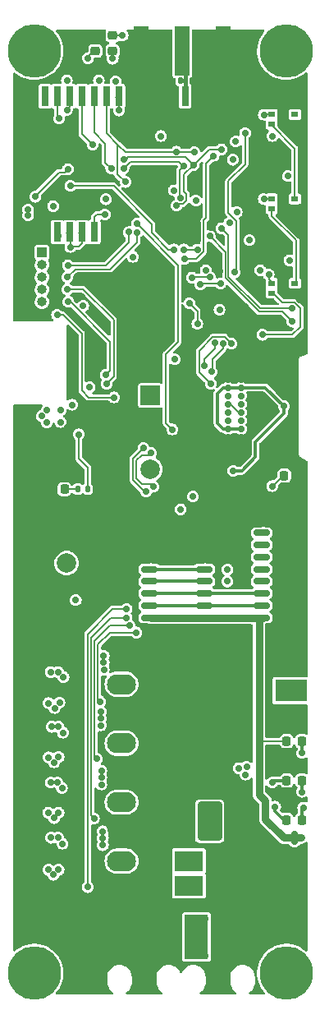
<source format=gbl>
%TF.GenerationSoftware,KiCad,Pcbnew,(6.0.1)*%
%TF.CreationDate,2022-06-27T00:16:49+02:00*%
%TF.ProjectId,kp-ptr,6b702d70-7472-42e6-9b69-6361645f7063,rev?*%
%TF.SameCoordinates,Original*%
%TF.FileFunction,Copper,L4,Bot*%
%TF.FilePolarity,Positive*%
%FSLAX46Y46*%
G04 Gerber Fmt 4.6, Leading zero omitted, Abs format (unit mm)*
G04 Created by KiCad (PCBNEW (6.0.1)) date 2022-06-27 00:16:49*
%MOMM*%
%LPD*%
G01*
G04 APERTURE LIST*
G04 Aperture macros list*
%AMRoundRect*
0 Rectangle with rounded corners*
0 $1 Rounding radius*
0 $2 $3 $4 $5 $6 $7 $8 $9 X,Y pos of 4 corners*
0 Add a 4 corners polygon primitive as box body*
4,1,4,$2,$3,$4,$5,$6,$7,$8,$9,$2,$3,0*
0 Add four circle primitives for the rounded corners*
1,1,$1+$1,$2,$3*
1,1,$1+$1,$4,$5*
1,1,$1+$1,$6,$7*
1,1,$1+$1,$8,$9*
0 Add four rect primitives between the rounded corners*
20,1,$1+$1,$2,$3,$4,$5,0*
20,1,$1+$1,$4,$5,$6,$7,0*
20,1,$1+$1,$6,$7,$8,$9,0*
20,1,$1+$1,$8,$9,$2,$3,0*%
G04 Aperture macros list end*
%TA.AperFunction,ComponentPad*%
%ADD10R,1.000000X1.000000*%
%TD*%
%TA.AperFunction,ComponentPad*%
%ADD11O,1.000000X1.000000*%
%TD*%
%TA.AperFunction,SMDPad,CuDef*%
%ADD12RoundRect,0.250000X1.000000X-1.750000X1.000000X1.750000X-1.000000X1.750000X-1.000000X-1.750000X0*%
%TD*%
%TA.AperFunction,ComponentPad*%
%ADD13R,2.413000X4.572000*%
%TD*%
%TA.AperFunction,SMDPad,CuDef*%
%ADD14R,0.800000X2.000000*%
%TD*%
%TA.AperFunction,SMDPad,CuDef*%
%ADD15RoundRect,0.150000X0.700000X-0.150000X0.700000X0.150000X-0.700000X0.150000X-0.700000X-0.150000X0*%
%TD*%
%TA.AperFunction,SMDPad,CuDef*%
%ADD16RoundRect,0.250000X1.150000X-0.250000X1.150000X0.250000X-1.150000X0.250000X-1.150000X-0.250000X0*%
%TD*%
%TA.AperFunction,SMDPad,CuDef*%
%ADD17RoundRect,0.135000X-0.135000X-0.185000X0.135000X-0.185000X0.135000X0.185000X-0.135000X0.185000X0*%
%TD*%
%TA.AperFunction,ComponentPad*%
%ADD18C,0.700000*%
%TD*%
%TA.AperFunction,ComponentPad*%
%ADD19O,3.200000X1.300000*%
%TD*%
%TA.AperFunction,ComponentPad*%
%ADD20O,2.500000X1.300000*%
%TD*%
%TA.AperFunction,ComponentPad*%
%ADD21RoundRect,1.050000X0.450000X0.000000X0.450000X0.000000X-0.450000X0.000000X-0.450000X0.000000X0*%
%TD*%
%TA.AperFunction,SMDPad,CuDef*%
%ADD22R,0.736600X0.609600*%
%TD*%
%TA.AperFunction,SMDPad,CuDef*%
%ADD23R,1.500000X5.080000*%
%TD*%
%TA.AperFunction,ComponentPad*%
%ADD24C,2.000000*%
%TD*%
%TA.AperFunction,SMDPad,CuDef*%
%ADD25RoundRect,0.218750X-0.256250X0.218750X-0.256250X-0.218750X0.256250X-0.218750X0.256250X0.218750X0*%
%TD*%
%TA.AperFunction,SMDPad,CuDef*%
%ADD26RoundRect,0.218750X0.218750X0.256250X-0.218750X0.256250X-0.218750X-0.256250X0.218750X-0.256250X0*%
%TD*%
%TA.AperFunction,SMDPad,CuDef*%
%ADD27RoundRect,0.218750X-0.218750X-0.256250X0.218750X-0.256250X0.218750X0.256250X-0.218750X0.256250X0*%
%TD*%
%TA.AperFunction,ComponentPad*%
%ADD28R,2.000000X2.000000*%
%TD*%
%TA.AperFunction,ComponentPad*%
%ADD29R,3.000000X2.100000*%
%TD*%
%TA.AperFunction,SMDPad,CuDef*%
%ADD30RoundRect,0.147500X-0.147500X-0.172500X0.147500X-0.172500X0.147500X0.172500X-0.147500X0.172500X0*%
%TD*%
%TA.AperFunction,ComponentPad*%
%ADD31R,3.302000X2.286000*%
%TD*%
%TA.AperFunction,ComponentPad*%
%ADD32R,3.302000X2.447000*%
%TD*%
%TA.AperFunction,ViaPad*%
%ADD33C,0.700000*%
%TD*%
%TA.AperFunction,ViaPad*%
%ADD34C,5.500000*%
%TD*%
%TA.AperFunction,Conductor*%
%ADD35C,0.200000*%
%TD*%
%TA.AperFunction,Conductor*%
%ADD36C,0.400000*%
%TD*%
%TA.AperFunction,Conductor*%
%ADD37C,0.800000*%
%TD*%
%TA.AperFunction,Conductor*%
%ADD38C,0.150000*%
%TD*%
%TA.AperFunction,Conductor*%
%ADD39C,0.300000*%
%TD*%
G04 APERTURE END LIST*
D10*
%TO.P,J1,1,3V3*%
%TO.N,+3V3*%
X144399000Y-55372000D03*
D11*
%TO.P,J1,2,RX0*%
%TO.N,Net-(J1-Pad2)*%
X144399000Y-56642000D03*
%TO.P,J1,3,TX0*%
%TO.N,Net-(J1-Pad3)*%
X144399000Y-57912000D03*
%TO.P,J1,4,BOOT*%
%TO.N,Net-(J1-Pad4)*%
X144399000Y-59182000D03*
%TO.P,J1,5,EN*%
%TO.N,Net-(J1-Pad5)*%
X144399000Y-60452000D03*
%TO.P,J1,6,GND*%
%TO.N,Earth*%
X144399000Y-61722000D03*
%TD*%
D12*
%TO.P,C34,1*%
%TO.N,VDD*%
X161696400Y-113968500D03*
%TO.P,C34,2*%
%TO.N,Earth*%
X161696400Y-105968500D03*
%TD*%
D13*
%TO.P,J2,1,Pin_1*%
%TO.N,+BATT*%
X160337500Y-125907800D03*
%TO.P,J2,2,Pin_2*%
%TO.N,Earth*%
X157162500Y-125907800D03*
%TD*%
D14*
%TO.P,IC1,1,GND*%
%TO.N,Earth*%
X160434800Y-53278800D03*
%TO.P,IC1,2,GND*%
X159164800Y-53278800D03*
%TO.P,IC1,3,GND*%
X157894800Y-53278800D03*
%TO.P,IC1,4,GND*%
X152324800Y-53278800D03*
%TO.P,IC1,5,GND*%
X151054800Y-53278800D03*
%TO.P,IC1,6,RXEN*%
%TO.N,Net-(IC1-Pad6)*%
X149784800Y-53278800D03*
%TO.P,IC1,7,TXEN*%
%TO.N,Net-(IC1-Pad7)*%
X148514800Y-53278800D03*
%TO.P,IC1,8,DIO2*%
X147244800Y-53278800D03*
%TO.P,IC1,9,VCC*%
%TO.N,+3.3VP*%
X145974800Y-53278800D03*
%TO.P,IC1,10,GND*%
%TO.N,Earth*%
X144704800Y-53278800D03*
%TO.P,IC1,11,GND*%
X143434800Y-53278800D03*
%TO.P,IC1,12,GND*%
X143434800Y-39278800D03*
%TO.P,IC1,13,DIO1*%
%TO.N,unconnected-(IC1-Pad13)*%
X144704800Y-39278800D03*
%TO.P,IC1,14,BUSY*%
%TO.N,RF_BUSY*%
X145974800Y-39278800D03*
%TO.P,IC1,15,NRST*%
%TO.N,RF_RST*%
X147244800Y-39278800D03*
%TO.P,IC1,16,MISO*%
%TO.N,SPI_MISO*%
X148514800Y-39278800D03*
%TO.P,IC1,17,MOSI*%
%TO.N,SPI_MOSI*%
X149784800Y-39278800D03*
%TO.P,IC1,18,SCK*%
%TO.N,SPI_CLK*%
X151054800Y-39278800D03*
%TO.P,IC1,19,NSS*%
%TO.N,SPI_CS_LORA*%
X152324800Y-39278800D03*
%TO.P,IC1,20,GND*%
%TO.N,Earth*%
X157894800Y-39278800D03*
%TO.P,IC1,21,ANT*%
%TO.N,Net-(D9-Pad2)*%
X159164800Y-39278800D03*
%TO.P,IC1,22,GND*%
%TO.N,Earth*%
X160434800Y-39278800D03*
%TD*%
D15*
%TO.P,J7,1,Pin_1*%
%TO.N,+5V*%
X167050000Y-93001000D03*
%TO.P,J7,2,Pin_2*%
%TO.N,UART1_OUT*%
X167050000Y-91751000D03*
%TO.P,J7,3,Pin_3*%
%TO.N,UART1_IN*%
X167050000Y-90501000D03*
%TO.P,J7,4,Pin_4*%
%TO.N,Net-(J7-Pad4)*%
X167050000Y-89251000D03*
%TO.P,J7,5,Pin_5*%
%TO.N,Net-(J7-Pad5)*%
X167050000Y-88001000D03*
%TO.P,J7,6,Pin_6*%
%TO.N,Net-(J7-Pad6)*%
X167050000Y-86751000D03*
%TO.P,J7,7,Pin_7*%
%TO.N,Net-(J7-Pad7)*%
X167050000Y-85501000D03*
%TO.P,J7,8,Pin_8*%
%TO.N,Net-(J7-Pad8)*%
X167050000Y-84251000D03*
%TO.P,J7,9,Pin_9*%
%TO.N,Earth*%
X167050000Y-83001000D03*
%TO.P,J7,10,Pin_10*%
X167050000Y-81751000D03*
D16*
%TO.P,J7,MP*%
X170400000Y-79901000D03*
X170400000Y-94851000D03*
%TD*%
D17*
%TO.P,R14,1*%
%TO.N,Net-(D1-Pad2)*%
X148080000Y-79756000D03*
%TO.P,R14,2*%
%TO.N,Net-(R14-Pad2)*%
X149100000Y-79756000D03*
%TD*%
D18*
%TO.P,J4,A1,GND*%
%TO.N,Earth*%
X163578000Y-68449800D03*
%TO.P,J4,A4,VBUS*%
%TO.N,VBUS*%
X163578000Y-69299800D03*
%TO.P,J4,A5,CC1*%
%TO.N,unconnected-(J4-PadA5)*%
X163578000Y-70149800D03*
%TO.P,J4,A6,D+*%
%TO.N,Net-(J4-PadA6)*%
X163578000Y-70999800D03*
%TO.P,J4,A7,D-*%
%TO.N,Net-(J4-PadA7)*%
X163578000Y-71849800D03*
%TO.P,J4,A8,SBU1*%
%TO.N,unconnected-(J4-PadA8)*%
X163578000Y-72699800D03*
%TO.P,J4,A9,VBUS*%
%TO.N,VBUS*%
X163578000Y-73549800D03*
%TO.P,J4,A12,GND*%
%TO.N,Earth*%
X163578000Y-74399800D03*
%TO.P,J4,B1,GND*%
X164928000Y-74399800D03*
%TO.P,J4,B4,VBUS*%
%TO.N,VBUS*%
X164928000Y-73549800D03*
%TO.P,J4,B5,CC2*%
%TO.N,unconnected-(J4-PadB5)*%
X164928000Y-72699800D03*
%TO.P,J4,B6,D+*%
%TO.N,Net-(J4-PadA6)*%
X164928000Y-71849800D03*
%TO.P,J4,B7,D-*%
%TO.N,Net-(J4-PadA7)*%
X164928000Y-70999800D03*
%TO.P,J4,B8,SBU2*%
%TO.N,unconnected-(J4-PadB8)*%
X164928000Y-70149800D03*
%TO.P,J4,B9,VBUS*%
%TO.N,VBUS*%
X164928000Y-69299800D03*
%TO.P,J4,B12,GND*%
%TO.N,Earth*%
X164928000Y-68449800D03*
D19*
%TO.P,J4,S1,SHIELD*%
X164078000Y-75749800D03*
D20*
X168378000Y-75749800D03*
X168378000Y-67099800D03*
D19*
X164078000Y-67099800D03*
%TD*%
D21*
%TO.P,J10,1,Pin_1*%
%TO.N,Earth*%
X152600000Y-108474333D03*
%TO.P,J10,2,Pin_2*%
%TO.N,Net-(J10-Pad2)*%
X152600000Y-105934333D03*
%TD*%
D22*
%TO.P,D15,1,DOUT*%
%TO.N,unconnected-(D15-Pad1)*%
X170484800Y-41156001D03*
%TO.P,D15,2,GND*%
%TO.N,Earth*%
X170484800Y-42155999D03*
%TO.P,D15,3,DIN*%
%TO.N,Net-(D14-Pad1)*%
X168097200Y-42155999D03*
%TO.P,D15,4,VDD*%
%TO.N,+3V3*%
X168097200Y-41156001D03*
%TD*%
D23*
%TO.P,J5,1,In*%
%TO.N,Net-(D9-Pad2)*%
X158877000Y-34594800D03*
%TO.P,J5,2,Ext*%
%TO.N,Earth*%
X163127000Y-34594800D03*
X154627000Y-34594800D03*
%TD*%
D24*
%TO.P,ANT2,1,A*%
%TO.N,Net-(ANT2-Pad1)*%
X146928000Y-87376000D03*
%TD*%
D25*
%TO.P,D12,1,K*%
%TO.N,Earth*%
X149910800Y-33045300D03*
%TO.P,D12,2,A*%
%TO.N,Net-(D12-Pad2)*%
X149910800Y-34620300D03*
%TD*%
D15*
%TO.P,J8,1,Pin_1*%
%TO.N,+5V*%
X161150000Y-93001000D03*
%TO.P,J8,2,Pin_2*%
%TO.N,UART1_OUT*%
X161150000Y-91751000D03*
%TO.P,J8,3,Pin_3*%
%TO.N,UART1_IN*%
X161150000Y-90501000D03*
%TO.P,J8,4,Pin_4*%
%TO.N,I2C_SCL*%
X161150000Y-89251000D03*
%TO.P,J8,5,Pin_5*%
%TO.N,I2C_SDA*%
X161150000Y-88001000D03*
%TO.P,J8,6,Pin_6*%
%TO.N,Earth*%
X161150000Y-86751000D03*
D16*
%TO.P,J8,MP*%
X164500000Y-84901000D03*
X164500000Y-94851000D03*
%TD*%
D21*
%TO.P,J12,1,Pin_1*%
%TO.N,Earth*%
X152600000Y-114547666D03*
%TO.P,J12,2,Pin_2*%
%TO.N,Net-(J12-Pad2)*%
X152600000Y-112007666D03*
%TD*%
D26*
%TO.P,D7,1,K*%
%TO.N,Net-(D7-Pad1)*%
X171221500Y-105714800D03*
%TO.P,D7,2,A*%
%TO.N,+5V*%
X169646500Y-105714800D03*
%TD*%
D25*
%TO.P,D8,1,K*%
%TO.N,Net-(D8-Pad1)*%
X151688800Y-33045300D03*
%TO.P,D8,2,A*%
%TO.N,Net-(D8-Pad2)*%
X151688800Y-34620300D03*
%TD*%
D27*
%TO.P,D1,1,K*%
%TO.N,Earth*%
X145135500Y-79756000D03*
%TO.P,D1,2,A*%
%TO.N,Net-(D1-Pad2)*%
X146710500Y-79756000D03*
%TD*%
D28*
%TO.P,LS1,1,+*%
%TO.N,+3V3*%
X155575000Y-70114000D03*
D24*
%TO.P,LS1,2,-*%
%TO.N,Net-(D11-Pad2)*%
X155575000Y-77714000D03*
%TD*%
D15*
%TO.P,J6,1,Pin_1*%
%TO.N,+5V*%
X155450000Y-93001000D03*
%TO.P,J6,2,Pin_2*%
%TO.N,UART1_OUT*%
X155450000Y-91751000D03*
%TO.P,J6,3,Pin_3*%
%TO.N,UART1_IN*%
X155450000Y-90501000D03*
%TO.P,J6,4,Pin_4*%
%TO.N,I2C_SCL*%
X155450000Y-89251000D03*
%TO.P,J6,5,Pin_5*%
%TO.N,I2C_SDA*%
X155450000Y-88001000D03*
%TO.P,J6,6,Pin_6*%
%TO.N,Earth*%
X155450000Y-86751000D03*
D16*
%TO.P,J6,MP*%
X158800000Y-84901000D03*
X158800000Y-94851000D03*
%TD*%
D21*
%TO.P,J13,1,Pin_1*%
%TO.N,Earth*%
X152600000Y-102401000D03*
%TO.P,J13,2,Pin_2*%
%TO.N,Net-(J13-Pad2)*%
X152600000Y-99861000D03*
%TD*%
D29*
%TO.P,J3,1,Pin_1*%
%TO.N,VCC*%
X159562800Y-118059200D03*
%TO.P,J3,2,Pin_2*%
%TO.N,+BATT*%
X159562800Y-120599200D03*
%TD*%
D30*
%TO.P,D9,1,A1*%
%TO.N,Earth*%
X157757000Y-37693600D03*
%TO.P,D9,2,A2*%
%TO.N,Net-(D9-Pad2)*%
X158727000Y-37693600D03*
%TD*%
D22*
%TO.P,D13,1,DOUT*%
%TO.N,Net-(D13-Pad1)*%
X170484800Y-58555001D03*
%TO.P,D13,2,GND*%
%TO.N,Earth*%
X170484800Y-59554999D03*
%TO.P,D13,3,DIN*%
%TO.N,Net-(D13-Pad3)*%
X168097200Y-59554999D03*
%TO.P,D13,4,VDD*%
%TO.N,+3V3*%
X168097200Y-58555001D03*
%TD*%
D21*
%TO.P,J11,1,Pin_1*%
%TO.N,Earth*%
X152600000Y-120620999D03*
%TO.P,J11,2,Pin_2*%
%TO.N,Net-(J11-Pad2)*%
X152600000Y-118080999D03*
%TD*%
D31*
%TO.P,J9,1,Pin_1*%
%TO.N,VCC*%
X170078400Y-100507800D03*
D32*
%TO.P,J9,2,Pin_2*%
%TO.N,Earth*%
X170078400Y-97667300D03*
%TD*%
D22*
%TO.P,D14,1,DOUT*%
%TO.N,Net-(D14-Pad1)*%
X170484800Y-49855501D03*
%TO.P,D14,2,GND*%
%TO.N,Earth*%
X170484800Y-50855499D03*
%TO.P,D14,3,DIN*%
%TO.N,Net-(D13-Pad1)*%
X168097200Y-50855499D03*
%TO.P,D14,4,VDD*%
%TO.N,+3V3*%
X168097200Y-49855501D03*
%TD*%
D26*
%TO.P,D5,1,K*%
%TO.N,Net-(D5-Pad1)*%
X171221500Y-113842800D03*
%TO.P,D5,2,A*%
%TO.N,VDD*%
X169646500Y-113842800D03*
%TD*%
%TO.P,D10,1,K*%
%TO.N,Earth*%
X170967500Y-78359000D03*
%TO.P,D10,2,A*%
%TO.N,Net-(D10-Pad2)*%
X169392500Y-78359000D03*
%TD*%
%TO.P,D6,1,K*%
%TO.N,Net-(D6-Pad1)*%
X171221500Y-109778800D03*
%TO.P,D6,2,A*%
%TO.N,+3V3*%
X169646500Y-109778800D03*
%TD*%
D33*
%TO.N,Earth*%
X156972000Y-74269600D03*
X152755600Y-98094800D03*
%TO.N,Net-(J7-Pad8)*%
X167214000Y-84251000D03*
%TO.N,IGN3_PWR*%
X150672800Y-115722400D03*
%TO.N,IGN2_PWR*%
X150520400Y-109474000D03*
%TO.N,IGN4_PWR*%
X150758220Y-97637600D03*
%TO.N,IGN1_PWR*%
X150469600Y-103378000D03*
%TO.N,+3V3*%
X159969200Y-80518000D03*
X158699200Y-81838800D03*
X148643832Y-60881982D03*
D34*
%TO.N,+3.3VP*%
X143600000Y-34600000D03*
%TO.N,*%
X169600000Y-34600000D03*
X169600000Y-129600000D03*
X143600000Y-129600000D03*
D33*
%TO.N,Earth*%
X170484800Y-51612800D03*
X147066000Y-61417200D03*
X155194000Y-57658000D03*
X155194000Y-55219600D03*
X146456400Y-50546000D03*
X144830800Y-83261200D03*
X165354000Y-102108000D03*
X171399200Y-48615600D03*
X166116000Y-35610800D03*
X155194000Y-63288614D03*
X146710400Y-32969200D03*
X165049200Y-41183100D03*
X154486893Y-62581507D03*
X168910000Y-123596400D03*
X143408400Y-37998400D03*
X142951200Y-59791600D03*
X157315321Y-62581507D03*
X158699200Y-116281200D03*
X167690800Y-48869600D03*
X145643600Y-37541200D03*
X171196000Y-122377200D03*
X169113200Y-92557600D03*
X155901107Y-62581507D03*
X142036800Y-72288400D03*
X151688800Y-52222400D03*
X168148000Y-111099600D03*
X141986000Y-73253600D03*
X162610800Y-130657600D03*
X170789600Y-111760000D03*
X150317200Y-69596000D03*
X162407600Y-105867200D03*
X143052800Y-55321200D03*
X165709600Y-127203200D03*
X147472400Y-119938800D03*
X153263600Y-119938800D03*
X144068800Y-53695600D03*
X171297600Y-37795200D03*
X156608214Y-61874400D03*
X158750000Y-84886800D03*
X141935200Y-71424800D03*
X171450000Y-64109600D03*
X156972000Y-96774000D03*
X163626800Y-84886800D03*
X166878000Y-59842400D03*
X145237200Y-49123600D03*
X155901107Y-61167293D03*
X151384000Y-73558400D03*
X153072680Y-62581507D03*
X156311600Y-116382800D03*
X147624800Y-68529200D03*
X154584400Y-32766000D03*
X142392400Y-76962000D03*
X169824400Y-81127600D03*
X164846000Y-105968800D03*
X168960800Y-56134000D03*
X141833600Y-126441200D03*
X155194000Y-64702827D03*
X142646400Y-83261200D03*
X161493200Y-70612000D03*
X151942800Y-101752400D03*
X147777200Y-55930800D03*
X165354000Y-60909200D03*
X163017200Y-83210400D03*
X166624000Y-51511200D03*
X145897600Y-95554800D03*
X168249600Y-82956400D03*
X153822400Y-131267200D03*
X147624800Y-66954400D03*
X168960800Y-98399600D03*
X147828000Y-112674400D03*
X165100000Y-53441600D03*
X161798000Y-52781200D03*
X171246800Y-97028000D03*
X162153600Y-122224800D03*
X171297600Y-79908400D03*
X141782800Y-98044000D03*
X148539200Y-59893200D03*
X153779787Y-63288614D03*
X159664400Y-82600800D03*
X161950400Y-119278400D03*
X161747200Y-101854000D03*
X163118800Y-34645600D03*
X165862000Y-58877200D03*
X150571200Y-131368800D03*
X147320000Y-128270000D03*
X162966400Y-111252000D03*
X148234400Y-93319600D03*
X157581600Y-46939200D03*
X147370800Y-113690400D03*
X145542000Y-92811600D03*
X165506400Y-94843600D03*
X161594800Y-98450400D03*
X160985200Y-107442000D03*
X141782800Y-94488000D03*
X170992800Y-60248800D03*
X162407600Y-104444800D03*
X151333200Y-79756000D03*
X147726400Y-100787200D03*
X156362400Y-127812800D03*
X151942800Y-115214400D03*
X155194000Y-61874400D03*
X167894000Y-71170800D03*
X159766000Y-94843600D03*
X165354000Y-62280800D03*
X149199600Y-64363600D03*
X166370000Y-113741200D03*
X157988000Y-101955600D03*
X171196000Y-77063600D03*
X147878800Y-118922800D03*
X159715200Y-48209200D03*
X170992800Y-126085600D03*
X148793200Y-86969600D03*
X170992800Y-65176400D03*
X147624800Y-67716400D03*
X151942800Y-113893600D03*
X147726400Y-106680000D03*
X148285200Y-82905600D03*
X166573200Y-62280800D03*
X161544000Y-62534800D03*
X142138400Y-80213200D03*
X150063200Y-124307600D03*
X167303600Y-55539800D03*
X144221200Y-89458800D03*
X153263600Y-115214400D03*
X141782800Y-119278400D03*
X141986000Y-61976000D03*
X165133990Y-56340296D03*
X145491200Y-76962000D03*
X146913600Y-35712400D03*
X163880800Y-63246000D03*
X165608000Y-115925600D03*
X169570400Y-79908400D03*
X148132800Y-78638400D03*
X158445200Y-106019600D03*
X157886400Y-53898800D03*
X163372800Y-125679200D03*
X157073600Y-37693600D03*
X162407600Y-107442000D03*
X165404800Y-111252000D03*
X171246800Y-93522800D03*
X165252400Y-96672400D03*
X170434000Y-68580000D03*
X160985200Y-104444800D03*
X154584400Y-36474400D03*
X160934400Y-105867200D03*
X168249600Y-102412800D03*
X155661620Y-73355200D03*
X144983200Y-126187200D03*
X144322800Y-79756000D03*
X166827200Y-123596400D03*
X163576000Y-94843600D03*
X158394400Y-86614000D03*
X155956000Y-131267200D03*
X158800800Y-94843600D03*
X171348400Y-119888000D03*
X163525200Y-114046000D03*
X148082000Y-81178400D03*
X162763200Y-128727200D03*
X147929600Y-58166000D03*
X157886400Y-40589200D03*
X145643600Y-54864000D03*
X157988000Y-124002800D03*
X150774400Y-54965600D03*
X151790400Y-82956400D03*
X159715200Y-84886800D03*
X158292800Y-99466400D03*
X162356800Y-50038000D03*
X164795200Y-84886800D03*
X156362400Y-124002800D03*
X144830800Y-86207600D03*
X168198800Y-55422800D03*
X153619200Y-124764800D03*
X169113200Y-119735600D03*
X150215600Y-62433200D03*
X146964400Y-89357200D03*
X155448000Y-94183200D03*
X141833600Y-110591600D03*
X149910800Y-127558800D03*
X151942800Y-103073200D03*
X165760400Y-81127600D03*
X164541200Y-94843600D03*
X142646400Y-86156800D03*
X151739600Y-71424800D03*
X161290000Y-60248800D03*
X167690800Y-62280800D03*
X169113200Y-118618000D03*
X162915600Y-79756000D03*
X141884400Y-37795200D03*
X171196000Y-94843600D03*
X171246800Y-98399600D03*
X157886400Y-83616800D03*
X153263600Y-107797600D03*
X165201600Y-99568000D03*
X163017200Y-109169200D03*
X157175200Y-124612400D03*
X146964400Y-73406000D03*
X147370800Y-107594400D03*
X141986000Y-45212000D03*
X169926000Y-94843600D03*
X171297600Y-118668800D03*
X171348400Y-53746400D03*
X141986000Y-123545600D03*
X165760400Y-82245200D03*
X147624800Y-102463600D03*
X170332400Y-73050400D03*
X157378400Y-110998000D03*
X157784800Y-84886800D03*
X146710400Y-131318000D03*
X157988000Y-127812800D03*
X166827200Y-58877200D03*
X159766000Y-112623600D03*
X171297600Y-102412800D03*
X153263600Y-101752400D03*
X153263600Y-121259600D03*
X161645600Y-94945200D03*
X145237200Y-88493600D03*
X167944800Y-37693600D03*
X151942800Y-51409600D03*
X153670000Y-127660400D03*
X154486893Y-61167293D03*
X149758400Y-88239600D03*
X162715120Y-57293492D03*
X157429200Y-108762800D03*
X144068800Y-52730400D03*
X168402000Y-107492800D03*
X168910000Y-97028000D03*
X141884400Y-88950800D03*
X160426400Y-37998400D03*
X153263600Y-103073200D03*
X170434000Y-42976800D03*
X165455600Y-122123200D03*
X160426400Y-40538400D03*
X171348400Y-108407200D03*
X167303600Y-54523800D03*
X166166800Y-52628800D03*
X141986000Y-40589200D03*
X171399200Y-59486800D03*
X163118800Y-32766000D03*
X171297600Y-43738800D03*
X162102800Y-51206400D03*
X145796000Y-122021600D03*
X158816500Y-67868800D03*
X151536400Y-95707200D03*
X168300400Y-81737200D03*
X141833600Y-115163600D03*
X159140700Y-53949600D03*
X166573200Y-131368800D03*
X166420800Y-42926000D03*
X146964400Y-92811600D03*
X148894800Y-32918400D03*
X141782800Y-104851200D03*
X157327600Y-112014000D03*
X164896800Y-64770000D03*
X163118800Y-36525200D03*
X154486893Y-63995721D03*
X153263600Y-109118400D03*
X156608214Y-63288614D03*
X157835600Y-94843600D03*
X169773600Y-45161200D03*
X166471600Y-32766000D03*
X164490400Y-119227600D03*
X151942800Y-107797600D03*
X153263600Y-113893600D03*
X153779787Y-61874400D03*
X166522400Y-73253600D03*
X151942800Y-109118400D03*
X151942800Y-121259600D03*
X141986000Y-48666400D03*
X157226000Y-127101600D03*
X165100000Y-48869600D03*
X155901107Y-63995721D03*
X154584400Y-34620200D03*
X150894340Y-53278800D03*
X151942800Y-119938800D03*
X149758400Y-91186000D03*
X151333200Y-76657200D03*
X155194000Y-60460187D03*
X157276800Y-38760400D03*
%TO.N,+3V3*%
X164693600Y-108508800D03*
X165506400Y-108356400D03*
X168148000Y-109982000D03*
X165811200Y-54102000D03*
X142963700Y-51562000D03*
X164490400Y-51206400D03*
X160274000Y-50038000D03*
X169773600Y-47498000D03*
X158070642Y-66373588D03*
X163728400Y-52324000D03*
X156667200Y-43383200D03*
X146306000Y-71628000D03*
X165404800Y-109169200D03*
X163525200Y-88036400D03*
X167284400Y-41183100D03*
X169926000Y-56184800D03*
X142951200Y-50952400D03*
X161290000Y-57200800D03*
X149301200Y-69240400D03*
X166928800Y-57200800D03*
X164084000Y-45821600D03*
X168183100Y-43383200D03*
X147523200Y-71069200D03*
X167792400Y-57658000D03*
X153787300Y-55829200D03*
X163525200Y-89255600D03*
X157988000Y-48971200D03*
X162712400Y-61264800D03*
X167284400Y-49885600D03*
X146306000Y-72847200D03*
X164388800Y-43942000D03*
%TO.N,CHIP_PU*%
X147116800Y-60452000D03*
X150977600Y-67970400D03*
%TO.N,VDD*%
X160934400Y-112522000D03*
X160832800Y-115011200D03*
X162509200Y-115011200D03*
X160934400Y-113792000D03*
X162458400Y-113792000D03*
X168452800Y-112471200D03*
X162458400Y-112522000D03*
%TO.N,VCC*%
X145694400Y-102311200D03*
X168910000Y-101142800D03*
X160477200Y-117398800D03*
X145592800Y-119481600D03*
X145643600Y-113639600D03*
X146100800Y-113080800D03*
X145084800Y-107391200D03*
X158648400Y-117398800D03*
X146100800Y-107340400D03*
X160477200Y-118719600D03*
X168910000Y-99872800D03*
X145084800Y-101803200D03*
X146202400Y-101752400D03*
X146100800Y-118973600D03*
X145034000Y-113080800D03*
X171246800Y-99872800D03*
X158648400Y-118719600D03*
X171246800Y-101142800D03*
X145643600Y-107899200D03*
X145084800Y-118973600D03*
%TO.N,SPI_MISO*%
X152857200Y-45770800D03*
X160020000Y-46380400D03*
X149606000Y-44246800D03*
X158292800Y-50546000D03*
X162915600Y-44754800D03*
%TO.N,SPI_MOSI*%
X151536400Y-46736000D03*
X170230800Y-62484000D03*
X159004000Y-46482000D03*
X158699200Y-49784000D03*
X152806400Y-46736000D03*
X161696400Y-53695600D03*
%TO.N,SPI_CLK*%
X170230800Y-61128100D03*
X158242000Y-44993100D03*
X160121600Y-45059600D03*
X153009600Y-48107600D03*
X162904400Y-52871600D03*
%TO.N,SPI_CS_LORA*%
X152349200Y-40741600D03*
%TO.N,+BATT*%
X160324800Y-124714000D03*
X158648400Y-121259600D03*
X158648400Y-119938800D03*
X161188400Y-124002800D03*
X159512000Y-127812800D03*
X160477200Y-121259600D03*
X159512000Y-124002800D03*
X160324800Y-127050800D03*
X160477200Y-119938800D03*
X161188400Y-127812800D03*
%TO.N,VBUS*%
X164134800Y-77876400D03*
X169367200Y-71221600D03*
%TO.N,IGN1_EN*%
X150053100Y-107543600D03*
X155905200Y-79502000D03*
X153411140Y-93813444D03*
X155651200Y-76047600D03*
%TO.N,IGN3_EN*%
X149098000Y-120751600D03*
X153121620Y-92100400D03*
%TO.N,IGN2_EN*%
X154854100Y-75539600D03*
X153121620Y-93014800D03*
X149758400Y-113690400D03*
X155143200Y-80010000D03*
%TO.N,IGN4_EN*%
X154131849Y-94534151D03*
X150408700Y-101650800D03*
%TO.N,U0TXD*%
X147015200Y-57912000D03*
X154195558Y-53322458D03*
%TO.N,U0RXD*%
X153346828Y-53286249D03*
X147066000Y-56692800D03*
%TO.N,SPI_CS_LIS*%
X160426400Y-55067200D03*
X159004000Y-55067200D03*
%TO.N,Net-(IC1-Pad6)*%
X150876000Y-51460400D03*
%TO.N,BUZZER*%
X157835600Y-73609200D03*
X154178000Y-52425600D03*
%TO.N,BOOT_PIN*%
X151075900Y-68884800D03*
X147015200Y-59182000D03*
%TO.N,IGN1_PWR*%
X150469600Y-102666800D03*
X146558000Y-104851200D03*
X146100800Y-104241600D03*
X150469600Y-104089200D03*
X145389600Y-104241600D03*
%TO.N,IGN3_PWR*%
X145338800Y-115671600D03*
X150671578Y-115011584D03*
X146507200Y-116281200D03*
X150672800Y-116433600D03*
X146050000Y-115671600D03*
%TO.N,SPI_CS_MAG*%
X165354000Y-43078400D03*
X164287200Y-57404000D03*
X161749907Y-57915041D03*
X159867600Y-57962800D03*
%TO.N,+3.3VADC*%
X144373600Y-72237600D03*
X144881600Y-72898000D03*
X147878800Y-91186000D03*
X144881600Y-71628000D03*
%TO.N,Net-(IC1-Pad7)*%
X147320000Y-54813200D03*
%TO.N,RF_BUSY*%
X147320000Y-48514000D03*
X157988000Y-55067200D03*
X146151600Y-41554400D03*
%TO.N,SPI_CS_LSM*%
X159105600Y-56032400D03*
X162102800Y-45415200D03*
%TO.N,RF_RST*%
X146964400Y-40690800D03*
X147066000Y-46786800D03*
X151841200Y-70307200D03*
X143713200Y-49631600D03*
X145948400Y-61823600D03*
%TO.N,Net-(D10-Pad2)*%
X168148000Y-79451200D03*
%TO.N,+3.3VP*%
X150266400Y-37642800D03*
X145542000Y-50596800D03*
X150977600Y-49885600D03*
X151993600Y-37744400D03*
X146050000Y-53695600D03*
X146964400Y-37642800D03*
X145999200Y-52628800D03*
%TO.N,+5V*%
X170434000Y-116078000D03*
X170434000Y-115265200D03*
X171094400Y-115671600D03*
%TO.N,Net-(D12-Pad2)*%
X149148800Y-35356800D03*
%TO.N,UART1_OUT*%
X155657000Y-91751000D03*
%TO.N,UART1_IN*%
X155657000Y-90501000D03*
%TO.N,I2C_SCL*%
X155657000Y-89251000D03*
X161245000Y-89251000D03*
%TO.N,I2C_SDA*%
X161245000Y-88001000D03*
X155657000Y-88001000D03*
%TO.N,Net-(D13-Pad3)*%
X167132000Y-63855600D03*
%TO.N,SPI_CS_FLASH*%
X162814000Y-58572400D03*
X160731200Y-58674000D03*
%TO.N,SERVO_EN*%
X161798000Y-68884800D03*
X159613600Y-60604400D03*
X160426400Y-62738000D03*
X163947634Y-64769678D03*
%TO.N,SERVO_3*%
X161184479Y-67019873D03*
X162255200Y-64668400D03*
%TO.N,SERVO_4*%
X161899600Y-67665600D03*
X163098142Y-64773768D03*
%TO.N,IGN2_PWR*%
X145999200Y-109982000D03*
X150520400Y-108762800D03*
X150520400Y-110185200D03*
X146456400Y-110540800D03*
X145288000Y-109982000D03*
%TO.N,IGN4_PWR*%
X146050000Y-98602800D03*
X150774400Y-98348800D03*
X146608800Y-99110800D03*
X150758220Y-96926400D03*
X145288000Y-98602800D03*
%TO.N,Net-(D5-Pad1)*%
X171348400Y-112572800D03*
%TO.N,Net-(D6-Pad1)*%
X171246800Y-110947200D03*
%TO.N,Net-(D8-Pad2)*%
X151688800Y-35407600D03*
%TO.N,Net-(J7-Pad4)*%
X167214000Y-89251000D03*
%TO.N,Net-(J7-Pad5)*%
X167214000Y-88001000D03*
%TO.N,Net-(J7-Pad6)*%
X167214000Y-86751000D03*
%TO.N,Net-(J7-Pad7)*%
X167214000Y-85501000D03*
%TO.N,Net-(R14-Pad2)*%
X148183600Y-74117200D03*
%TO.N,Net-(D7-Pad1)*%
X171246800Y-106934000D03*
%TO.N,Net-(J12-Pad2)*%
X153263600Y-111353600D03*
X153263600Y-112674400D03*
X151942800Y-112674400D03*
X151942800Y-111353600D03*
%TO.N,Net-(D8-Pad1)*%
X152704800Y-33020000D03*
%TO.N,Net-(J10-Pad2)*%
X153263600Y-105257600D03*
X151942800Y-105257600D03*
X151942800Y-106578400D03*
X153263600Y-106578400D03*
%TO.N,Net-(J11-Pad2)*%
X151942800Y-117398800D03*
X151942800Y-118719600D03*
X153263600Y-117398800D03*
X153263600Y-118719600D03*
%TO.N,Net-(J13-Pad2)*%
X151942800Y-100533200D03*
X153263600Y-100533200D03*
X153263600Y-99212400D03*
X151942800Y-99212400D03*
%TD*%
D35*
%TO.N,Net-(IC1-Pad7)*%
X147320000Y-53735000D02*
X146940000Y-53355000D01*
X147320000Y-54813200D02*
X147320000Y-53735000D01*
X148514800Y-53659800D02*
X148210000Y-53355000D01*
X148514800Y-54431200D02*
X148514800Y-53659800D01*
X147320000Y-54813200D02*
X147370800Y-54762400D01*
X147370800Y-54762400D02*
X148183600Y-54762400D01*
X148183600Y-54762400D02*
X148514800Y-54431200D01*
D36*
%TO.N,Net-(D9-Pad2)*%
X158727000Y-37693600D02*
X159156400Y-37693600D01*
X159164800Y-37702000D02*
X159164800Y-34882600D01*
X159164800Y-39278800D02*
X159164800Y-37702000D01*
X159156400Y-37693600D02*
X159164800Y-37702000D01*
X159164800Y-34882600D02*
X158877000Y-34594800D01*
D37*
%TO.N,+5V*%
X166776400Y-111214202D02*
X166776400Y-105613200D01*
X167436800Y-113745348D02*
X167436800Y-111874602D01*
X167436800Y-111874602D02*
X166776400Y-111214202D01*
X171094400Y-115671600D02*
X169363052Y-115671600D01*
X169363052Y-115671600D02*
X167436800Y-113745348D01*
D35*
X166878000Y-105714800D02*
X166776400Y-105613200D01*
X169646500Y-105714800D02*
X166878000Y-105714800D01*
D37*
X166776400Y-105613200D02*
X166776400Y-93274600D01*
X166776400Y-93274600D02*
X167050000Y-93001000D01*
D35*
%TO.N,RF_RST*%
X146964400Y-40690800D02*
X147244800Y-40410400D01*
X147244800Y-40410400D02*
X147244800Y-39278800D01*
D38*
%TO.N,SPI_CS_LSM*%
X160324800Y-56032400D02*
X159105600Y-56032400D01*
X161086800Y-55270400D02*
X160324800Y-56032400D01*
X161086800Y-52070000D02*
X161086800Y-55270400D01*
X161340800Y-51816000D02*
X161086800Y-52070000D01*
X162102800Y-45482046D02*
X161340800Y-46244046D01*
X162102800Y-45415200D02*
X162102800Y-45482046D01*
X161340800Y-46244046D02*
X161340800Y-51816000D01*
%TO.N,SPI_MOSI*%
X169214800Y-61468000D02*
X170230800Y-62484000D01*
X166776400Y-61468000D02*
X169214800Y-61468000D01*
X163322000Y-58013600D02*
X166776400Y-61468000D01*
X163322000Y-55321200D02*
X163322000Y-58013600D01*
X161696400Y-53695600D02*
X163322000Y-55321200D01*
%TO.N,BOOT_PIN*%
X151790400Y-68170300D02*
X151075900Y-68884800D01*
X151790400Y-62331918D02*
X151790400Y-68170300D01*
X147015200Y-59182000D02*
X148640482Y-59182000D01*
X148640482Y-59182000D02*
X151790400Y-62331918D01*
%TO.N,Earth*%
X170484800Y-42155999D02*
X170484800Y-42926000D01*
D35*
X160434800Y-39278800D02*
X160434800Y-40530000D01*
D39*
X159140700Y-53949600D02*
X160324800Y-53949600D01*
D36*
X157757000Y-37693600D02*
X157073600Y-37693600D01*
D38*
X170992800Y-59935999D02*
X170611800Y-59554999D01*
X170992800Y-60248800D02*
X170992800Y-59935999D01*
D35*
X143434800Y-39050200D02*
X143130000Y-39355000D01*
D39*
X159164800Y-53278800D02*
X159164800Y-53925500D01*
D38*
X170484800Y-50855499D02*
X170484800Y-51612800D01*
D35*
X157894800Y-39278800D02*
X157894800Y-40580800D01*
D39*
X159089900Y-53898800D02*
X159140700Y-53949600D01*
D38*
X170484800Y-42926000D02*
X170434000Y-42976800D01*
D35*
X157854000Y-40191000D02*
X157840625Y-40177625D01*
D36*
X145135500Y-79756000D02*
X144322800Y-79756000D01*
D39*
X157894800Y-53278800D02*
X157894800Y-53890400D01*
D38*
X148920300Y-32892900D02*
X148894800Y-32918400D01*
D35*
X160434800Y-40530000D02*
X160426400Y-40538400D01*
D39*
X159164800Y-53925500D02*
X159140700Y-53949600D01*
X160324800Y-53949600D02*
X160426400Y-54051200D01*
D35*
X157795200Y-39278800D02*
X157276800Y-38760400D01*
D39*
X152324800Y-52858400D02*
X151688800Y-52222400D01*
X152324800Y-53278800D02*
X152324800Y-52858400D01*
X157886400Y-53898800D02*
X159089900Y-53898800D01*
D35*
X157894800Y-39278800D02*
X157795200Y-39278800D01*
X160434800Y-38006800D02*
X160426400Y-37998400D01*
X143434800Y-38024800D02*
X143434800Y-39050200D01*
D39*
X152324800Y-53278800D02*
X151054800Y-53278800D01*
D35*
X143408400Y-37998400D02*
X143434800Y-38024800D01*
D38*
X149910800Y-32892900D02*
X148920300Y-32892900D01*
D39*
X157894800Y-53890400D02*
X157886400Y-53898800D01*
D35*
X160434800Y-39278800D02*
X160434800Y-38006800D01*
X157894800Y-40580800D02*
X157886400Y-40589200D01*
D38*
%TO.N,+3V3*%
X167792400Y-57658000D02*
X167792400Y-58123201D01*
X167291500Y-41176000D02*
X168077201Y-41176000D01*
D39*
X168148000Y-109982000D02*
X168351200Y-109778800D01*
D38*
X167294500Y-49875500D02*
X168077201Y-49875500D01*
D39*
X168351200Y-109778800D02*
X169646500Y-109778800D01*
D38*
X167284400Y-41183100D02*
X167291500Y-41176000D01*
X168165201Y-58614000D02*
X168224200Y-58555001D01*
X168077201Y-49875500D02*
X168097200Y-49855501D01*
X167284400Y-49885600D02*
X167294500Y-49875500D01*
X168077201Y-41176000D02*
X168097200Y-41156001D01*
X167792400Y-58123201D02*
X168224200Y-58555001D01*
%TO.N,CHIP_PU*%
X147116800Y-60452000D02*
X147320000Y-60452000D01*
X147320000Y-60452000D02*
X151434800Y-64566800D01*
X151434800Y-67513200D02*
X150977600Y-67970400D01*
X151434800Y-64566800D02*
X151434800Y-67513200D01*
D39*
%TO.N,VDD*%
X169341700Y-113842800D02*
X169646500Y-113842800D01*
X162423411Y-114695511D02*
X161696400Y-113968500D01*
X168452800Y-112953900D02*
X169341700Y-113842800D01*
X168452800Y-112471200D02*
X168452800Y-112953900D01*
D38*
%TO.N,SPI_MISO*%
X159054800Y-49123600D02*
X159054800Y-47345600D01*
X162915600Y-44754800D02*
X161645600Y-44754800D01*
X158699200Y-45567600D02*
X153263600Y-45567600D01*
X159273711Y-50021971D02*
X159273711Y-49342511D01*
X158937171Y-50358511D02*
X159273711Y-50021971D01*
X159207200Y-45567600D02*
X158699200Y-45567600D01*
D35*
X148514800Y-43155600D02*
X148514800Y-39278800D01*
D38*
X153263600Y-45567600D02*
X153060400Y-45770800D01*
X158292800Y-50546000D02*
X158480289Y-50358511D01*
X159054800Y-47345600D02*
X160020000Y-46380400D01*
X158480289Y-50358511D02*
X158937171Y-50358511D01*
X153060400Y-45770800D02*
X152857200Y-45770800D01*
D35*
X149606000Y-44246800D02*
X148514800Y-43155600D01*
D38*
X159273711Y-49342511D02*
X159054800Y-49123600D01*
X160020000Y-46380400D02*
X159207200Y-45567600D01*
X161645600Y-44754800D02*
X160020000Y-46380400D01*
%TO.N,SPI_MOSI*%
X158699200Y-49784000D02*
X158597600Y-49682400D01*
D35*
X150926800Y-44145200D02*
X149784800Y-43003200D01*
D38*
X159004000Y-46482000D02*
X158546800Y-46024800D01*
X158597600Y-49682400D02*
X158597600Y-46888400D01*
D35*
X151536400Y-46736000D02*
X150926800Y-46126400D01*
D38*
X153517600Y-46024800D02*
X152806400Y-46736000D01*
D35*
X150926800Y-46126400D02*
X150926800Y-44145200D01*
X149784800Y-43003200D02*
X149784800Y-39278800D01*
D38*
X158597600Y-46888400D02*
X159004000Y-46482000D01*
X158546800Y-46024800D02*
X153517600Y-46024800D01*
D35*
%TO.N,SPI_CLK*%
X152196800Y-47294800D02*
X152196800Y-44246800D01*
D38*
X163626800Y-53594000D02*
X162904400Y-52871600D01*
D35*
X160121600Y-45059600D02*
X153009600Y-45059600D01*
D38*
X170230800Y-61128100D02*
X166893700Y-61128100D01*
D35*
X151054800Y-43104800D02*
X151054800Y-39278800D01*
D38*
X163626800Y-57861200D02*
X163626800Y-53594000D01*
D35*
X152196800Y-44246800D02*
X151054800Y-43104800D01*
D38*
X166893700Y-61128100D02*
X163626800Y-57861200D01*
D35*
X153009600Y-45059600D02*
X152196800Y-44246800D01*
X153009600Y-48107600D02*
X152196800Y-47294800D01*
D38*
%TO.N,SPI_CS_LORA*%
X152349200Y-40741600D02*
X152349200Y-39684200D01*
X152349200Y-39684200D02*
X152020000Y-39355000D01*
D39*
%TO.N,VBUS*%
X164998400Y-77876400D02*
X164134800Y-77876400D01*
X163110200Y-73549800D02*
X162509200Y-72948800D01*
X163578000Y-73549800D02*
X163110200Y-73549800D01*
X163578000Y-73549800D02*
X164928000Y-73549800D01*
X166420800Y-76454000D02*
X164998400Y-77876400D01*
X163578000Y-69299800D02*
X164928000Y-69299800D01*
X166420800Y-74879200D02*
X169367200Y-71932800D01*
X166420800Y-74879200D02*
X166420800Y-76454000D01*
X167445400Y-69299800D02*
X169367200Y-71221600D01*
X169367200Y-71932800D02*
X169367200Y-71221600D01*
X164928000Y-69299800D02*
X167445400Y-69299800D01*
X162509200Y-72948800D02*
X162509200Y-69900800D01*
X163110200Y-69299800D02*
X163578000Y-69299800D01*
X162509200Y-69900800D02*
X163110200Y-69299800D01*
D35*
%TO.N,Net-(J4-PadA6)*%
X163862200Y-70999800D02*
X164712200Y-71849800D01*
X163578000Y-70999800D02*
X163862200Y-70999800D01*
X164712200Y-71849800D02*
X164928000Y-71849800D01*
D38*
%TO.N,IGN1_EN*%
X155651200Y-76047600D02*
X155448000Y-76250800D01*
X155600400Y-79197200D02*
X155905200Y-79502000D01*
D35*
X149809200Y-107299700D02*
X149809200Y-95402400D01*
X151398156Y-93813444D02*
X153411140Y-93813444D01*
D38*
X154686000Y-76250800D02*
X154127200Y-76809600D01*
X154686000Y-79197200D02*
X155600400Y-79197200D01*
D35*
X149809200Y-95402400D02*
X151398156Y-93813444D01*
D38*
X155448000Y-76250800D02*
X154686000Y-76250800D01*
X154127200Y-78638400D02*
X154686000Y-79197200D01*
X154127200Y-76809600D02*
X154127200Y-78638400D01*
D35*
X150053100Y-107543600D02*
X149809200Y-107299700D01*
%TO.N,IGN3_EN*%
X151688800Y-92100400D02*
X153121620Y-92100400D01*
X149098000Y-94691200D02*
X151688800Y-92100400D01*
X149098000Y-120751600D02*
X149098000Y-94691200D01*
D38*
%TO.N,IGN2_EN*%
X155194000Y-79908400D02*
X155194000Y-79959200D01*
D35*
X149453600Y-95046800D02*
X151485600Y-93014800D01*
D38*
X153771600Y-78841600D02*
X154178000Y-79248000D01*
D35*
X149453600Y-113385600D02*
X149453600Y-95046800D01*
D38*
X155194000Y-79959200D02*
X155143200Y-80010000D01*
D35*
X149758400Y-113690400D02*
X149453600Y-113385600D01*
D38*
X154178000Y-79248000D02*
X154838400Y-79908400D01*
X153771600Y-76622100D02*
X153771600Y-77622400D01*
X154838400Y-79908400D02*
X155194000Y-79908400D01*
D35*
X151485600Y-93014800D02*
X153121620Y-93014800D01*
D38*
X154854100Y-75539600D02*
X153771600Y-76622100D01*
X153771600Y-77622400D02*
X153771600Y-78841600D01*
D35*
%TO.N,IGN4_EN*%
X150408700Y-101650800D02*
X150158720Y-101400820D01*
X150158720Y-95764080D02*
X151388649Y-94534151D01*
X150158720Y-101400820D02*
X150158720Y-97275920D01*
X150158720Y-97275920D02*
X150158720Y-95764080D01*
X151388649Y-94534151D02*
X154131849Y-94534151D01*
D38*
%TO.N,U0TXD*%
X147828000Y-57099200D02*
X147015200Y-57912000D01*
X151434800Y-57099200D02*
X147828000Y-57099200D01*
X154195558Y-53322458D02*
X154195558Y-54338442D01*
X154195558Y-54338442D02*
X151434800Y-57099200D01*
%TO.N,U0RXD*%
X150977600Y-56692800D02*
X147066000Y-56692800D01*
X153346828Y-54323572D02*
X150977600Y-56692800D01*
X153346828Y-53286249D02*
X153346828Y-54323572D01*
%TO.N,SPI_CS_LIS*%
X160426400Y-55067200D02*
X159004000Y-55067200D01*
D35*
%TO.N,Net-(IC1-Pad6)*%
X149784800Y-51738800D02*
X149784800Y-53278800D01*
X149784800Y-51738800D02*
X150063200Y-51460400D01*
X150063200Y-51460400D02*
X150876000Y-51460400D01*
D38*
%TO.N,BUZZER*%
X157175200Y-72948800D02*
X157835600Y-73609200D01*
X158445200Y-64617600D02*
X157175200Y-65887600D01*
X154178000Y-52425600D02*
X158445200Y-56692800D01*
X157175200Y-65887600D02*
X157175200Y-72948800D01*
X158445200Y-56692800D02*
X158445200Y-64617600D01*
%TO.N,SPI_CS_MAG*%
X164439600Y-52120800D02*
X163626800Y-51308000D01*
X161746866Y-57912000D02*
X159918400Y-57912000D01*
X164439600Y-57251600D02*
X164439600Y-52120800D01*
X159918400Y-57912000D02*
X159867600Y-57962800D01*
X161749907Y-57915041D02*
X161746866Y-57912000D01*
X163626800Y-51308000D02*
X163626800Y-48006000D01*
X163626800Y-48006000D02*
X165354000Y-46278800D01*
X165354000Y-46278800D02*
X165354000Y-43078400D01*
X164287200Y-57404000D02*
X164439600Y-57251600D01*
%TO.N,RF_BUSY*%
X157988000Y-55067200D02*
X157453178Y-55067200D01*
X157453178Y-55067200D02*
X155752800Y-53366822D01*
D35*
X145974800Y-41377600D02*
X146151600Y-41554400D01*
X145974800Y-39278800D02*
X145974800Y-41377600D01*
D38*
X155752800Y-52476400D02*
X151790400Y-48514000D01*
X151790400Y-48514000D02*
X147320000Y-48514000D01*
X155752800Y-53366822D02*
X155752800Y-52476400D01*
%TO.N,RF_RST*%
X151841200Y-70307200D02*
X149199600Y-70307200D01*
X148488400Y-63703200D02*
X146608800Y-61823600D01*
X143713200Y-49530000D02*
X143713200Y-49631600D01*
X146745489Y-47107311D02*
X146135889Y-47107311D01*
X149199600Y-70307200D02*
X148488400Y-69596000D01*
X146135889Y-47107311D02*
X143764000Y-49479200D01*
X146608800Y-61823600D02*
X145948400Y-61823600D01*
X147066000Y-46786800D02*
X146745489Y-47107311D01*
X143764000Y-49479200D02*
X143713200Y-49530000D01*
X148488400Y-69596000D02*
X148488400Y-63703200D01*
%TO.N,Net-(D10-Pad2)*%
X169240200Y-78359000D02*
X168148000Y-79451200D01*
X169392500Y-78359000D02*
X169240200Y-78359000D01*
D35*
%TO.N,Net-(D1-Pad2)*%
X146710500Y-79756000D02*
X148080000Y-79756000D01*
D37*
%TO.N,+5V*%
X155657000Y-93001000D02*
X161245000Y-93001000D01*
X161245000Y-93001000D02*
X167214000Y-93001000D01*
D38*
%TO.N,Net-(D12-Pad2)*%
X149148800Y-35356800D02*
X149148800Y-35229900D01*
X149148800Y-35229900D02*
X149910800Y-34467900D01*
D39*
%TO.N,UART1_OUT*%
X161245000Y-91751000D02*
X167214000Y-91751000D01*
X155657000Y-91751000D02*
X161245000Y-91751000D01*
%TO.N,UART1_IN*%
X161245000Y-90501000D02*
X167214000Y-90501000D01*
X155657000Y-90501000D02*
X161245000Y-90501000D01*
%TO.N,I2C_SCL*%
X155657000Y-89251000D02*
X161245000Y-89251000D01*
%TO.N,I2C_SDA*%
X155657000Y-88001000D02*
X161245000Y-88001000D01*
D38*
%TO.N,Net-(D13-Pad3)*%
X169222801Y-60553600D02*
X168224200Y-59554999D01*
X167132000Y-63855600D02*
X170230800Y-63855600D01*
X171043600Y-61112400D02*
X170484800Y-60553600D01*
X170484800Y-60553600D02*
X169222801Y-60553600D01*
X171043600Y-63042800D02*
X171043600Y-61112400D01*
X170230800Y-63855600D02*
X171043600Y-63042800D01*
%TO.N,SPI_CS_FLASH*%
X160934400Y-58674000D02*
X160731200Y-58674000D01*
X161036000Y-58572400D02*
X160934400Y-58674000D01*
X162814000Y-58572400D02*
X161036000Y-58572400D01*
%TO.N,SERVO_EN*%
X162017229Y-64093889D02*
X163271845Y-64093889D01*
X160426400Y-61417200D02*
X160426400Y-62738000D01*
X163271845Y-64093889D02*
X163947634Y-64769678D01*
X159613600Y-60604400D02*
X160426400Y-61417200D01*
X160609968Y-65501150D02*
X162017229Y-64093889D01*
X161798000Y-68884800D02*
X160609968Y-67696768D01*
X160609968Y-67696768D02*
X160609968Y-65501150D01*
%TO.N,SERVO_3*%
X161184479Y-66348721D02*
X161184479Y-67019873D01*
X162255200Y-64668400D02*
X162255200Y-65278000D01*
X162255200Y-65278000D02*
X161184479Y-66348721D01*
%TO.N,SERVO_4*%
X162001200Y-67564000D02*
X162001200Y-66395600D01*
X163098142Y-65298658D02*
X163098142Y-64773768D01*
X162001200Y-66395600D02*
X163098142Y-65298658D01*
X161899600Y-67665600D02*
X162001200Y-67564000D01*
D39*
%TO.N,Net-(D5-Pad1)*%
X171221500Y-112699700D02*
X171221500Y-113842800D01*
X171348400Y-112572800D02*
X171221500Y-112699700D01*
%TO.N,Net-(D6-Pad1)*%
X171221500Y-110921900D02*
X171221500Y-109778800D01*
X171246800Y-110947200D02*
X171221500Y-110921900D01*
D38*
%TO.N,Net-(D8-Pad2)*%
X151688800Y-34467900D02*
X151688800Y-35407600D01*
D35*
%TO.N,Net-(R14-Pad2)*%
X149100000Y-77522800D02*
X148463000Y-76885800D01*
X148183600Y-74015600D02*
X148183600Y-74117200D01*
X148183600Y-76606400D02*
X148183600Y-74015600D01*
X148234400Y-76657200D02*
X148183600Y-76606400D01*
X148463000Y-76885800D02*
X148234400Y-76657200D01*
X149100000Y-79756000D02*
X149100000Y-77522800D01*
D39*
%TO.N,Net-(D7-Pad1)*%
X171221500Y-106908700D02*
X171221500Y-105714800D01*
X171246800Y-106934000D02*
X171221500Y-106908700D01*
D38*
%TO.N,Net-(D13-Pad1)*%
X170611800Y-54127400D02*
X168097200Y-51612800D01*
X170611800Y-58555001D02*
X170611800Y-54127400D01*
X168097200Y-51612800D02*
X168097200Y-50855499D01*
%TO.N,Net-(D14-Pad1)*%
X170484800Y-44653200D02*
X168097200Y-42265600D01*
X168097200Y-42265600D02*
X168097200Y-42155999D01*
X170484800Y-49855501D02*
X170484800Y-44653200D01*
D35*
%TO.N,Net-(D8-Pad1)*%
X152704800Y-33020000D02*
X151815900Y-33020000D01*
%TD*%
%TA.AperFunction,Conductor*%
%TO.N,Earth*%
G36*
X150977938Y-32420002D02*
G01*
X151024431Y-32473658D01*
X151034535Y-32543932D01*
X151020338Y-32586508D01*
X151018556Y-32589763D01*
X151013172Y-32596947D01*
X150965586Y-32723881D01*
X150959300Y-32781747D01*
X150959301Y-33308852D01*
X150965586Y-33366719D01*
X150968359Y-33374115D01*
X150994777Y-33444584D01*
X151013172Y-33493653D01*
X151094470Y-33602130D01*
X151202947Y-33683428D01*
X151211348Y-33686578D01*
X151211351Y-33686579D01*
X151286679Y-33714818D01*
X151343443Y-33757460D01*
X151368143Y-33824021D01*
X151352935Y-33893370D01*
X151302649Y-33943488D01*
X151286679Y-33950782D01*
X151211351Y-33979021D01*
X151211348Y-33979022D01*
X151202947Y-33982172D01*
X151094470Y-34063470D01*
X151013172Y-34171947D01*
X150965586Y-34298881D01*
X150964733Y-34306734D01*
X150964733Y-34306736D01*
X150959300Y-34356747D01*
X150959301Y-34883852D01*
X150965586Y-34941719D01*
X150968359Y-34949115D01*
X151004451Y-35045389D01*
X151013172Y-35068653D01*
X151076874Y-35153651D01*
X151101720Y-35220156D01*
X151098908Y-35249669D01*
X151099860Y-35249794D01*
X151079084Y-35407600D01*
X151099860Y-35565406D01*
X151103018Y-35573030D01*
X151103019Y-35573034D01*
X151151379Y-35689786D01*
X151160770Y-35712458D01*
X151165797Y-35719009D01*
X151165798Y-35719011D01*
X151226785Y-35798489D01*
X151257666Y-35838734D01*
X151383942Y-35935630D01*
X151391572Y-35938790D01*
X151391573Y-35938791D01*
X151523366Y-35993381D01*
X151523370Y-35993382D01*
X151530994Y-35996540D01*
X151688800Y-36017316D01*
X151846606Y-35996540D01*
X151854230Y-35993382D01*
X151854234Y-35993381D01*
X151986027Y-35938791D01*
X151986028Y-35938790D01*
X151993658Y-35935630D01*
X152119934Y-35838734D01*
X152150815Y-35798489D01*
X152211802Y-35719011D01*
X152211803Y-35719009D01*
X152216830Y-35712458D01*
X152226221Y-35689786D01*
X152274581Y-35573034D01*
X152274582Y-35573030D01*
X152277740Y-35565406D01*
X152298516Y-35407600D01*
X152277740Y-35249794D01*
X152280145Y-35249477D01*
X152281532Y-35190864D01*
X152300725Y-35153652D01*
X152364428Y-35068653D01*
X152373150Y-35045389D01*
X152409240Y-34949118D01*
X152409241Y-34949115D01*
X152412014Y-34941719D01*
X152412867Y-34933866D01*
X152412868Y-34933862D01*
X152417931Y-34887252D01*
X152417931Y-34887248D01*
X152418300Y-34883853D01*
X152418299Y-34356748D01*
X152412014Y-34298881D01*
X152364428Y-34171947D01*
X152283130Y-34063470D01*
X152174653Y-33982172D01*
X152166252Y-33979022D01*
X152166249Y-33979021D01*
X152090921Y-33950782D01*
X152034157Y-33908140D01*
X152009457Y-33841579D01*
X152024665Y-33772230D01*
X152074951Y-33722112D01*
X152090921Y-33714818D01*
X152166249Y-33686579D01*
X152166252Y-33686578D01*
X152174653Y-33683428D01*
X152283130Y-33602130D01*
X152288511Y-33594950D01*
X152294794Y-33588667D01*
X152357106Y-33554641D01*
X152432106Y-33561353D01*
X152539366Y-33605781D01*
X152539370Y-33605782D01*
X152546994Y-33608940D01*
X152704800Y-33629716D01*
X152862606Y-33608940D01*
X152870230Y-33605782D01*
X152870234Y-33605781D01*
X153002027Y-33551191D01*
X153002028Y-33551190D01*
X153009658Y-33548030D01*
X153135934Y-33451134D01*
X153150850Y-33431696D01*
X153227802Y-33331411D01*
X153227803Y-33331409D01*
X153232830Y-33324858D01*
X153260242Y-33258679D01*
X153290581Y-33185434D01*
X153290582Y-33185430D01*
X153293740Y-33177806D01*
X153314516Y-33020000D01*
X153293740Y-32862194D01*
X153290582Y-32854570D01*
X153290581Y-32854566D01*
X153235991Y-32722773D01*
X153235990Y-32722772D01*
X153232830Y-32715142D01*
X153146551Y-32602702D01*
X153120951Y-32536485D01*
X153135215Y-32466936D01*
X153184816Y-32416139D01*
X153246514Y-32400000D01*
X157746500Y-32400000D01*
X157814621Y-32420002D01*
X157861114Y-32473658D01*
X157872500Y-32526000D01*
X157872501Y-34848211D01*
X157872501Y-37159866D01*
X157879612Y-37195618D01*
X157884107Y-37218216D01*
X157887266Y-37234101D01*
X157894161Y-37244420D01*
X157894162Y-37244422D01*
X157919960Y-37283030D01*
X157943516Y-37318284D01*
X158027699Y-37374534D01*
X158058522Y-37380665D01*
X158076082Y-37384158D01*
X158138991Y-37417066D01*
X158174123Y-37478761D01*
X158177500Y-37507737D01*
X158177501Y-37721647D01*
X158177501Y-37897736D01*
X158192410Y-37991873D01*
X158250221Y-38105335D01*
X158340265Y-38195379D01*
X158349106Y-38199883D01*
X158349105Y-38199883D01*
X158441502Y-38246961D01*
X158493118Y-38295709D01*
X158510300Y-38359228D01*
X158510301Y-40303866D01*
X158525066Y-40378101D01*
X158581316Y-40462284D01*
X158665499Y-40518534D01*
X158739733Y-40533300D01*
X159164731Y-40533300D01*
X159589866Y-40533299D01*
X159625618Y-40526188D01*
X159651926Y-40520956D01*
X159651928Y-40520955D01*
X159664101Y-40518534D01*
X159674421Y-40511639D01*
X159674422Y-40511638D01*
X159737968Y-40469177D01*
X159748284Y-40462284D01*
X159804534Y-40378101D01*
X159819300Y-40303867D01*
X159819299Y-38253734D01*
X159812188Y-38217982D01*
X159806956Y-38191674D01*
X159806955Y-38191672D01*
X159804534Y-38179499D01*
X159748284Y-38095316D01*
X159675297Y-38046547D01*
X159629770Y-37992071D01*
X159619300Y-37941783D01*
X159619300Y-37736456D01*
X159620173Y-37721647D01*
X159623100Y-37696915D01*
X159624207Y-37687562D01*
X159621350Y-37671917D01*
X159619300Y-37649282D01*
X159619300Y-37499223D01*
X159639302Y-37431102D01*
X159692958Y-37384609D01*
X159705170Y-37380665D01*
X159714126Y-37376956D01*
X159726301Y-37374534D01*
X159736621Y-37367639D01*
X159736622Y-37367638D01*
X159800168Y-37325177D01*
X159810484Y-37318284D01*
X159866734Y-37234101D01*
X159881500Y-37159867D01*
X159881499Y-32526000D01*
X159901501Y-32457879D01*
X159955157Y-32411386D01*
X160007499Y-32400000D01*
X167248585Y-32400000D01*
X167316706Y-32420002D01*
X167363199Y-32473658D01*
X167373303Y-32543932D01*
X167343303Y-32608881D01*
X167342472Y-32609721D01*
X167128676Y-32882385D01*
X167126783Y-32885474D01*
X167126781Y-32885477D01*
X166952657Y-33169622D01*
X166947636Y-33177815D01*
X166946117Y-33181087D01*
X166946114Y-33181093D01*
X166907088Y-33265168D01*
X166801752Y-33492095D01*
X166800612Y-33495542D01*
X166713991Y-33757460D01*
X166692957Y-33821060D01*
X166692221Y-33824615D01*
X166692220Y-33824618D01*
X166658478Y-33987555D01*
X166622694Y-34160350D01*
X166591893Y-34505466D01*
X166600963Y-34851836D01*
X166649784Y-35194868D01*
X166737708Y-35530015D01*
X166739027Y-35533398D01*
X166855519Y-35832184D01*
X166863570Y-35852835D01*
X166865274Y-35856053D01*
X166995264Y-36101560D01*
X167025703Y-36159050D01*
X167027755Y-36162035D01*
X167027760Y-36162044D01*
X167219899Y-36441608D01*
X167219905Y-36441615D01*
X167221956Y-36444600D01*
X167224344Y-36447337D01*
X167403676Y-36652909D01*
X167449729Y-36705701D01*
X167706002Y-36938892D01*
X167708960Y-36941017D01*
X167708963Y-36941020D01*
X167718244Y-36947689D01*
X167987380Y-37141083D01*
X167990559Y-37142853D01*
X167990560Y-37142853D01*
X168021128Y-37159867D01*
X168290132Y-37309592D01*
X168610246Y-37442188D01*
X168613740Y-37443183D01*
X168613742Y-37443184D01*
X168939977Y-37536114D01*
X168939982Y-37536115D01*
X168943478Y-37537111D01*
X169178649Y-37575622D01*
X169281832Y-37592519D01*
X169281836Y-37592519D01*
X169285412Y-37593105D01*
X169289038Y-37593276D01*
X169627889Y-37609256D01*
X169627890Y-37609256D01*
X169631516Y-37609427D01*
X169638128Y-37608976D01*
X169973570Y-37586108D01*
X169973577Y-37586107D01*
X169977202Y-37585860D01*
X169980778Y-37585197D01*
X169980780Y-37585197D01*
X170314323Y-37523379D01*
X170314327Y-37523378D01*
X170317888Y-37522718D01*
X170649060Y-37420836D01*
X170966326Y-37281566D01*
X171265483Y-37106753D01*
X171268392Y-37104569D01*
X171539657Y-36900897D01*
X171539661Y-36900894D01*
X171542564Y-36898714D01*
X171587268Y-36856291D01*
X171650448Y-36823910D01*
X171721107Y-36830826D01*
X171776810Y-36874846D01*
X171800000Y-36947689D01*
X171800000Y-65745971D01*
X171779998Y-65814092D01*
X171726342Y-65860585D01*
X171718687Y-65863781D01*
X171139143Y-66083610D01*
X171128128Y-66087218D01*
X171126033Y-66087799D01*
X171114440Y-66088803D01*
X171103986Y-66093913D01*
X171081505Y-66104902D01*
X171070860Y-66109511D01*
X171063512Y-66112298D01*
X171058561Y-66115311D01*
X171058557Y-66115313D01*
X171056776Y-66116397D01*
X171046607Y-66121961D01*
X171014034Y-66137883D01*
X171006122Y-66146412D01*
X171004749Y-66147432D01*
X171004080Y-66147883D01*
X171003511Y-66148442D01*
X171002229Y-66149592D01*
X170992289Y-66155640D01*
X170970161Y-66184397D01*
X170962701Y-66193221D01*
X170938029Y-66219817D01*
X170933716Y-66230626D01*
X170932797Y-66232080D01*
X170932338Y-66232737D01*
X170932017Y-66233445D01*
X170931226Y-66234996D01*
X170924134Y-66244213D01*
X170920836Y-66255363D01*
X170920833Y-66255369D01*
X170913848Y-66278985D01*
X170910053Y-66289938D01*
X170896615Y-66323620D01*
X170896000Y-66329893D01*
X170896000Y-66332982D01*
X170895850Y-66336045D01*
X170895747Y-66336040D01*
X170895487Y-66341063D01*
X170892435Y-66351382D01*
X170894893Y-66381776D01*
X170895590Y-66390402D01*
X170896000Y-66400557D01*
X170896000Y-76142555D01*
X170895504Y-76153724D01*
X170892190Y-76190962D01*
X170895399Y-76202141D01*
X170901996Y-76225127D01*
X170904755Y-76236815D01*
X170911265Y-76271770D01*
X170917368Y-76281670D01*
X170918453Y-76284483D01*
X170919812Y-76287201D01*
X170923021Y-76298383D01*
X170941918Y-76323356D01*
X170944473Y-76326733D01*
X170951254Y-76336643D01*
X170969909Y-76366907D01*
X170979169Y-76373949D01*
X170981629Y-76376661D01*
X170983100Y-76378435D01*
X170985090Y-76380413D01*
X170990457Y-76387505D01*
X170995508Y-76391275D01*
X170998146Y-76392869D01*
X170998154Y-76392874D01*
X171021106Y-76406739D01*
X171032220Y-76414290D01*
X171058869Y-76434554D01*
X171070044Y-76437790D01*
X171080392Y-76442994D01*
X171088931Y-76447711D01*
X171739151Y-76840504D01*
X171787116Y-76892848D01*
X171800000Y-76948353D01*
X171800000Y-98984300D01*
X171779998Y-99052421D01*
X171726342Y-99098914D01*
X171674000Y-99110300D01*
X168641744Y-99110301D01*
X168402334Y-99110301D01*
X168366582Y-99117412D01*
X168340274Y-99122644D01*
X168340272Y-99122645D01*
X168328099Y-99125066D01*
X168317779Y-99131961D01*
X168317778Y-99131962D01*
X168257385Y-99172316D01*
X168243916Y-99181316D01*
X168187666Y-99265499D01*
X168172900Y-99339733D01*
X168172901Y-101675866D01*
X168187666Y-101750101D01*
X168243916Y-101834284D01*
X168328099Y-101890534D01*
X168402333Y-101905300D01*
X168641674Y-101905300D01*
X171674000Y-101905299D01*
X171742121Y-101925301D01*
X171788614Y-101978957D01*
X171800000Y-102031299D01*
X171800000Y-104906163D01*
X171779998Y-104974284D01*
X171726342Y-105020777D01*
X171656068Y-105030881D01*
X171629771Y-105024145D01*
X171550321Y-104994361D01*
X171550322Y-104994361D01*
X171542919Y-104991586D01*
X171535066Y-104990733D01*
X171535062Y-104990732D01*
X171488452Y-104985669D01*
X171488448Y-104985669D01*
X171485053Y-104985300D01*
X171221539Y-104985300D01*
X170957948Y-104985301D01*
X170900081Y-104991586D01*
X170853614Y-105009006D01*
X170781551Y-105036021D01*
X170781548Y-105036022D01*
X170773147Y-105039172D01*
X170664670Y-105120470D01*
X170583372Y-105228947D01*
X170580222Y-105237348D01*
X170580221Y-105237351D01*
X170551982Y-105312679D01*
X170509340Y-105369443D01*
X170442779Y-105394143D01*
X170373430Y-105378935D01*
X170323312Y-105328649D01*
X170316018Y-105312679D01*
X170287779Y-105237351D01*
X170287778Y-105237348D01*
X170284628Y-105228947D01*
X170203330Y-105120470D01*
X170094853Y-105039172D01*
X170086452Y-105036022D01*
X170086449Y-105036021D01*
X170010525Y-105007558D01*
X169967919Y-104991586D01*
X169960066Y-104990733D01*
X169960062Y-104990732D01*
X169913452Y-104985669D01*
X169913448Y-104985669D01*
X169910053Y-104985300D01*
X169646539Y-104985300D01*
X169382948Y-104985301D01*
X169325081Y-104991586D01*
X169278614Y-105009006D01*
X169206551Y-105036021D01*
X169206548Y-105036022D01*
X169198147Y-105039172D01*
X169089670Y-105120470D01*
X169008372Y-105228947D01*
X169005222Y-105237348D01*
X169005221Y-105237351D01*
X168989784Y-105278530D01*
X168947142Y-105335294D01*
X168880581Y-105359994D01*
X168871802Y-105360300D01*
X167556900Y-105360300D01*
X167488779Y-105340298D01*
X167442286Y-105286642D01*
X167430900Y-105234300D01*
X167430900Y-93704686D01*
X167450902Y-93636565D01*
X167510514Y-93587535D01*
X167524443Y-93582020D01*
X167524447Y-93582018D01*
X167531814Y-93579101D01*
X167538226Y-93574442D01*
X167544331Y-93571086D01*
X167605033Y-93555500D01*
X167781834Y-93555500D01*
X167876555Y-93540498D01*
X167990723Y-93482326D01*
X168081326Y-93391723D01*
X168139498Y-93277555D01*
X168154500Y-93182834D01*
X168154500Y-92819166D01*
X168139498Y-92724445D01*
X168081326Y-92610277D01*
X167990723Y-92519674D01*
X167981891Y-92515174D01*
X167981890Y-92515173D01*
X167929084Y-92488267D01*
X167877469Y-92439518D01*
X167860403Y-92370603D01*
X167883304Y-92303402D01*
X167929084Y-92263733D01*
X167981890Y-92236827D01*
X167981891Y-92236826D01*
X167990723Y-92232326D01*
X168081326Y-92141723D01*
X168139498Y-92027555D01*
X168154500Y-91932834D01*
X168154500Y-91569166D01*
X168139498Y-91474445D01*
X168081326Y-91360277D01*
X167990723Y-91269674D01*
X167981891Y-91265174D01*
X167981890Y-91265173D01*
X167929084Y-91238267D01*
X167877469Y-91189518D01*
X167860403Y-91120603D01*
X167883304Y-91053402D01*
X167929084Y-91013733D01*
X167981890Y-90986827D01*
X167981891Y-90986826D01*
X167990723Y-90982326D01*
X168081326Y-90891723D01*
X168139498Y-90777555D01*
X168154500Y-90682834D01*
X168154500Y-90319166D01*
X168139498Y-90224445D01*
X168081326Y-90110277D01*
X167990723Y-90019674D01*
X167981891Y-90015174D01*
X167981890Y-90015173D01*
X167929084Y-89988267D01*
X167877469Y-89939518D01*
X167860403Y-89870603D01*
X167883304Y-89803402D01*
X167929084Y-89763733D01*
X167981890Y-89736827D01*
X167981891Y-89736826D01*
X167990723Y-89732326D01*
X168081326Y-89641723D01*
X168139498Y-89527555D01*
X168154500Y-89432834D01*
X168154500Y-89069166D01*
X168139498Y-88974445D01*
X168081326Y-88860277D01*
X167990723Y-88769674D01*
X167981891Y-88765174D01*
X167981890Y-88765173D01*
X167929084Y-88738267D01*
X167877469Y-88689518D01*
X167860403Y-88620603D01*
X167883304Y-88553402D01*
X167929084Y-88513733D01*
X167981890Y-88486827D01*
X167981891Y-88486826D01*
X167990723Y-88482326D01*
X168081326Y-88391723D01*
X168139498Y-88277555D01*
X168154500Y-88182834D01*
X168154500Y-87819166D01*
X168139498Y-87724445D01*
X168081326Y-87610277D01*
X167990723Y-87519674D01*
X167981891Y-87515174D01*
X167981890Y-87515173D01*
X167929084Y-87488267D01*
X167877469Y-87439518D01*
X167860403Y-87370603D01*
X167883304Y-87303402D01*
X167929084Y-87263733D01*
X167981890Y-87236827D01*
X167981891Y-87236826D01*
X167990723Y-87232326D01*
X168081326Y-87141723D01*
X168139498Y-87027555D01*
X168154500Y-86932834D01*
X168154500Y-86569166D01*
X168139498Y-86474445D01*
X168081326Y-86360277D01*
X167990723Y-86269674D01*
X167981891Y-86265174D01*
X167981890Y-86265173D01*
X167929084Y-86238267D01*
X167877469Y-86189518D01*
X167860403Y-86120603D01*
X167883304Y-86053402D01*
X167929084Y-86013733D01*
X167981890Y-85986827D01*
X167981891Y-85986826D01*
X167990723Y-85982326D01*
X168081326Y-85891723D01*
X168139498Y-85777555D01*
X168154500Y-85682834D01*
X168154500Y-85319166D01*
X168139498Y-85224445D01*
X168081326Y-85110277D01*
X167990723Y-85019674D01*
X167981891Y-85015174D01*
X167981890Y-85015173D01*
X167929084Y-84988267D01*
X167877469Y-84939518D01*
X167860403Y-84870603D01*
X167883304Y-84803402D01*
X167929084Y-84763733D01*
X167981890Y-84736827D01*
X167981891Y-84736826D01*
X167990723Y-84732326D01*
X168081326Y-84641723D01*
X168139498Y-84527555D01*
X168154500Y-84432834D01*
X168154500Y-84069166D01*
X168139498Y-83974445D01*
X168081326Y-83860277D01*
X167990723Y-83769674D01*
X167876555Y-83711502D01*
X167781834Y-83696500D01*
X167480015Y-83696500D01*
X167431798Y-83686909D01*
X167379434Y-83665219D01*
X167379430Y-83665218D01*
X167371806Y-83662060D01*
X167214000Y-83641284D01*
X167056194Y-83662060D01*
X167048570Y-83665218D01*
X167048566Y-83665219D01*
X166996202Y-83686909D01*
X166947985Y-83696500D01*
X166318166Y-83696500D01*
X166223445Y-83711502D01*
X166109277Y-83769674D01*
X166018674Y-83860277D01*
X165960502Y-83974445D01*
X165945500Y-84069166D01*
X165945500Y-84432834D01*
X165960502Y-84527555D01*
X166018674Y-84641723D01*
X166109277Y-84732326D01*
X166118109Y-84736826D01*
X166118110Y-84736827D01*
X166170916Y-84763733D01*
X166222531Y-84812482D01*
X166239597Y-84881397D01*
X166216696Y-84948598D01*
X166170916Y-84988267D01*
X166118110Y-85015173D01*
X166118109Y-85015174D01*
X166109277Y-85019674D01*
X166018674Y-85110277D01*
X165960502Y-85224445D01*
X165945500Y-85319166D01*
X165945500Y-85682834D01*
X165960502Y-85777555D01*
X166018674Y-85891723D01*
X166109277Y-85982326D01*
X166118109Y-85986826D01*
X166118110Y-85986827D01*
X166170916Y-86013733D01*
X166222531Y-86062482D01*
X166239597Y-86131397D01*
X166216696Y-86198598D01*
X166170916Y-86238267D01*
X166118110Y-86265173D01*
X166118109Y-86265174D01*
X166109277Y-86269674D01*
X166018674Y-86360277D01*
X165960502Y-86474445D01*
X165945500Y-86569166D01*
X165945500Y-86932834D01*
X165960502Y-87027555D01*
X166018674Y-87141723D01*
X166109277Y-87232326D01*
X166118109Y-87236826D01*
X166118110Y-87236827D01*
X166170916Y-87263733D01*
X166222531Y-87312482D01*
X166239597Y-87381397D01*
X166216696Y-87448598D01*
X166170916Y-87488267D01*
X166118110Y-87515173D01*
X166118109Y-87515174D01*
X166109277Y-87519674D01*
X166018674Y-87610277D01*
X165960502Y-87724445D01*
X165945500Y-87819166D01*
X165945500Y-88182834D01*
X165960502Y-88277555D01*
X166018674Y-88391723D01*
X166109277Y-88482326D01*
X166118109Y-88486826D01*
X166118110Y-88486827D01*
X166170916Y-88513733D01*
X166222531Y-88562482D01*
X166239597Y-88631397D01*
X166216696Y-88698598D01*
X166170916Y-88738267D01*
X166118110Y-88765173D01*
X166118109Y-88765174D01*
X166109277Y-88769674D01*
X166018674Y-88860277D01*
X165960502Y-88974445D01*
X165945500Y-89069166D01*
X165945500Y-89432834D01*
X165960502Y-89527555D01*
X166018674Y-89641723D01*
X166109277Y-89732326D01*
X166118109Y-89736826D01*
X166118110Y-89736827D01*
X166170916Y-89763733D01*
X166222531Y-89812482D01*
X166239597Y-89881397D01*
X166216696Y-89948598D01*
X166170916Y-89988267D01*
X166118110Y-90015173D01*
X166118109Y-90015174D01*
X166109277Y-90019674D01*
X166069356Y-90059595D01*
X166007044Y-90093621D01*
X165980261Y-90096500D01*
X163691569Y-90096500D01*
X163623448Y-90076498D01*
X163576955Y-90022842D01*
X163566851Y-89952568D01*
X163596345Y-89887988D01*
X163656071Y-89849604D01*
X163674399Y-89845731D01*
X163674823Y-89845617D01*
X163683006Y-89844540D01*
X163690630Y-89841382D01*
X163690634Y-89841381D01*
X163822427Y-89786791D01*
X163822428Y-89786790D01*
X163830058Y-89783630D01*
X163956334Y-89686734D01*
X163990873Y-89641723D01*
X164048202Y-89567011D01*
X164048203Y-89567009D01*
X164053230Y-89560458D01*
X164070915Y-89517762D01*
X164110981Y-89421034D01*
X164110982Y-89421030D01*
X164114140Y-89413406D01*
X164134916Y-89255600D01*
X164114140Y-89097794D01*
X164110982Y-89090170D01*
X164110981Y-89090166D01*
X164056391Y-88958373D01*
X164056390Y-88958372D01*
X164053230Y-88950742D01*
X163956334Y-88824466D01*
X163854025Y-88745961D01*
X163812159Y-88688624D01*
X163807938Y-88617753D01*
X163842703Y-88555850D01*
X163854021Y-88546042D01*
X163956334Y-88467534D01*
X164009127Y-88398734D01*
X164048202Y-88347811D01*
X164048203Y-88347809D01*
X164053230Y-88341258D01*
X164075958Y-88286388D01*
X164110981Y-88201834D01*
X164110982Y-88201830D01*
X164114140Y-88194206D01*
X164134916Y-88036400D01*
X164114140Y-87878594D01*
X164110982Y-87870970D01*
X164110981Y-87870966D01*
X164056391Y-87739173D01*
X164056390Y-87739172D01*
X164053230Y-87731542D01*
X164047785Y-87724445D01*
X163961360Y-87611816D01*
X163956334Y-87605266D01*
X163896815Y-87559595D01*
X163836611Y-87513398D01*
X163836609Y-87513397D01*
X163830058Y-87508370D01*
X163822427Y-87505209D01*
X163690634Y-87450619D01*
X163690630Y-87450618D01*
X163683006Y-87447460D01*
X163525200Y-87426684D01*
X163367394Y-87447460D01*
X163359770Y-87450618D01*
X163359766Y-87450619D01*
X163227973Y-87505209D01*
X163220342Y-87508370D01*
X163213791Y-87513397D01*
X163213789Y-87513398D01*
X163153585Y-87559595D01*
X163094066Y-87605266D01*
X163089040Y-87611816D01*
X163002616Y-87724445D01*
X162997170Y-87731542D01*
X162994010Y-87739172D01*
X162994009Y-87739173D01*
X162939419Y-87870966D01*
X162939418Y-87870970D01*
X162936260Y-87878594D01*
X162915484Y-88036400D01*
X162936260Y-88194206D01*
X162939418Y-88201830D01*
X162939419Y-88201834D01*
X162974442Y-88286388D01*
X162997170Y-88341258D01*
X163002197Y-88347809D01*
X163002198Y-88347811D01*
X163041273Y-88398734D01*
X163094066Y-88467534D01*
X163196375Y-88546039D01*
X163238241Y-88603376D01*
X163242462Y-88674247D01*
X163207697Y-88736150D01*
X163196379Y-88745958D01*
X163094066Y-88824466D01*
X162997170Y-88950742D01*
X162994010Y-88958372D01*
X162994009Y-88958373D01*
X162939419Y-89090166D01*
X162939418Y-89090170D01*
X162936260Y-89097794D01*
X162915484Y-89255600D01*
X162936260Y-89413406D01*
X162939418Y-89421030D01*
X162939419Y-89421034D01*
X162979485Y-89517762D01*
X162997170Y-89560458D01*
X163002197Y-89567009D01*
X163002198Y-89567011D01*
X163059527Y-89641723D01*
X163094066Y-89686734D01*
X163220342Y-89783630D01*
X163227972Y-89786790D01*
X163227973Y-89786791D01*
X163359766Y-89841381D01*
X163359770Y-89841382D01*
X163367394Y-89844540D01*
X163375577Y-89845617D01*
X163383559Y-89847756D01*
X163383203Y-89849084D01*
X163440205Y-89874301D01*
X163479296Y-89933566D01*
X163480141Y-90004558D01*
X163442470Y-90064736D01*
X163378245Y-90094995D01*
X163358831Y-90096500D01*
X162219739Y-90096500D01*
X162151618Y-90076498D01*
X162130644Y-90059595D01*
X162090723Y-90019674D01*
X162081891Y-90015174D01*
X162081890Y-90015173D01*
X162029084Y-89988267D01*
X161977469Y-89939518D01*
X161960403Y-89870603D01*
X161983304Y-89803402D01*
X162029084Y-89763733D01*
X162081890Y-89736827D01*
X162081891Y-89736826D01*
X162090723Y-89732326D01*
X162181326Y-89641723D01*
X162239498Y-89527555D01*
X162254500Y-89432834D01*
X162254500Y-89069166D01*
X162239498Y-88974445D01*
X162181326Y-88860277D01*
X162090723Y-88769674D01*
X162081891Y-88765174D01*
X162081890Y-88765173D01*
X162029084Y-88738267D01*
X161977469Y-88689518D01*
X161960403Y-88620603D01*
X161983304Y-88553402D01*
X162029084Y-88513733D01*
X162081890Y-88486827D01*
X162081891Y-88486826D01*
X162090723Y-88482326D01*
X162181326Y-88391723D01*
X162239498Y-88277555D01*
X162254500Y-88182834D01*
X162254500Y-87819166D01*
X162239498Y-87724445D01*
X162181326Y-87610277D01*
X162090723Y-87519674D01*
X161976555Y-87461502D01*
X161881834Y-87446500D01*
X161511015Y-87446500D01*
X161462798Y-87436909D01*
X161410434Y-87415219D01*
X161410430Y-87415218D01*
X161402806Y-87412060D01*
X161245000Y-87391284D01*
X161087194Y-87412060D01*
X161079570Y-87415218D01*
X161079566Y-87415219D01*
X161027202Y-87436909D01*
X160978985Y-87446500D01*
X160418166Y-87446500D01*
X160323445Y-87461502D01*
X160209277Y-87519674D01*
X160169356Y-87559595D01*
X160107044Y-87593621D01*
X160080261Y-87596500D01*
X156519739Y-87596500D01*
X156451618Y-87576498D01*
X156430644Y-87559595D01*
X156390723Y-87519674D01*
X156276555Y-87461502D01*
X156181834Y-87446500D01*
X155923015Y-87446500D01*
X155874798Y-87436909D01*
X155822434Y-87415219D01*
X155822430Y-87415218D01*
X155814806Y-87412060D01*
X155657000Y-87391284D01*
X155499194Y-87412060D01*
X155491570Y-87415218D01*
X155491566Y-87415219D01*
X155439202Y-87436909D01*
X155390985Y-87446500D01*
X154718166Y-87446500D01*
X154623445Y-87461502D01*
X154509277Y-87519674D01*
X154418674Y-87610277D01*
X154360502Y-87724445D01*
X154345500Y-87819166D01*
X154345500Y-88182834D01*
X154360502Y-88277555D01*
X154418674Y-88391723D01*
X154509277Y-88482326D01*
X154518109Y-88486826D01*
X154518110Y-88486827D01*
X154570916Y-88513733D01*
X154622531Y-88562482D01*
X154639597Y-88631397D01*
X154616696Y-88698598D01*
X154570916Y-88738267D01*
X154518110Y-88765173D01*
X154518109Y-88765174D01*
X154509277Y-88769674D01*
X154418674Y-88860277D01*
X154360502Y-88974445D01*
X154345500Y-89069166D01*
X154345500Y-89432834D01*
X154360502Y-89527555D01*
X154418674Y-89641723D01*
X154509277Y-89732326D01*
X154518109Y-89736826D01*
X154518110Y-89736827D01*
X154570916Y-89763733D01*
X154622531Y-89812482D01*
X154639597Y-89881397D01*
X154616696Y-89948598D01*
X154570916Y-89988267D01*
X154518110Y-90015173D01*
X154518109Y-90015174D01*
X154509277Y-90019674D01*
X154418674Y-90110277D01*
X154360502Y-90224445D01*
X154345500Y-90319166D01*
X154345500Y-90682834D01*
X154360502Y-90777555D01*
X154418674Y-90891723D01*
X154509277Y-90982326D01*
X154518109Y-90986826D01*
X154518110Y-90986827D01*
X154570916Y-91013733D01*
X154622531Y-91062482D01*
X154639597Y-91131397D01*
X154616696Y-91198598D01*
X154570916Y-91238267D01*
X154518110Y-91265173D01*
X154518109Y-91265174D01*
X154509277Y-91269674D01*
X154418674Y-91360277D01*
X154360502Y-91474445D01*
X154345500Y-91569166D01*
X154345500Y-91932834D01*
X154360502Y-92027555D01*
X154418674Y-92141723D01*
X154509277Y-92232326D01*
X154518109Y-92236826D01*
X154518110Y-92236827D01*
X154570916Y-92263733D01*
X154622531Y-92312482D01*
X154639597Y-92381397D01*
X154616696Y-92448598D01*
X154570916Y-92488267D01*
X154518110Y-92515173D01*
X154518109Y-92515174D01*
X154509277Y-92519674D01*
X154418674Y-92610277D01*
X154360502Y-92724445D01*
X154345500Y-92819166D01*
X154345500Y-93182834D01*
X154360502Y-93277555D01*
X154418674Y-93391723D01*
X154509277Y-93482326D01*
X154623445Y-93540498D01*
X154718166Y-93555500D01*
X155274702Y-93555500D01*
X155335403Y-93571085D01*
X155414147Y-93614375D01*
X155574317Y-93655500D01*
X165995900Y-93655500D01*
X166064021Y-93675502D01*
X166110514Y-93729158D01*
X166121900Y-93781500D01*
X166121900Y-107811233D01*
X166101898Y-107879354D01*
X166048242Y-107925847D01*
X165977968Y-107935951D01*
X165919198Y-107911196D01*
X165811258Y-107828370D01*
X165796686Y-107822334D01*
X165671834Y-107770619D01*
X165671830Y-107770618D01*
X165664206Y-107767460D01*
X165506400Y-107746684D01*
X165348594Y-107767460D01*
X165340970Y-107770618D01*
X165340966Y-107770619D01*
X165216114Y-107822334D01*
X165201542Y-107828370D01*
X165194992Y-107833396D01*
X165194989Y-107833398D01*
X165175363Y-107848458D01*
X165075266Y-107925266D01*
X165072573Y-107928776D01*
X165011819Y-107961951D01*
X164936820Y-107955239D01*
X164851406Y-107919860D01*
X164693600Y-107899084D01*
X164535794Y-107919860D01*
X164528170Y-107923018D01*
X164528166Y-107923019D01*
X164396373Y-107977609D01*
X164388742Y-107980770D01*
X164382191Y-107985797D01*
X164382189Y-107985798D01*
X164300056Y-108048822D01*
X164262466Y-108077666D01*
X164257440Y-108084216D01*
X164171337Y-108196427D01*
X164165570Y-108203942D01*
X164162410Y-108211572D01*
X164162409Y-108211573D01*
X164107819Y-108343366D01*
X164107818Y-108343370D01*
X164104660Y-108350994D01*
X164083884Y-108508800D01*
X164104660Y-108666606D01*
X164107818Y-108674230D01*
X164107819Y-108674234D01*
X164154749Y-108787534D01*
X164165570Y-108813658D01*
X164170597Y-108820209D01*
X164170598Y-108820211D01*
X164241355Y-108912422D01*
X164262466Y-108939934D01*
X164269016Y-108944960D01*
X164355594Y-109011394D01*
X164388742Y-109036830D01*
X164396372Y-109039990D01*
X164396373Y-109039991D01*
X164528166Y-109094581D01*
X164528170Y-109094582D01*
X164535794Y-109097740D01*
X164693600Y-109118516D01*
X164693147Y-109121953D01*
X164745891Y-109137440D01*
X164792384Y-109191096D01*
X164802692Y-109226991D01*
X164814782Y-109318821D01*
X164815860Y-109327006D01*
X164819018Y-109334630D01*
X164819019Y-109334634D01*
X164867140Y-109450809D01*
X164876770Y-109474058D01*
X164881797Y-109480609D01*
X164881798Y-109480611D01*
X164953094Y-109573524D01*
X164973666Y-109600334D01*
X164980216Y-109605360D01*
X165083708Y-109684773D01*
X165099942Y-109697230D01*
X165107572Y-109700390D01*
X165107573Y-109700391D01*
X165239366Y-109754981D01*
X165239370Y-109754982D01*
X165246994Y-109758140D01*
X165404800Y-109778916D01*
X165562606Y-109758140D01*
X165570230Y-109754982D01*
X165570234Y-109754981D01*
X165702027Y-109700391D01*
X165702028Y-109700390D01*
X165709658Y-109697230D01*
X165725893Y-109684773D01*
X165829384Y-109605360D01*
X165835934Y-109600334D01*
X165895938Y-109522136D01*
X165953276Y-109480269D01*
X166024147Y-109476047D01*
X166086050Y-109510811D01*
X166119331Y-109573524D01*
X166121900Y-109598840D01*
X166121900Y-111132681D01*
X166121347Y-111144422D01*
X166119626Y-111152119D01*
X166119875Y-111160045D01*
X166119875Y-111160046D01*
X166121838Y-111222509D01*
X166121900Y-111226467D01*
X166121900Y-111255380D01*
X166122395Y-111259299D01*
X166122395Y-111259301D01*
X166122449Y-111259727D01*
X166123378Y-111271541D01*
X166124820Y-111317402D01*
X166127031Y-111325012D01*
X166130751Y-111337817D01*
X166134760Y-111357175D01*
X166137424Y-111378263D01*
X166140343Y-111385635D01*
X166140343Y-111385636D01*
X166154310Y-111420914D01*
X166158155Y-111432143D01*
X166170955Y-111476201D01*
X166174992Y-111483027D01*
X166181777Y-111494500D01*
X166190472Y-111512247D01*
X166198299Y-111532016D01*
X166221653Y-111564160D01*
X166225261Y-111569126D01*
X166231778Y-111579048D01*
X166251093Y-111611708D01*
X166251096Y-111611712D01*
X166255133Y-111618538D01*
X166270162Y-111633567D01*
X166283002Y-111648600D01*
X166295498Y-111665799D01*
X166330862Y-111695054D01*
X166339628Y-111703033D01*
X166745395Y-112108800D01*
X166779421Y-112171112D01*
X166782300Y-112197895D01*
X166782300Y-113663827D01*
X166781747Y-113675568D01*
X166780026Y-113683265D01*
X166780275Y-113691191D01*
X166780275Y-113691192D01*
X166782238Y-113753655D01*
X166782300Y-113757613D01*
X166782300Y-113786526D01*
X166782795Y-113790445D01*
X166782795Y-113790447D01*
X166782849Y-113790873D01*
X166783778Y-113802687D01*
X166785220Y-113848548D01*
X166787431Y-113856158D01*
X166791151Y-113868963D01*
X166795160Y-113888321D01*
X166797824Y-113909409D01*
X166800743Y-113916781D01*
X166800743Y-113916782D01*
X166814710Y-113952060D01*
X166818555Y-113963289D01*
X166831355Y-114007347D01*
X166835392Y-114014173D01*
X166842177Y-114025646D01*
X166850872Y-114043393D01*
X166858699Y-114063162D01*
X166867852Y-114075760D01*
X166885661Y-114100272D01*
X166892178Y-114110194D01*
X166911493Y-114142854D01*
X166911496Y-114142858D01*
X166915533Y-114149684D01*
X166930562Y-114164713D01*
X166943402Y-114179746D01*
X166955898Y-114196945D01*
X166991262Y-114226200D01*
X167000028Y-114234179D01*
X168842597Y-116076748D01*
X168850517Y-116085452D01*
X168854743Y-116092110D01*
X168860520Y-116097535D01*
X168906089Y-116140327D01*
X168908931Y-116143082D01*
X168929368Y-116163519D01*
X168932822Y-116166198D01*
X168941847Y-116173906D01*
X168975289Y-116205310D01*
X168982235Y-116209129D01*
X168982237Y-116209130D01*
X168987108Y-116211807D01*
X168993918Y-116215551D01*
X169010436Y-116226400D01*
X169027237Y-116239433D01*
X169034514Y-116242582D01*
X169069343Y-116257654D01*
X169079988Y-116262869D01*
X169120199Y-116284975D01*
X169127881Y-116286947D01*
X169127880Y-116286947D01*
X169140783Y-116290260D01*
X169159491Y-116296665D01*
X169179002Y-116305108D01*
X169186832Y-116306348D01*
X169186838Y-116306350D01*
X169224318Y-116312287D01*
X169235940Y-116314693D01*
X169272690Y-116324129D01*
X169272694Y-116324130D01*
X169280369Y-116326100D01*
X169301620Y-116326100D01*
X169321330Y-116327651D01*
X169342330Y-116330977D01*
X169388012Y-116326659D01*
X169399867Y-116326100D01*
X169801700Y-116326100D01*
X169869821Y-116346102D01*
X169905333Y-116383347D01*
X169905970Y-116382858D01*
X170002866Y-116509134D01*
X170009416Y-116514160D01*
X170120025Y-116599034D01*
X170129142Y-116606030D01*
X170136772Y-116609190D01*
X170136773Y-116609191D01*
X170268566Y-116663781D01*
X170268570Y-116663782D01*
X170276194Y-116666940D01*
X170434000Y-116687716D01*
X170591806Y-116666940D01*
X170599430Y-116663782D01*
X170599434Y-116663781D01*
X170731227Y-116609191D01*
X170731228Y-116609190D01*
X170738858Y-116606030D01*
X170747976Y-116599034D01*
X170858584Y-116514160D01*
X170865134Y-116509134D01*
X170962030Y-116382858D01*
X170962971Y-116383580D01*
X171008561Y-116340108D01*
X171066300Y-116326100D01*
X171135578Y-116326100D01*
X171194235Y-116318690D01*
X171250596Y-116311570D01*
X171250599Y-116311569D01*
X171258461Y-116310576D01*
X171412214Y-116249701D01*
X171422013Y-116242582D01*
X171496143Y-116188723D01*
X171545997Y-116152502D01*
X171551047Y-116146398D01*
X171551053Y-116146392D01*
X171576916Y-116115129D01*
X171635750Y-116075391D01*
X171706728Y-116073770D01*
X171767315Y-116110779D01*
X171798275Y-116174669D01*
X171800000Y-116195445D01*
X171800000Y-127254350D01*
X171779998Y-127322471D01*
X171726342Y-127368964D01*
X171656068Y-127379068D01*
X171592170Y-127350161D01*
X171550057Y-127314193D01*
X171419597Y-127202770D01*
X171132007Y-127009518D01*
X171128798Y-127007862D01*
X171128790Y-127007857D01*
X170827331Y-126852263D01*
X170824111Y-126850601D01*
X170820730Y-126849323D01*
X170820720Y-126849319D01*
X170503389Y-126729410D01*
X170499991Y-126728126D01*
X170163941Y-126643716D01*
X170019050Y-126624641D01*
X169824021Y-126598964D01*
X169824013Y-126598963D01*
X169820417Y-126598490D01*
X169677229Y-126596241D01*
X169477613Y-126593105D01*
X169477609Y-126593105D01*
X169473971Y-126593048D01*
X169470357Y-126593409D01*
X169470351Y-126593409D01*
X169227044Y-126617695D01*
X169129196Y-126627461D01*
X169009304Y-126653602D01*
X168794205Y-126700501D01*
X168794200Y-126700502D01*
X168790661Y-126701274D01*
X168462853Y-126813507D01*
X168150118Y-126962674D01*
X167856600Y-127146798D01*
X167853766Y-127149068D01*
X167853761Y-127149072D01*
X167789254Y-127200752D01*
X167586190Y-127363437D01*
X167342472Y-127609721D01*
X167128676Y-127882385D01*
X166947636Y-128177815D01*
X166946117Y-128181087D01*
X166946114Y-128181093D01*
X166894122Y-128293101D01*
X166801752Y-128492095D01*
X166800612Y-128495542D01*
X166709125Y-128772174D01*
X166692957Y-128821060D01*
X166692221Y-128824615D01*
X166692220Y-128824618D01*
X166634439Y-129103633D01*
X166622694Y-129160350D01*
X166618462Y-129207770D01*
X166602232Y-129389626D01*
X166591893Y-129505466D01*
X166591988Y-129509096D01*
X166591988Y-129509097D01*
X166599955Y-129813344D01*
X166600963Y-129851836D01*
X166649784Y-130194868D01*
X166737708Y-130530015D01*
X166863570Y-130852835D01*
X166914083Y-130948238D01*
X166995832Y-131102633D01*
X167025703Y-131159050D01*
X167027755Y-131162035D01*
X167027760Y-131162044D01*
X167219899Y-131441608D01*
X167219905Y-131441615D01*
X167221956Y-131444600D01*
X167224344Y-131447337D01*
X167349818Y-131591171D01*
X167379526Y-131655653D01*
X167369656Y-131725960D01*
X167323343Y-131779770D01*
X167254869Y-131800000D01*
X165878012Y-131800000D01*
X165809891Y-131779998D01*
X165763398Y-131726342D01*
X165753294Y-131656068D01*
X165782788Y-131591488D01*
X165801308Y-131574038D01*
X165948115Y-131461389D01*
X165948123Y-131461381D01*
X165952573Y-131457967D01*
X165956346Y-131453821D01*
X165956351Y-131453816D01*
X166099507Y-131296489D01*
X166103286Y-131292336D01*
X166222286Y-131102633D01*
X166305812Y-130894856D01*
X166351224Y-130675572D01*
X166354500Y-130618752D01*
X166354500Y-129973981D01*
X166351722Y-129942848D01*
X166346650Y-129886028D01*
X166339664Y-129807749D01*
X166280573Y-129591749D01*
X166241151Y-129509097D01*
X166186583Y-129394693D01*
X166186582Y-129394691D01*
X166184166Y-129389626D01*
X166089372Y-129257706D01*
X166056766Y-129212330D01*
X166056764Y-129212328D01*
X166053489Y-129207770D01*
X165892674Y-129051929D01*
X165766745Y-128967309D01*
X165711460Y-128930159D01*
X165711457Y-128930157D01*
X165706803Y-128927030D01*
X165501752Y-128837018D01*
X165284002Y-128784741D01*
X165199857Y-128779889D01*
X165066043Y-128772174D01*
X165066040Y-128772174D01*
X165060436Y-128771851D01*
X164838120Y-128798754D01*
X164624083Y-128864600D01*
X164619103Y-128867170D01*
X164619099Y-128867172D01*
X164430071Y-128964737D01*
X164425088Y-128967309D01*
X164247427Y-129103633D01*
X164243654Y-129107779D01*
X164243649Y-129107784D01*
X164110525Y-129254086D01*
X164096714Y-129269264D01*
X163977714Y-129458967D01*
X163894188Y-129666744D01*
X163848776Y-129886028D01*
X163845500Y-129942848D01*
X163845500Y-130587619D01*
X163845749Y-130590406D01*
X163845749Y-130590412D01*
X163848441Y-130620575D01*
X163860336Y-130753851D01*
X163919427Y-130969851D01*
X163921839Y-130974909D01*
X163921841Y-130974913D01*
X164013417Y-131166907D01*
X164015834Y-131171974D01*
X164146511Y-131353830D01*
X164307326Y-131509671D01*
X164311981Y-131512799D01*
X164396240Y-131569418D01*
X164441626Y-131624014D01*
X164450289Y-131694480D01*
X164419481Y-131758444D01*
X164358982Y-131795597D01*
X164325965Y-131800000D01*
X160798012Y-131800000D01*
X160729891Y-131779998D01*
X160683398Y-131726342D01*
X160673294Y-131656068D01*
X160702788Y-131591488D01*
X160721308Y-131574038D01*
X160868115Y-131461389D01*
X160868123Y-131461381D01*
X160872573Y-131457967D01*
X160876346Y-131453821D01*
X160876351Y-131453816D01*
X161019507Y-131296489D01*
X161023286Y-131292336D01*
X161142286Y-131102633D01*
X161225812Y-130894856D01*
X161271224Y-130675572D01*
X161274500Y-130618752D01*
X161274500Y-129973981D01*
X161271722Y-129942848D01*
X161266650Y-129886028D01*
X161259664Y-129807749D01*
X161200573Y-129591749D01*
X161161151Y-129509097D01*
X161106583Y-129394693D01*
X161106582Y-129394691D01*
X161104166Y-129389626D01*
X161009372Y-129257706D01*
X160976766Y-129212330D01*
X160976764Y-129212328D01*
X160973489Y-129207770D01*
X160812674Y-129051929D01*
X160686745Y-128967309D01*
X160631460Y-128930159D01*
X160631457Y-128930157D01*
X160626803Y-128927030D01*
X160421752Y-128837018D01*
X160204002Y-128784741D01*
X160119857Y-128779889D01*
X159986043Y-128772174D01*
X159986040Y-128772174D01*
X159980436Y-128771851D01*
X159758120Y-128798754D01*
X159544083Y-128864600D01*
X159539103Y-128867170D01*
X159539099Y-128867172D01*
X159350071Y-128964737D01*
X159345088Y-128967309D01*
X159167427Y-129103633D01*
X159163654Y-129107779D01*
X159163649Y-129107784D01*
X159030525Y-129254086D01*
X159016714Y-129269264D01*
X158897714Y-129458967D01*
X158867352Y-129534494D01*
X158823387Y-129590237D01*
X158756262Y-129613362D01*
X158687291Y-129596525D01*
X158636720Y-129541740D01*
X158566583Y-129394693D01*
X158566582Y-129394691D01*
X158564166Y-129389626D01*
X158469372Y-129257706D01*
X158436766Y-129212330D01*
X158436764Y-129212328D01*
X158433489Y-129207770D01*
X158272674Y-129051929D01*
X158146745Y-128967309D01*
X158091460Y-128930159D01*
X158091457Y-128930157D01*
X158086803Y-128927030D01*
X157881752Y-128837018D01*
X157664002Y-128784741D01*
X157579857Y-128779889D01*
X157446043Y-128772174D01*
X157446040Y-128772174D01*
X157440436Y-128771851D01*
X157218120Y-128798754D01*
X157004083Y-128864600D01*
X156999103Y-128867170D01*
X156999099Y-128867172D01*
X156810071Y-128964737D01*
X156805088Y-128967309D01*
X156627427Y-129103633D01*
X156623654Y-129107779D01*
X156623649Y-129107784D01*
X156490525Y-129254086D01*
X156476714Y-129269264D01*
X156357714Y-129458967D01*
X156274188Y-129666744D01*
X156228776Y-129886028D01*
X156225500Y-129942848D01*
X156225500Y-130587619D01*
X156225749Y-130590406D01*
X156225749Y-130590412D01*
X156228441Y-130620575D01*
X156240336Y-130753851D01*
X156299427Y-130969851D01*
X156301839Y-130974909D01*
X156301841Y-130974913D01*
X156393417Y-131166907D01*
X156395834Y-131171974D01*
X156526511Y-131353830D01*
X156687326Y-131509671D01*
X156691981Y-131512799D01*
X156776240Y-131569418D01*
X156821626Y-131624014D01*
X156830289Y-131694480D01*
X156799481Y-131758444D01*
X156738982Y-131795597D01*
X156705965Y-131800000D01*
X153178012Y-131800000D01*
X153109891Y-131779998D01*
X153063398Y-131726342D01*
X153053294Y-131656068D01*
X153082788Y-131591488D01*
X153101308Y-131574038D01*
X153248115Y-131461389D01*
X153248123Y-131461381D01*
X153252573Y-131457967D01*
X153256346Y-131453821D01*
X153256351Y-131453816D01*
X153399507Y-131296489D01*
X153403286Y-131292336D01*
X153522286Y-131102633D01*
X153605812Y-130894856D01*
X153651224Y-130675572D01*
X153654500Y-130618752D01*
X153654500Y-129973981D01*
X153651722Y-129942848D01*
X153646650Y-129886028D01*
X153639664Y-129807749D01*
X153580573Y-129591749D01*
X153541151Y-129509097D01*
X153486583Y-129394693D01*
X153486582Y-129394691D01*
X153484166Y-129389626D01*
X153389372Y-129257706D01*
X153356766Y-129212330D01*
X153356764Y-129212328D01*
X153353489Y-129207770D01*
X153192674Y-129051929D01*
X153066745Y-128967309D01*
X153011460Y-128930159D01*
X153011457Y-128930157D01*
X153006803Y-128927030D01*
X152801752Y-128837018D01*
X152584002Y-128784741D01*
X152499857Y-128779889D01*
X152366043Y-128772174D01*
X152366040Y-128772174D01*
X152360436Y-128771851D01*
X152138120Y-128798754D01*
X151924083Y-128864600D01*
X151919103Y-128867170D01*
X151919099Y-128867172D01*
X151730071Y-128964737D01*
X151725088Y-128967309D01*
X151547427Y-129103633D01*
X151543654Y-129107779D01*
X151543649Y-129107784D01*
X151410525Y-129254086D01*
X151396714Y-129269264D01*
X151277714Y-129458967D01*
X151194188Y-129666744D01*
X151148776Y-129886028D01*
X151145500Y-129942848D01*
X151145500Y-130587619D01*
X151145749Y-130590406D01*
X151145749Y-130590412D01*
X151148441Y-130620575D01*
X151160336Y-130753851D01*
X151219427Y-130969851D01*
X151221839Y-130974909D01*
X151221841Y-130974913D01*
X151313417Y-131166907D01*
X151315834Y-131171974D01*
X151446511Y-131353830D01*
X151607326Y-131509671D01*
X151611981Y-131512799D01*
X151696240Y-131569418D01*
X151741626Y-131624014D01*
X151750289Y-131694480D01*
X151719481Y-131758444D01*
X151658982Y-131795597D01*
X151625965Y-131800000D01*
X145946607Y-131800000D01*
X145878486Y-131779998D01*
X145831993Y-131726342D01*
X145821889Y-131656068D01*
X145849944Y-131593177D01*
X145960136Y-131461389D01*
X146016153Y-131394394D01*
X146018141Y-131391368D01*
X146204396Y-131107822D01*
X146204401Y-131107813D01*
X146206383Y-131104796D01*
X146331488Y-130856053D01*
X146360440Y-130798489D01*
X146360443Y-130798481D01*
X146362067Y-130795253D01*
X146377218Y-130753851D01*
X146479893Y-130473279D01*
X146479894Y-130473275D01*
X146481141Y-130469868D01*
X146481986Y-130466346D01*
X146481989Y-130466338D01*
X146561180Y-130136482D01*
X146561181Y-130136478D01*
X146562027Y-130132953D01*
X146581603Y-129971188D01*
X146603317Y-129791753D01*
X146603318Y-129791746D01*
X146603653Y-129788974D01*
X146609592Y-129600000D01*
X146609029Y-129590237D01*
X146589856Y-129257706D01*
X146589855Y-129257701D01*
X146589647Y-129254086D01*
X146563389Y-129103633D01*
X146530699Y-128916330D01*
X146530697Y-128916323D01*
X146530075Y-128912757D01*
X146515811Y-128864600D01*
X146488337Y-128771851D01*
X146431667Y-128580537D01*
X146395414Y-128495542D01*
X146297151Y-128265168D01*
X146297149Y-128265165D01*
X146295727Y-128261830D01*
X146274683Y-128224935D01*
X146125847Y-127963999D01*
X146124056Y-127960859D01*
X146068683Y-127885477D01*
X145921070Y-127684527D01*
X145921068Y-127684525D01*
X145918930Y-127681614D01*
X145683069Y-127427796D01*
X145680309Y-127425439D01*
X145680303Y-127425433D01*
X145422353Y-127205124D01*
X145419597Y-127202770D01*
X145132007Y-127009518D01*
X145128798Y-127007862D01*
X145128790Y-127007857D01*
X144827331Y-126852263D01*
X144824111Y-126850601D01*
X144820730Y-126849323D01*
X144820720Y-126849319D01*
X144503389Y-126729410D01*
X144499991Y-126728126D01*
X144163941Y-126643716D01*
X144019050Y-126624641D01*
X143824021Y-126598964D01*
X143824013Y-126598963D01*
X143820417Y-126598490D01*
X143677229Y-126596241D01*
X143477613Y-126593105D01*
X143477609Y-126593105D01*
X143473971Y-126593048D01*
X143470357Y-126593409D01*
X143470351Y-126593409D01*
X143227044Y-126617695D01*
X143129196Y-126627461D01*
X143009304Y-126653602D01*
X142794205Y-126700501D01*
X142794200Y-126700502D01*
X142790661Y-126701274D01*
X142462853Y-126813507D01*
X142150118Y-126962674D01*
X141856600Y-127146798D01*
X141853766Y-127149068D01*
X141853761Y-127149072D01*
X141604781Y-127348543D01*
X141539111Y-127375525D01*
X141469279Y-127362720D01*
X141417455Y-127314193D01*
X141400000Y-127250209D01*
X141400000Y-123596733D01*
X158876500Y-123596733D01*
X158876501Y-128218866D01*
X158891266Y-128293101D01*
X158947516Y-128377284D01*
X159031699Y-128433534D01*
X159105933Y-128448300D01*
X160337300Y-128448300D01*
X161569066Y-128448299D01*
X161604818Y-128441188D01*
X161631126Y-128435956D01*
X161631128Y-128435955D01*
X161643301Y-128433534D01*
X161653621Y-128426639D01*
X161653622Y-128426638D01*
X161717168Y-128384177D01*
X161727484Y-128377284D01*
X161783734Y-128293101D01*
X161798500Y-128218867D01*
X161798499Y-123596734D01*
X161783734Y-123522499D01*
X161727484Y-123438316D01*
X161643301Y-123382066D01*
X161569067Y-123367300D01*
X160337700Y-123367300D01*
X159105934Y-123367301D01*
X159070182Y-123374412D01*
X159043874Y-123379644D01*
X159043872Y-123379645D01*
X159031699Y-123382066D01*
X159021379Y-123388961D01*
X159021378Y-123388962D01*
X158960985Y-123429316D01*
X158947516Y-123438316D01*
X158891266Y-123522499D01*
X158876500Y-123596733D01*
X141400000Y-123596733D01*
X141400000Y-120751600D01*
X148488284Y-120751600D01*
X148509060Y-120909406D01*
X148512218Y-120917030D01*
X148512219Y-120917034D01*
X148566809Y-121048827D01*
X148569970Y-121056458D01*
X148666866Y-121182734D01*
X148793142Y-121279630D01*
X148800772Y-121282790D01*
X148800773Y-121282791D01*
X148932566Y-121337381D01*
X148932570Y-121337382D01*
X148940194Y-121340540D01*
X149098000Y-121361316D01*
X149255806Y-121340540D01*
X149263430Y-121337382D01*
X149263434Y-121337381D01*
X149395227Y-121282791D01*
X149395228Y-121282790D01*
X149402858Y-121279630D01*
X149529134Y-121182734D01*
X149626030Y-121056458D01*
X149629191Y-121048827D01*
X149683781Y-120917034D01*
X149683782Y-120917030D01*
X149686940Y-120909406D01*
X149707716Y-120751600D01*
X149686940Y-120593794D01*
X149683782Y-120586170D01*
X149683781Y-120586166D01*
X149629191Y-120454373D01*
X149629190Y-120454372D01*
X149626030Y-120446742D01*
X149529134Y-120320466D01*
X149501794Y-120299487D01*
X149459929Y-120242152D01*
X149452500Y-120199527D01*
X149452500Y-119524133D01*
X157808300Y-119524133D01*
X157808301Y-121674266D01*
X157823066Y-121748501D01*
X157879316Y-121832684D01*
X157963499Y-121888934D01*
X158037733Y-121903700D01*
X159562553Y-121903700D01*
X161087866Y-121903699D01*
X161123618Y-121896588D01*
X161149926Y-121891356D01*
X161149928Y-121891355D01*
X161162101Y-121888934D01*
X161172421Y-121882039D01*
X161172422Y-121882038D01*
X161235968Y-121839577D01*
X161246284Y-121832684D01*
X161302534Y-121748501D01*
X161317300Y-121674267D01*
X161317299Y-119524134D01*
X161302534Y-119449899D01*
X161268659Y-119399202D01*
X161247444Y-119331450D01*
X161268659Y-119259198D01*
X161295639Y-119218820D01*
X161302534Y-119208501D01*
X161317300Y-119134267D01*
X161317299Y-116984134D01*
X161302534Y-116909899D01*
X161292292Y-116894570D01*
X161253177Y-116836032D01*
X161246284Y-116825716D01*
X161192468Y-116789757D01*
X161172420Y-116776361D01*
X161162101Y-116769466D01*
X161087867Y-116754700D01*
X159563047Y-116754700D01*
X158037734Y-116754701D01*
X158001982Y-116761812D01*
X157975674Y-116767044D01*
X157975672Y-116767045D01*
X157963499Y-116769466D01*
X157953179Y-116776361D01*
X157953178Y-116776362D01*
X157904659Y-116808782D01*
X157879316Y-116825716D01*
X157872423Y-116836032D01*
X157836471Y-116889838D01*
X157823066Y-116909899D01*
X157808300Y-116984133D01*
X157808301Y-119134266D01*
X157823066Y-119208501D01*
X157829961Y-119218820D01*
X157829962Y-119218822D01*
X157856941Y-119259198D01*
X157878156Y-119326950D01*
X157856941Y-119399202D01*
X157823066Y-119449899D01*
X157808300Y-119524133D01*
X149452500Y-119524133D01*
X149452500Y-118137955D01*
X150845500Y-118137955D01*
X150860411Y-118308388D01*
X150861835Y-118313702D01*
X150861835Y-118313703D01*
X150898516Y-118450598D01*
X150919488Y-118528869D01*
X150921810Y-118533850D01*
X150921811Y-118533851D01*
X151013628Y-118730754D01*
X151013631Y-118730759D01*
X151015954Y-118735741D01*
X151146878Y-118922718D01*
X151308281Y-119084121D01*
X151495259Y-119215045D01*
X151500241Y-119217368D01*
X151500246Y-119217371D01*
X151697148Y-119309188D01*
X151702130Y-119311511D01*
X151707438Y-119312933D01*
X151707440Y-119312934D01*
X151776544Y-119331450D01*
X151922611Y-119370588D01*
X152021972Y-119379281D01*
X152090320Y-119385261D01*
X152090327Y-119385261D01*
X152093044Y-119385499D01*
X153106956Y-119385499D01*
X153109673Y-119385261D01*
X153109680Y-119385261D01*
X153178028Y-119379281D01*
X153277389Y-119370588D01*
X153423456Y-119331450D01*
X153492560Y-119312934D01*
X153492562Y-119312933D01*
X153497870Y-119311511D01*
X153538245Y-119292684D01*
X153699755Y-119217371D01*
X153699760Y-119217368D01*
X153704742Y-119215045D01*
X153891719Y-119084121D01*
X154053122Y-118922718D01*
X154184046Y-118735740D01*
X154186371Y-118730754D01*
X154186372Y-118730753D01*
X154278189Y-118533851D01*
X154278190Y-118533849D01*
X154280512Y-118528869D01*
X154301485Y-118450598D01*
X154338165Y-118313703D01*
X154338165Y-118313702D01*
X154339589Y-118308388D01*
X154354500Y-118137955D01*
X154354500Y-118024043D01*
X154339589Y-117853610D01*
X154280512Y-117633129D01*
X154186372Y-117431245D01*
X154186372Y-117431244D01*
X154186369Y-117431239D01*
X154184046Y-117426257D01*
X154053122Y-117239280D01*
X153891719Y-117077877D01*
X153840822Y-117042238D01*
X153766675Y-116990320D01*
X153704741Y-116946953D01*
X153699759Y-116944630D01*
X153699754Y-116944627D01*
X153648505Y-116920730D01*
X153622926Y-116908802D01*
X153599480Y-116894574D01*
X153568458Y-116870770D01*
X153560827Y-116867609D01*
X153429034Y-116813019D01*
X153429030Y-116813018D01*
X153421406Y-116809860D01*
X153263600Y-116789084D01*
X153258704Y-116789729D01*
X153257649Y-116789683D01*
X153109680Y-116776737D01*
X153109673Y-116776737D01*
X153106956Y-116776499D01*
X152093044Y-116776499D01*
X152090328Y-116776737D01*
X152090319Y-116776737D01*
X151945354Y-116789420D01*
X151945170Y-116787321D01*
X151942661Y-116787983D01*
X151942806Y-116789084D01*
X151942800Y-116789084D01*
X151932808Y-116790399D01*
X151928324Y-116790890D01*
X151928100Y-116790930D01*
X151922827Y-116791391D01*
X151922599Y-116791411D01*
X151922565Y-116791020D01*
X151920000Y-116790734D01*
X151920175Y-116792063D01*
X151784994Y-116809860D01*
X151637942Y-116870770D01*
X151631394Y-116875795D01*
X151631388Y-116875798D01*
X151616838Y-116886963D01*
X151593384Y-116901196D01*
X151500245Y-116944627D01*
X151500240Y-116944630D01*
X151495258Y-116946953D01*
X151308281Y-117077877D01*
X151146878Y-117239280D01*
X151015954Y-117426258D01*
X151013631Y-117431240D01*
X151013628Y-117431245D01*
X150921811Y-117628147D01*
X150919488Y-117633129D01*
X150860411Y-117853610D01*
X150845500Y-118024043D01*
X150845500Y-118137955D01*
X149452500Y-118137955D01*
X149452500Y-115011584D01*
X150061862Y-115011584D01*
X150082638Y-115169390D01*
X150085796Y-115177014D01*
X150085797Y-115177018D01*
X150143548Y-115316442D01*
X150141213Y-115317409D01*
X150154955Y-115374040D01*
X150142465Y-115416587D01*
X150144770Y-115417542D01*
X150087019Y-115556966D01*
X150087018Y-115556970D01*
X150083860Y-115564594D01*
X150063084Y-115722400D01*
X150083860Y-115880206D01*
X150087018Y-115887830D01*
X150087019Y-115887834D01*
X150144770Y-116027258D01*
X150142172Y-116028334D01*
X150155677Y-116083988D01*
X150142778Y-116127917D01*
X150144770Y-116128742D01*
X150087019Y-116268166D01*
X150087018Y-116268170D01*
X150083860Y-116275794D01*
X150063084Y-116433600D01*
X150083860Y-116591406D01*
X150087018Y-116599030D01*
X150087019Y-116599034D01*
X150123752Y-116687716D01*
X150144770Y-116738458D01*
X150149797Y-116745009D01*
X150149798Y-116745011D01*
X150206437Y-116818823D01*
X150241666Y-116864734D01*
X150248216Y-116869760D01*
X150348815Y-116946953D01*
X150367942Y-116961630D01*
X150375572Y-116964790D01*
X150375573Y-116964791D01*
X150507366Y-117019381D01*
X150507370Y-117019382D01*
X150514994Y-117022540D01*
X150672800Y-117043316D01*
X150830606Y-117022540D01*
X150838230Y-117019382D01*
X150838234Y-117019381D01*
X150970027Y-116964791D01*
X150970028Y-116964790D01*
X150977658Y-116961630D01*
X150996786Y-116946953D01*
X151097384Y-116869760D01*
X151103934Y-116864734D01*
X151139163Y-116818823D01*
X151195802Y-116745011D01*
X151195803Y-116745009D01*
X151200830Y-116738458D01*
X151221848Y-116687716D01*
X151258581Y-116599034D01*
X151258582Y-116599030D01*
X151261740Y-116591406D01*
X151282516Y-116433600D01*
X151261740Y-116275794D01*
X151258582Y-116268170D01*
X151258581Y-116268166D01*
X151200830Y-116128742D01*
X151203428Y-116127666D01*
X151189923Y-116072012D01*
X151202822Y-116028083D01*
X151200830Y-116027258D01*
X151258581Y-115887834D01*
X151258582Y-115887830D01*
X151261740Y-115880206D01*
X151276742Y-115766256D01*
X160191900Y-115766256D01*
X160198602Y-115827948D01*
X160201374Y-115835341D01*
X160201374Y-115835343D01*
X160209349Y-115856616D01*
X160249329Y-115963264D01*
X160254709Y-115970443D01*
X160254711Y-115970446D01*
X160297908Y-116028083D01*
X160335996Y-116078904D01*
X160343176Y-116084285D01*
X160444454Y-116160189D01*
X160444457Y-116160191D01*
X160451636Y-116165571D01*
X160513395Y-116188723D01*
X160579557Y-116213526D01*
X160579559Y-116213526D01*
X160586952Y-116216298D01*
X160594802Y-116217151D01*
X160594803Y-116217151D01*
X160624048Y-116220328D01*
X160648644Y-116223000D01*
X162744156Y-116223000D01*
X162768752Y-116220328D01*
X162797997Y-116217151D01*
X162797998Y-116217151D01*
X162805848Y-116216298D01*
X162813241Y-116213526D01*
X162813243Y-116213526D01*
X162879405Y-116188723D01*
X162941164Y-116165571D01*
X162948343Y-116160191D01*
X162948346Y-116160189D01*
X163049624Y-116084285D01*
X163056804Y-116078904D01*
X163094892Y-116028083D01*
X163138089Y-115970446D01*
X163138091Y-115970443D01*
X163143471Y-115963264D01*
X163183451Y-115856616D01*
X163191426Y-115835343D01*
X163191426Y-115835341D01*
X163194198Y-115827948D01*
X163200900Y-115766256D01*
X163200900Y-112170744D01*
X163194198Y-112109052D01*
X163143471Y-111973736D01*
X163138091Y-111966557D01*
X163138089Y-111966554D01*
X163072113Y-111878523D01*
X163056804Y-111858096D01*
X163010233Y-111823193D01*
X162948346Y-111776811D01*
X162948343Y-111776809D01*
X162941164Y-111771429D01*
X162851446Y-111737796D01*
X162813243Y-111723474D01*
X162813241Y-111723474D01*
X162805848Y-111720702D01*
X162797998Y-111719849D01*
X162797997Y-111719849D01*
X162747553Y-111714369D01*
X162747552Y-111714369D01*
X162744156Y-111714000D01*
X160648644Y-111714000D01*
X160645248Y-111714369D01*
X160645247Y-111714369D01*
X160594803Y-111719849D01*
X160594802Y-111719849D01*
X160586952Y-111720702D01*
X160579559Y-111723474D01*
X160579557Y-111723474D01*
X160541354Y-111737796D01*
X160451636Y-111771429D01*
X160444457Y-111776809D01*
X160444454Y-111776811D01*
X160382567Y-111823193D01*
X160335996Y-111858096D01*
X160320687Y-111878523D01*
X160254711Y-111966554D01*
X160254709Y-111966557D01*
X160249329Y-111973736D01*
X160198602Y-112109052D01*
X160191900Y-112170744D01*
X160191900Y-115766256D01*
X151276742Y-115766256D01*
X151282516Y-115722400D01*
X151261740Y-115564594D01*
X151258582Y-115556970D01*
X151258581Y-115556966D01*
X151200830Y-115417542D01*
X151203165Y-115416575D01*
X151189423Y-115359944D01*
X151201913Y-115317397D01*
X151199608Y-115316442D01*
X151257359Y-115177018D01*
X151257360Y-115177014D01*
X151260518Y-115169390D01*
X151281294Y-115011584D01*
X151260518Y-114853778D01*
X151257360Y-114846154D01*
X151257359Y-114846150D01*
X151202769Y-114714357D01*
X151202768Y-114714356D01*
X151199608Y-114706726D01*
X151176231Y-114676260D01*
X151107738Y-114587000D01*
X151102712Y-114580450D01*
X151021884Y-114518428D01*
X150982989Y-114488582D01*
X150982987Y-114488581D01*
X150976436Y-114483554D01*
X150968805Y-114480393D01*
X150837012Y-114425803D01*
X150837008Y-114425802D01*
X150829384Y-114422644D01*
X150671578Y-114401868D01*
X150513772Y-114422644D01*
X150506148Y-114425802D01*
X150506144Y-114425803D01*
X150374351Y-114480393D01*
X150366720Y-114483554D01*
X150360169Y-114488581D01*
X150360167Y-114488582D01*
X150321272Y-114518428D01*
X150240444Y-114580450D01*
X150235418Y-114587000D01*
X150166926Y-114676260D01*
X150143548Y-114706726D01*
X150140388Y-114714356D01*
X150140387Y-114714357D01*
X150085797Y-114846150D01*
X150085796Y-114846154D01*
X150082638Y-114853778D01*
X150061862Y-115011584D01*
X149452500Y-115011584D01*
X149452500Y-114402749D01*
X149472502Y-114334628D01*
X149526158Y-114288135D01*
X149596432Y-114278031D01*
X149598416Y-114278438D01*
X149600594Y-114279340D01*
X149758400Y-114300116D01*
X149916206Y-114279340D01*
X149923830Y-114276182D01*
X149923834Y-114276181D01*
X150055627Y-114221591D01*
X150055628Y-114221590D01*
X150063258Y-114218430D01*
X150099617Y-114190531D01*
X150182984Y-114126560D01*
X150189534Y-114121534D01*
X150234325Y-114063162D01*
X150281402Y-114001811D01*
X150281403Y-114001809D01*
X150286430Y-113995258D01*
X150304323Y-113952060D01*
X150344181Y-113855834D01*
X150344182Y-113855830D01*
X150347340Y-113848206D01*
X150368116Y-113690400D01*
X150347340Y-113532594D01*
X150344182Y-113524970D01*
X150344181Y-113524966D01*
X150289591Y-113393173D01*
X150289590Y-113393172D01*
X150286430Y-113385542D01*
X150280664Y-113378027D01*
X150194560Y-113265816D01*
X150189534Y-113259266D01*
X150134988Y-113217411D01*
X150069811Y-113167398D01*
X150069809Y-113167397D01*
X150063258Y-113162370D01*
X149916206Y-113101460D01*
X149908014Y-113100381D01*
X149901489Y-113098633D01*
X149840866Y-113061681D01*
X149809845Y-112997821D01*
X149808100Y-112976926D01*
X149808100Y-112064622D01*
X150845500Y-112064622D01*
X150860411Y-112235055D01*
X150861835Y-112240369D01*
X150861835Y-112240370D01*
X150881402Y-112313394D01*
X150919488Y-112455536D01*
X150921810Y-112460517D01*
X150921811Y-112460518D01*
X151013628Y-112657421D01*
X151013631Y-112657426D01*
X151015954Y-112662408D01*
X151146878Y-112849385D01*
X151308281Y-113010788D01*
X151495259Y-113141712D01*
X151500241Y-113144035D01*
X151500246Y-113144038D01*
X151608726Y-113194623D01*
X151702130Y-113238178D01*
X151707443Y-113239602D01*
X151707447Y-113239603D01*
X151756785Y-113252822D01*
X151772399Y-113258123D01*
X151784994Y-113263340D01*
X151798517Y-113265120D01*
X151814678Y-113268335D01*
X151917296Y-113295831D01*
X151917298Y-113295831D01*
X151922611Y-113297255D01*
X152021972Y-113305948D01*
X152090320Y-113311928D01*
X152090327Y-113311928D01*
X152093044Y-113312166D01*
X153106956Y-113312166D01*
X153109673Y-113311928D01*
X153109680Y-113311928D01*
X153178028Y-113305948D01*
X153277389Y-113297255D01*
X153282704Y-113295831D01*
X153379138Y-113269992D01*
X153395301Y-113266777D01*
X153402600Y-113265816D01*
X153421406Y-113263340D01*
X153431242Y-113259266D01*
X153445731Y-113253265D01*
X153461337Y-113247967D01*
X153492560Y-113239601D01*
X153492562Y-113239600D01*
X153497870Y-113238178D01*
X153514503Y-113230422D01*
X153699755Y-113144038D01*
X153699760Y-113144035D01*
X153704742Y-113141712D01*
X153891719Y-113010788D01*
X154053122Y-112849385D01*
X154184046Y-112662407D01*
X154186371Y-112657421D01*
X154186372Y-112657420D01*
X154278189Y-112460518D01*
X154278190Y-112460516D01*
X154280512Y-112455536D01*
X154318599Y-112313394D01*
X154338165Y-112240370D01*
X154338165Y-112240369D01*
X154339589Y-112235055D01*
X154354500Y-112064622D01*
X154354500Y-111950710D01*
X154353841Y-111943170D01*
X154346397Y-111858096D01*
X154339589Y-111780277D01*
X154307995Y-111662366D01*
X154281935Y-111565106D01*
X154281934Y-111565104D01*
X154280512Y-111559796D01*
X154261804Y-111519677D01*
X154186372Y-111357911D01*
X154186369Y-111357906D01*
X154184046Y-111352924D01*
X154053122Y-111165947D01*
X153891719Y-111004544D01*
X153845148Y-110971934D01*
X153798130Y-110939012D01*
X153704741Y-110873620D01*
X153699759Y-110871297D01*
X153699754Y-110871294D01*
X153502852Y-110779477D01*
X153502850Y-110779476D01*
X153497870Y-110777154D01*
X153492562Y-110775732D01*
X153492560Y-110775731D01*
X153282704Y-110719501D01*
X153282703Y-110719501D01*
X153277389Y-110718077D01*
X153164518Y-110708202D01*
X153109680Y-110703404D01*
X153109673Y-110703404D01*
X153106956Y-110703166D01*
X152093044Y-110703166D01*
X152090327Y-110703404D01*
X152090320Y-110703404D01*
X152035482Y-110708202D01*
X151922611Y-110718077D01*
X151917297Y-110719501D01*
X151917296Y-110719501D01*
X151707440Y-110775731D01*
X151707438Y-110775732D01*
X151702130Y-110777154D01*
X151697149Y-110779476D01*
X151697148Y-110779477D01*
X151500245Y-110871294D01*
X151500240Y-110871297D01*
X151495258Y-110873620D01*
X151396033Y-110943099D01*
X151347675Y-110976960D01*
X151308281Y-111004544D01*
X151146878Y-111165947D01*
X151015954Y-111352925D01*
X151013631Y-111357907D01*
X151013628Y-111357912D01*
X150941655Y-111512259D01*
X150919488Y-111559796D01*
X150918066Y-111565104D01*
X150918065Y-111565106D01*
X150892005Y-111662366D01*
X150860411Y-111780277D01*
X150853603Y-111858096D01*
X150846160Y-111943170D01*
X150845500Y-111950710D01*
X150845500Y-112064622D01*
X149808100Y-112064622D01*
X149808100Y-110621096D01*
X149828102Y-110552975D01*
X149881758Y-110506482D01*
X149952032Y-110496378D01*
X150016612Y-110525872D01*
X150034060Y-110544389D01*
X150089266Y-110616334D01*
X150095816Y-110621360D01*
X150206425Y-110706234D01*
X150215542Y-110713230D01*
X150223172Y-110716390D01*
X150223173Y-110716391D01*
X150354966Y-110770981D01*
X150354970Y-110770982D01*
X150362594Y-110774140D01*
X150520400Y-110794916D01*
X150678206Y-110774140D01*
X150685830Y-110770982D01*
X150685834Y-110770981D01*
X150817627Y-110716391D01*
X150817628Y-110716390D01*
X150825258Y-110713230D01*
X150834376Y-110706234D01*
X150944984Y-110621360D01*
X150951534Y-110616334D01*
X150986366Y-110570940D01*
X151043402Y-110496611D01*
X151043403Y-110496609D01*
X151048430Y-110490058D01*
X151078211Y-110418160D01*
X151106181Y-110350634D01*
X151106182Y-110350630D01*
X151109340Y-110343006D01*
X151130116Y-110185200D01*
X151109340Y-110027394D01*
X151106182Y-110019770D01*
X151106181Y-110019766D01*
X151048430Y-109880342D01*
X151051028Y-109879266D01*
X151037523Y-109823612D01*
X151050422Y-109779683D01*
X151048430Y-109778858D01*
X151106181Y-109639434D01*
X151106182Y-109639430D01*
X151109340Y-109631806D01*
X151130116Y-109474000D01*
X151109340Y-109316194D01*
X151106182Y-109308570D01*
X151106181Y-109308566D01*
X151048430Y-109169142D01*
X151051028Y-109168066D01*
X151037523Y-109112412D01*
X151050422Y-109068483D01*
X151048430Y-109067658D01*
X151106181Y-108928234D01*
X151106182Y-108928230D01*
X151109340Y-108920606D01*
X151130116Y-108762800D01*
X151109340Y-108604994D01*
X151106182Y-108597370D01*
X151106181Y-108597366D01*
X151051591Y-108465573D01*
X151051590Y-108465572D01*
X151048430Y-108457942D01*
X151042104Y-108449697D01*
X150956560Y-108338216D01*
X150951534Y-108331666D01*
X150825258Y-108234770D01*
X150769255Y-108211573D01*
X150685834Y-108177019D01*
X150685830Y-108177018D01*
X150678206Y-108173860D01*
X150670024Y-108172783D01*
X150670021Y-108172782D01*
X150579626Y-108160881D01*
X150514699Y-108132158D01*
X150475608Y-108072893D01*
X150474763Y-108001901D01*
X150496108Y-107959259D01*
X150581130Y-107848458D01*
X150610911Y-107776560D01*
X150638881Y-107709034D01*
X150638882Y-107709030D01*
X150642040Y-107701406D01*
X150662816Y-107543600D01*
X150642040Y-107385794D01*
X150638882Y-107378170D01*
X150638881Y-107378166D01*
X150584291Y-107246373D01*
X150584290Y-107246372D01*
X150581130Y-107238742D01*
X150575364Y-107231227D01*
X150489260Y-107119016D01*
X150484234Y-107112466D01*
X150357958Y-107015570D01*
X150241481Y-106967325D01*
X150186201Y-106922777D01*
X150163700Y-106850916D01*
X150163700Y-105991289D01*
X150845500Y-105991289D01*
X150860411Y-106161722D01*
X150861835Y-106167036D01*
X150861835Y-106167037D01*
X150897985Y-106301950D01*
X150919488Y-106382203D01*
X150921810Y-106387184D01*
X150921811Y-106387185D01*
X151013628Y-106584088D01*
X151013631Y-106584093D01*
X151015954Y-106589075D01*
X151049353Y-106636773D01*
X151115866Y-106731762D01*
X151146878Y-106776052D01*
X151308281Y-106937455D01*
X151312789Y-106940612D01*
X151312792Y-106940614D01*
X151390572Y-106995076D01*
X151495259Y-107068379D01*
X151500241Y-107070702D01*
X151500246Y-107070705D01*
X151697148Y-107162522D01*
X151702130Y-107164845D01*
X151707438Y-107166267D01*
X151707440Y-107166268D01*
X151798914Y-107190778D01*
X151922611Y-107223922D01*
X152017103Y-107232189D01*
X152090320Y-107238595D01*
X152090327Y-107238595D01*
X152093044Y-107238833D01*
X153106956Y-107238833D01*
X153109673Y-107238595D01*
X153109680Y-107238595D01*
X153182897Y-107232189D01*
X153277389Y-107223922D01*
X153401086Y-107190778D01*
X153492560Y-107166268D01*
X153492562Y-107166267D01*
X153497870Y-107164845D01*
X153596151Y-107119016D01*
X153699755Y-107070705D01*
X153699760Y-107070702D01*
X153704742Y-107068379D01*
X153857218Y-106961613D01*
X153887208Y-106940614D01*
X153887210Y-106940612D01*
X153891719Y-106937455D01*
X154053122Y-106776052D01*
X154084135Y-106731762D01*
X154113440Y-106689909D01*
X154184046Y-106589074D01*
X154186371Y-106584088D01*
X154186372Y-106584087D01*
X154278189Y-106387185D01*
X154278190Y-106387183D01*
X154280512Y-106382203D01*
X154302016Y-106301950D01*
X154338165Y-106167037D01*
X154338165Y-106167036D01*
X154339589Y-106161722D01*
X154354500Y-105991289D01*
X154354500Y-105877377D01*
X154339589Y-105706944D01*
X154280512Y-105486463D01*
X154268097Y-105459838D01*
X154186372Y-105284578D01*
X154186369Y-105284573D01*
X154184046Y-105279591D01*
X154072627Y-105120470D01*
X154056281Y-105097125D01*
X154056279Y-105097123D01*
X154053122Y-105092614D01*
X153891719Y-104931211D01*
X153704741Y-104800287D01*
X153699759Y-104797964D01*
X153699754Y-104797961D01*
X153604773Y-104753671D01*
X153581318Y-104739438D01*
X153575008Y-104734596D01*
X153575007Y-104734596D01*
X153568458Y-104729570D01*
X153560824Y-104726408D01*
X153429034Y-104671819D01*
X153429030Y-104671818D01*
X153421406Y-104668660D01*
X153413226Y-104667583D01*
X153413222Y-104667582D01*
X153334529Y-104657222D01*
X153321933Y-104655564D01*
X153305772Y-104652349D01*
X153282697Y-104646166D01*
X153282695Y-104646166D01*
X153277389Y-104644744D01*
X153271922Y-104644266D01*
X153271918Y-104644265D01*
X153109680Y-104630071D01*
X153109673Y-104630071D01*
X153106956Y-104629833D01*
X152093044Y-104629833D01*
X152090327Y-104630071D01*
X152090320Y-104630071D01*
X152001498Y-104637842D01*
X151922611Y-104644744D01*
X151917306Y-104646166D01*
X151917292Y-104646168D01*
X151888044Y-104654006D01*
X151871883Y-104657221D01*
X151784994Y-104668660D01*
X151759507Y-104679217D01*
X151645575Y-104726408D01*
X151645573Y-104726409D01*
X151637942Y-104729570D01*
X151631388Y-104734599D01*
X151624238Y-104738727D01*
X151624081Y-104738454D01*
X151611546Y-104746061D01*
X151607733Y-104747839D01*
X151500245Y-104797961D01*
X151500240Y-104797964D01*
X151495258Y-104800287D01*
X151308281Y-104931211D01*
X151146878Y-105092614D01*
X151143721Y-105097122D01*
X151143719Y-105097125D01*
X151127373Y-105120470D01*
X151015954Y-105279592D01*
X151013631Y-105284574D01*
X151013628Y-105284579D01*
X150931401Y-105460916D01*
X150919488Y-105486463D01*
X150860411Y-105706944D01*
X150845500Y-105877377D01*
X150845500Y-105991289D01*
X150163700Y-105991289D01*
X150163700Y-104801549D01*
X150183702Y-104733428D01*
X150237358Y-104686935D01*
X150307632Y-104676831D01*
X150309616Y-104677238D01*
X150311794Y-104678140D01*
X150469600Y-104698916D01*
X150627406Y-104678140D01*
X150635030Y-104674982D01*
X150635034Y-104674981D01*
X150766827Y-104620391D01*
X150766828Y-104620390D01*
X150774458Y-104617230D01*
X150900734Y-104520334D01*
X150997630Y-104394058D01*
X151024910Y-104328198D01*
X151055381Y-104254634D01*
X151055382Y-104254630D01*
X151058540Y-104247006D01*
X151079316Y-104089200D01*
X151058540Y-103931394D01*
X151055382Y-103923770D01*
X151055381Y-103923766D01*
X150997630Y-103784342D01*
X151000228Y-103783266D01*
X150986723Y-103727612D01*
X150999622Y-103683683D01*
X150997630Y-103682858D01*
X151055381Y-103543434D01*
X151055382Y-103543430D01*
X151058540Y-103535806D01*
X151079316Y-103378000D01*
X151058540Y-103220194D01*
X151055382Y-103212570D01*
X151055381Y-103212566D01*
X150997630Y-103073142D01*
X151000228Y-103072066D01*
X150986723Y-103016412D01*
X150999622Y-102972483D01*
X150997630Y-102971658D01*
X151055381Y-102832234D01*
X151055382Y-102832230D01*
X151058540Y-102824606D01*
X151079316Y-102666800D01*
X151058540Y-102508994D01*
X151055382Y-102501370D01*
X151055381Y-102501366D01*
X151000791Y-102369573D01*
X151000790Y-102369572D01*
X150997630Y-102361942D01*
X150987996Y-102349386D01*
X150905760Y-102242216D01*
X150900734Y-102235666D01*
X150888116Y-102225983D01*
X150846250Y-102168645D01*
X150842029Y-102097774D01*
X150864858Y-102049323D01*
X150936730Y-101955658D01*
X150958089Y-101904093D01*
X150994481Y-101816234D01*
X150994482Y-101816230D01*
X150997640Y-101808606D01*
X151018416Y-101650800D01*
X150997640Y-101492994D01*
X150994482Y-101485370D01*
X150994481Y-101485366D01*
X150939891Y-101353573D01*
X150939890Y-101353572D01*
X150936730Y-101345942D01*
X150922822Y-101327816D01*
X150844860Y-101226216D01*
X150839834Y-101219666D01*
X150765182Y-101162383D01*
X150720111Y-101127798D01*
X150720109Y-101127797D01*
X150713558Y-101122770D01*
X150591003Y-101072007D01*
X150535721Y-101027459D01*
X150513220Y-100955598D01*
X150513220Y-99067806D01*
X150533222Y-98999685D01*
X150586878Y-98953192D01*
X150655666Y-98942884D01*
X150774400Y-98958516D01*
X150932206Y-98937740D01*
X150935492Y-98936379D01*
X151004290Y-98938017D01*
X151063086Y-98977811D01*
X151091034Y-99043076D01*
X151079260Y-99113089D01*
X151069139Y-99130303D01*
X151015954Y-99206259D01*
X151013631Y-99211241D01*
X151013628Y-99211246D01*
X150921811Y-99408148D01*
X150919488Y-99413130D01*
X150918066Y-99418438D01*
X150918065Y-99418440D01*
X150884975Y-99541934D01*
X150860411Y-99633611D01*
X150845500Y-99804044D01*
X150845500Y-99917956D01*
X150860411Y-100088389D01*
X150919488Y-100308870D01*
X150921810Y-100313851D01*
X150921811Y-100313852D01*
X151013628Y-100510755D01*
X151013631Y-100510760D01*
X151015954Y-100515742D01*
X151146878Y-100702719D01*
X151308281Y-100864122D01*
X151495259Y-100995046D01*
X151500241Y-100997369D01*
X151500246Y-100997372D01*
X151697145Y-101089188D01*
X151697150Y-101089190D01*
X151702130Y-101091512D01*
X151707437Y-101092934D01*
X151707448Y-101092938D01*
X151719419Y-101096145D01*
X151735016Y-101101439D01*
X151784994Y-101122140D01*
X151815902Y-101126209D01*
X151838620Y-101129200D01*
X151854784Y-101132415D01*
X151917296Y-101149165D01*
X151917298Y-101149165D01*
X151922611Y-101150589D01*
X152021972Y-101159282D01*
X152090320Y-101165262D01*
X152090327Y-101165262D01*
X152093044Y-101165500D01*
X153106956Y-101165500D01*
X153109673Y-101165262D01*
X153109680Y-101165262D01*
X153178028Y-101159282D01*
X153277389Y-101150589D01*
X153291183Y-101146893D01*
X153339034Y-101134072D01*
X153355197Y-101130857D01*
X153384207Y-101127037D01*
X153421406Y-101122140D01*
X153471373Y-101101443D01*
X153484719Y-101095915D01*
X153489850Y-101093920D01*
X153492554Y-101092936D01*
X153497870Y-101091512D01*
X153505977Y-101087732D01*
X153515422Y-101083328D01*
X153520449Y-101081117D01*
X153560826Y-101064392D01*
X153560830Y-101064389D01*
X153568458Y-101061230D01*
X153575009Y-101056203D01*
X153576202Y-101055514D01*
X153585950Y-101050439D01*
X153704742Y-100995046D01*
X153709240Y-100991897D01*
X153709246Y-100991893D01*
X153887208Y-100867281D01*
X153887210Y-100867279D01*
X153891719Y-100864122D01*
X154053122Y-100702719D01*
X154184046Y-100515741D01*
X154186371Y-100510755D01*
X154186372Y-100510754D01*
X154278189Y-100313852D01*
X154278190Y-100313850D01*
X154280512Y-100308870D01*
X154339589Y-100088389D01*
X154354500Y-99917956D01*
X154354500Y-99804044D01*
X154339589Y-99633611D01*
X154315025Y-99541934D01*
X154281935Y-99418440D01*
X154281934Y-99418438D01*
X154280512Y-99413130D01*
X154278189Y-99408148D01*
X154186372Y-99211245D01*
X154186369Y-99211240D01*
X154184046Y-99206258D01*
X154108882Y-99098914D01*
X154056281Y-99023792D01*
X154056279Y-99023790D01*
X154053122Y-99019281D01*
X153891719Y-98857878D01*
X153704741Y-98726954D01*
X153699759Y-98724631D01*
X153699754Y-98724628D01*
X153502852Y-98632811D01*
X153502850Y-98632810D01*
X153497870Y-98630488D01*
X153492562Y-98629066D01*
X153492560Y-98629065D01*
X153282704Y-98572835D01*
X153282703Y-98572835D01*
X153277389Y-98571411D01*
X153178028Y-98562718D01*
X153109680Y-98556738D01*
X153109673Y-98556738D01*
X153106956Y-98556500D01*
X152093044Y-98556500D01*
X152090327Y-98556738D01*
X152090320Y-98556738D01*
X152021972Y-98562718D01*
X151922611Y-98571411D01*
X151917297Y-98572835D01*
X151917296Y-98572835D01*
X151707440Y-98629065D01*
X151707438Y-98629066D01*
X151702130Y-98630488D01*
X151697149Y-98632810D01*
X151697148Y-98632811D01*
X151512291Y-98719011D01*
X151442099Y-98729672D01*
X151377286Y-98700692D01*
X151338430Y-98641272D01*
X151337867Y-98570278D01*
X151342625Y-98556618D01*
X151363340Y-98506606D01*
X151384116Y-98348800D01*
X151363340Y-98190994D01*
X151360182Y-98183370D01*
X151360181Y-98183366D01*
X151305593Y-98051577D01*
X151305591Y-98051574D01*
X151302430Y-98043942D01*
X151298825Y-98039244D01*
X151282343Y-97971304D01*
X151291791Y-97929081D01*
X151344001Y-97803034D01*
X151344002Y-97803030D01*
X151347160Y-97795406D01*
X151367936Y-97637600D01*
X151347160Y-97479794D01*
X151344002Y-97472170D01*
X151344001Y-97472166D01*
X151286250Y-97332742D01*
X151288848Y-97331666D01*
X151275343Y-97276012D01*
X151288242Y-97232083D01*
X151286250Y-97231258D01*
X151344001Y-97091834D01*
X151344002Y-97091830D01*
X151347160Y-97084206D01*
X151367936Y-96926400D01*
X151347160Y-96768594D01*
X151344002Y-96760970D01*
X151344001Y-96760966D01*
X151289411Y-96629173D01*
X151289410Y-96629172D01*
X151286250Y-96621542D01*
X151189354Y-96495266D01*
X151063078Y-96398370D01*
X151055447Y-96395209D01*
X150923654Y-96340619D01*
X150923650Y-96340618D01*
X150916026Y-96337460D01*
X150758220Y-96316684D01*
X150655666Y-96330186D01*
X150585518Y-96319247D01*
X150532419Y-96272119D01*
X150513220Y-96205264D01*
X150513220Y-95963109D01*
X150533222Y-95894988D01*
X150550125Y-95874014D01*
X151498583Y-94925556D01*
X151560895Y-94891530D01*
X151587678Y-94888651D01*
X153579776Y-94888651D01*
X153647897Y-94908653D01*
X153679734Y-94937943D01*
X153700715Y-94965285D01*
X153826991Y-95062181D01*
X153834621Y-95065341D01*
X153834622Y-95065342D01*
X153966415Y-95119932D01*
X153966419Y-95119933D01*
X153974043Y-95123091D01*
X154131849Y-95143867D01*
X154289655Y-95123091D01*
X154297279Y-95119933D01*
X154297283Y-95119932D01*
X154429076Y-95065342D01*
X154429077Y-95065341D01*
X154436707Y-95062181D01*
X154562983Y-94965285D01*
X154583960Y-94937947D01*
X154654851Y-94845562D01*
X154654852Y-94845560D01*
X154659879Y-94839009D01*
X154663040Y-94831378D01*
X154717630Y-94699585D01*
X154717631Y-94699581D01*
X154720789Y-94691957D01*
X154741565Y-94534151D01*
X154720789Y-94376345D01*
X154717631Y-94368721D01*
X154717630Y-94368717D01*
X154663040Y-94236924D01*
X154663039Y-94236923D01*
X154659879Y-94229293D01*
X154562983Y-94103017D01*
X154436707Y-94006121D01*
X154429076Y-94002960D01*
X154297283Y-93948370D01*
X154297279Y-93948369D01*
X154289655Y-93945211D01*
X154131849Y-93924435D01*
X154132231Y-93921535D01*
X154077657Y-93905511D01*
X154031164Y-93851855D01*
X154022754Y-93813194D01*
X154020856Y-93813444D01*
X154001157Y-93663822D01*
X154000080Y-93655638D01*
X153996922Y-93648014D01*
X153996921Y-93648010D01*
X153942331Y-93516217D01*
X153942330Y-93516216D01*
X153939170Y-93508586D01*
X153842274Y-93382310D01*
X153752282Y-93313256D01*
X153710415Y-93255917D01*
X153707280Y-93180684D01*
X153707401Y-93180233D01*
X153710560Y-93172606D01*
X153731336Y-93014800D01*
X153710560Y-92856994D01*
X153707402Y-92849370D01*
X153707401Y-92849366D01*
X153652811Y-92717573D01*
X153652810Y-92717572D01*
X153649650Y-92709942D01*
X153591609Y-92634302D01*
X153566009Y-92568085D01*
X153580273Y-92498536D01*
X153591604Y-92480904D01*
X153649650Y-92405258D01*
X153656954Y-92387625D01*
X153707401Y-92265834D01*
X153707402Y-92265830D01*
X153710560Y-92258206D01*
X153731336Y-92100400D01*
X153710560Y-91942594D01*
X153707402Y-91934970D01*
X153707401Y-91934966D01*
X153652811Y-91803173D01*
X153652810Y-91803172D01*
X153649650Y-91795542D01*
X153641127Y-91784434D01*
X153557780Y-91675816D01*
X153552754Y-91669266D01*
X153426478Y-91572370D01*
X153418743Y-91569166D01*
X153287054Y-91514619D01*
X153287050Y-91514618D01*
X153279426Y-91511460D01*
X153121620Y-91490684D01*
X152963814Y-91511460D01*
X152956190Y-91514618D01*
X152956186Y-91514619D01*
X152824497Y-91569166D01*
X152816762Y-91572370D01*
X152690486Y-91669266D01*
X152669507Y-91696606D01*
X152612172Y-91738471D01*
X152569547Y-91745900D01*
X151740053Y-91745900D01*
X151720283Y-91743796D01*
X151715915Y-91743590D01*
X151705730Y-91741397D01*
X151675060Y-91745027D01*
X151669717Y-91745342D01*
X151669728Y-91745472D01*
X151664548Y-91745900D01*
X151659349Y-91745900D01*
X151654225Y-91746753D01*
X151654212Y-91746754D01*
X151641759Y-91748827D01*
X151635884Y-91749664D01*
X151598871Y-91754045D01*
X151588530Y-91755269D01*
X151580822Y-91758970D01*
X151572383Y-91760375D01*
X151563213Y-91765323D01*
X151530419Y-91783018D01*
X151525128Y-91785714D01*
X151489289Y-91802923D01*
X151489282Y-91802927D01*
X151482142Y-91806356D01*
X151478150Y-91809712D01*
X151476203Y-91811659D01*
X151474581Y-91813147D01*
X151474145Y-91813382D01*
X151474113Y-91813346D01*
X151473958Y-91813483D01*
X151468520Y-91816417D01*
X151461450Y-91824065D01*
X151461449Y-91824066D01*
X151434431Y-91853294D01*
X151431002Y-91856860D01*
X148883580Y-94404282D01*
X148868098Y-94416787D01*
X148864871Y-94419723D01*
X148856118Y-94425375D01*
X148836991Y-94449638D01*
X148833441Y-94453633D01*
X148833540Y-94453717D01*
X148830182Y-94457680D01*
X148826506Y-94461356D01*
X148823483Y-94465585D01*
X148823483Y-94465586D01*
X148816146Y-94475852D01*
X148812585Y-94480595D01*
X148789503Y-94509875D01*
X148789501Y-94509879D01*
X148783054Y-94518057D01*
X148780221Y-94526125D01*
X148775247Y-94533085D01*
X148772263Y-94543063D01*
X148761580Y-94578786D01*
X148759744Y-94584435D01*
X148743950Y-94629408D01*
X148743500Y-94634604D01*
X148743500Y-94637309D01*
X148743403Y-94639565D01*
X148743260Y-94640041D01*
X148743214Y-94640039D01*
X148743201Y-94640238D01*
X148741432Y-94646155D01*
X148741841Y-94656559D01*
X148743403Y-94696324D01*
X148743500Y-94701270D01*
X148743500Y-120199527D01*
X148723498Y-120267648D01*
X148694208Y-120299485D01*
X148666866Y-120320466D01*
X148569970Y-120446742D01*
X148566810Y-120454372D01*
X148566809Y-120454373D01*
X148512219Y-120586166D01*
X148512218Y-120586170D01*
X148509060Y-120593794D01*
X148488284Y-120751600D01*
X141400000Y-120751600D01*
X141400000Y-118973600D01*
X144475084Y-118973600D01*
X144495860Y-119131406D01*
X144499018Y-119139030D01*
X144499019Y-119139034D01*
X144532068Y-119218822D01*
X144556770Y-119278458D01*
X144561797Y-119285009D01*
X144561798Y-119285011D01*
X144623726Y-119365716D01*
X144653666Y-119404734D01*
X144660216Y-119409760D01*
X144728390Y-119462072D01*
X144779942Y-119501630D01*
X144787572Y-119504790D01*
X144787573Y-119504791D01*
X144926994Y-119562540D01*
X144926373Y-119564039D01*
X144978851Y-119596026D01*
X145002783Y-119639852D01*
X145003860Y-119639406D01*
X145064770Y-119786458D01*
X145161666Y-119912734D01*
X145287942Y-120009630D01*
X145295572Y-120012790D01*
X145295573Y-120012791D01*
X145427366Y-120067381D01*
X145427370Y-120067382D01*
X145434994Y-120070540D01*
X145592800Y-120091316D01*
X145750606Y-120070540D01*
X145758230Y-120067382D01*
X145758234Y-120067381D01*
X145890027Y-120012791D01*
X145890028Y-120012790D01*
X145897658Y-120009630D01*
X146023934Y-119912734D01*
X146120830Y-119786458D01*
X146181740Y-119639406D01*
X146183239Y-119640027D01*
X146215226Y-119587549D01*
X146259052Y-119563617D01*
X146258606Y-119562540D01*
X146398027Y-119504791D01*
X146398028Y-119504790D01*
X146405658Y-119501630D01*
X146457211Y-119462072D01*
X146525384Y-119409760D01*
X146531934Y-119404734D01*
X146561874Y-119365716D01*
X146623802Y-119285011D01*
X146623803Y-119285009D01*
X146628830Y-119278458D01*
X146653532Y-119218822D01*
X146686581Y-119139034D01*
X146686582Y-119139030D01*
X146689740Y-119131406D01*
X146710516Y-118973600D01*
X146689740Y-118815794D01*
X146686582Y-118808170D01*
X146686581Y-118808166D01*
X146631991Y-118676373D01*
X146631990Y-118676372D01*
X146628830Y-118668742D01*
X146608801Y-118642639D01*
X146536960Y-118549016D01*
X146531934Y-118542466D01*
X146405658Y-118445570D01*
X146398027Y-118442409D01*
X146266234Y-118387819D01*
X146266230Y-118387818D01*
X146258606Y-118384660D01*
X146100800Y-118363884D01*
X145942994Y-118384660D01*
X145935370Y-118387818D01*
X145935366Y-118387819D01*
X145803573Y-118442409D01*
X145795942Y-118445570D01*
X145669666Y-118542466D01*
X145667488Y-118539628D01*
X145619583Y-118565787D01*
X145548768Y-118560722D01*
X145517396Y-118540560D01*
X145515934Y-118542466D01*
X145396211Y-118450598D01*
X145396209Y-118450597D01*
X145389658Y-118445570D01*
X145382027Y-118442409D01*
X145250234Y-118387819D01*
X145250230Y-118387818D01*
X145242606Y-118384660D01*
X145084800Y-118363884D01*
X144926994Y-118384660D01*
X144919370Y-118387818D01*
X144919366Y-118387819D01*
X144787573Y-118442409D01*
X144779942Y-118445570D01*
X144653666Y-118542466D01*
X144648640Y-118549016D01*
X144576800Y-118642639D01*
X144556770Y-118668742D01*
X144553610Y-118676372D01*
X144553609Y-118676373D01*
X144499019Y-118808166D01*
X144499018Y-118808170D01*
X144495860Y-118815794D01*
X144475084Y-118973600D01*
X141400000Y-118973600D01*
X141400000Y-115671600D01*
X144729084Y-115671600D01*
X144749860Y-115829406D01*
X144753018Y-115837030D01*
X144753019Y-115837034D01*
X144774061Y-115887834D01*
X144810770Y-115976458D01*
X144815797Y-115983009D01*
X144815798Y-115983011D01*
X144850576Y-116028334D01*
X144907666Y-116102734D01*
X144914216Y-116107760D01*
X145019728Y-116188723D01*
X145033942Y-116199630D01*
X145041572Y-116202790D01*
X145041573Y-116202791D01*
X145173366Y-116257381D01*
X145173370Y-116257382D01*
X145180994Y-116260540D01*
X145338800Y-116281316D01*
X145496606Y-116260540D01*
X145504230Y-116257382D01*
X145504234Y-116257381D01*
X145643658Y-116199630D01*
X145644734Y-116202228D01*
X145700388Y-116188723D01*
X145744317Y-116201622D01*
X145745142Y-116199630D01*
X145827704Y-116233828D01*
X145882984Y-116278374D01*
X145904408Y-116333790D01*
X145917182Y-116430821D01*
X145917183Y-116430824D01*
X145918260Y-116439006D01*
X145921418Y-116446630D01*
X145921419Y-116446634D01*
X145949389Y-116514160D01*
X145979170Y-116586058D01*
X145984197Y-116592609D01*
X145984198Y-116592611D01*
X146041234Y-116666940D01*
X146076066Y-116712334D01*
X146082616Y-116717360D01*
X146179970Y-116792063D01*
X146202342Y-116809230D01*
X146209972Y-116812390D01*
X146209973Y-116812391D01*
X146341766Y-116866981D01*
X146341770Y-116866982D01*
X146349394Y-116870140D01*
X146507200Y-116890916D01*
X146665006Y-116870140D01*
X146672630Y-116866982D01*
X146672634Y-116866981D01*
X146804427Y-116812391D01*
X146804428Y-116812390D01*
X146812058Y-116809230D01*
X146834431Y-116792063D01*
X146931784Y-116717360D01*
X146938334Y-116712334D01*
X146973166Y-116666940D01*
X147030202Y-116592611D01*
X147030203Y-116592609D01*
X147035230Y-116586058D01*
X147065011Y-116514160D01*
X147092981Y-116446634D01*
X147092982Y-116446630D01*
X147096140Y-116439006D01*
X147116916Y-116281200D01*
X147096140Y-116123394D01*
X147092982Y-116115770D01*
X147092981Y-116115766D01*
X147038391Y-115983973D01*
X147038390Y-115983972D01*
X147035230Y-115976342D01*
X147029464Y-115968827D01*
X146943360Y-115856616D01*
X146938334Y-115850066D01*
X146812058Y-115753170D01*
X146729496Y-115718972D01*
X146674216Y-115674426D01*
X146652792Y-115619010D01*
X146640018Y-115521979D01*
X146640017Y-115521976D01*
X146638940Y-115513794D01*
X146635782Y-115506170D01*
X146635781Y-115506166D01*
X146581191Y-115374373D01*
X146581190Y-115374372D01*
X146578030Y-115366742D01*
X146481134Y-115240466D01*
X146388507Y-115169390D01*
X146361411Y-115148598D01*
X146361409Y-115148597D01*
X146354858Y-115143570D01*
X146347227Y-115140409D01*
X146215434Y-115085819D01*
X146215430Y-115085818D01*
X146207806Y-115082660D01*
X146050000Y-115061884D01*
X145892194Y-115082660D01*
X145884570Y-115085818D01*
X145884566Y-115085819D01*
X145745142Y-115143570D01*
X145744066Y-115140972D01*
X145688412Y-115154477D01*
X145644483Y-115141578D01*
X145643658Y-115143570D01*
X145504234Y-115085819D01*
X145504230Y-115085818D01*
X145496606Y-115082660D01*
X145338800Y-115061884D01*
X145180994Y-115082660D01*
X145173370Y-115085818D01*
X145173366Y-115085819D01*
X145041573Y-115140409D01*
X145033942Y-115143570D01*
X145027391Y-115148597D01*
X145027389Y-115148598D01*
X145000293Y-115169390D01*
X144907666Y-115240466D01*
X144810770Y-115366742D01*
X144807610Y-115374372D01*
X144807609Y-115374373D01*
X144753019Y-115506166D01*
X144753018Y-115506170D01*
X144749860Y-115513794D01*
X144729084Y-115671600D01*
X141400000Y-115671600D01*
X141400000Y-113080800D01*
X144424284Y-113080800D01*
X144445060Y-113238606D01*
X144448218Y-113246230D01*
X144448219Y-113246234D01*
X144502809Y-113378027D01*
X144505970Y-113385658D01*
X144510997Y-113392209D01*
X144510998Y-113392211D01*
X144560444Y-113456649D01*
X144602866Y-113511934D01*
X144729142Y-113608830D01*
X144736772Y-113611990D01*
X144736773Y-113611991D01*
X144868566Y-113666581D01*
X144868570Y-113666582D01*
X144876194Y-113669740D01*
X144884376Y-113670817D01*
X144884379Y-113670818D01*
X144944848Y-113678779D01*
X145009775Y-113707502D01*
X145048866Y-113766767D01*
X145053322Y-113787249D01*
X145053581Y-113789217D01*
X145053583Y-113789223D01*
X145054660Y-113797406D01*
X145057818Y-113805030D01*
X145057819Y-113805034D01*
X145084299Y-113868963D01*
X145115570Y-113944458D01*
X145120597Y-113951009D01*
X145120598Y-113951011D01*
X145197550Y-114051296D01*
X145212466Y-114070734D01*
X145219016Y-114075760D01*
X145322667Y-114155295D01*
X145338742Y-114167630D01*
X145346372Y-114170790D01*
X145346373Y-114170791D01*
X145478166Y-114225381D01*
X145478170Y-114225382D01*
X145485794Y-114228540D01*
X145643600Y-114249316D01*
X145801406Y-114228540D01*
X145809030Y-114225382D01*
X145809034Y-114225381D01*
X145940827Y-114170791D01*
X145940828Y-114170790D01*
X145948458Y-114167630D01*
X145964534Y-114155295D01*
X146068184Y-114075760D01*
X146074734Y-114070734D01*
X146089650Y-114051296D01*
X146166602Y-113951011D01*
X146166603Y-113951009D01*
X146171630Y-113944458D01*
X146202901Y-113868963D01*
X146229381Y-113805034D01*
X146229382Y-113805030D01*
X146232540Y-113797406D01*
X146239319Y-113745918D01*
X146268042Y-113680991D01*
X146316024Y-113645957D01*
X146398027Y-113611991D01*
X146398028Y-113611990D01*
X146405658Y-113608830D01*
X146531934Y-113511934D01*
X146574356Y-113456649D01*
X146623802Y-113392211D01*
X146623803Y-113392209D01*
X146628830Y-113385658D01*
X146631991Y-113378027D01*
X146686581Y-113246234D01*
X146686582Y-113246230D01*
X146689740Y-113238606D01*
X146710516Y-113080800D01*
X146689740Y-112922994D01*
X146686582Y-112915370D01*
X146686581Y-112915366D01*
X146631991Y-112783573D01*
X146631990Y-112783572D01*
X146628830Y-112775942D01*
X146599896Y-112738234D01*
X146536960Y-112656216D01*
X146531934Y-112649666D01*
X146442432Y-112580988D01*
X146412211Y-112557798D01*
X146412209Y-112557797D01*
X146405658Y-112552770D01*
X146398027Y-112549609D01*
X146266234Y-112495019D01*
X146266230Y-112495018D01*
X146258606Y-112491860D01*
X146100800Y-112471084D01*
X145942994Y-112491860D01*
X145935370Y-112495018D01*
X145935366Y-112495019D01*
X145803573Y-112549609D01*
X145795942Y-112552770D01*
X145789391Y-112557797D01*
X145789389Y-112557798D01*
X145759168Y-112580988D01*
X145669666Y-112649666D01*
X145664640Y-112656216D01*
X145658799Y-112662057D01*
X145656986Y-112660244D01*
X145610032Y-112694534D01*
X145539161Y-112698760D01*
X145477256Y-112663999D01*
X145472796Y-112658852D01*
X145470160Y-112656216D01*
X145465134Y-112649666D01*
X145375632Y-112580988D01*
X145345411Y-112557798D01*
X145345409Y-112557797D01*
X145338858Y-112552770D01*
X145331227Y-112549609D01*
X145199434Y-112495019D01*
X145199430Y-112495018D01*
X145191806Y-112491860D01*
X145034000Y-112471084D01*
X144876194Y-112491860D01*
X144868570Y-112495018D01*
X144868566Y-112495019D01*
X144736773Y-112549609D01*
X144729142Y-112552770D01*
X144722591Y-112557797D01*
X144722589Y-112557798D01*
X144692368Y-112580988D01*
X144602866Y-112649666D01*
X144597840Y-112656216D01*
X144534905Y-112738234D01*
X144505970Y-112775942D01*
X144502810Y-112783572D01*
X144502809Y-112783573D01*
X144448219Y-112915366D01*
X144448218Y-112915370D01*
X144445060Y-112922994D01*
X144424284Y-113080800D01*
X141400000Y-113080800D01*
X141400000Y-109982000D01*
X144678284Y-109982000D01*
X144699060Y-110139806D01*
X144702218Y-110147430D01*
X144702219Y-110147434D01*
X144753747Y-110271835D01*
X144759970Y-110286858D01*
X144764997Y-110293409D01*
X144764998Y-110293411D01*
X144840018Y-110391178D01*
X144856866Y-110413134D01*
X144863416Y-110418160D01*
X144969082Y-110499241D01*
X144983142Y-110510030D01*
X144990772Y-110513190D01*
X144990773Y-110513191D01*
X145122566Y-110567781D01*
X145122570Y-110567782D01*
X145130194Y-110570940D01*
X145288000Y-110591716D01*
X145445806Y-110570940D01*
X145453430Y-110567782D01*
X145453434Y-110567781D01*
X145592858Y-110510030D01*
X145593934Y-110512628D01*
X145649588Y-110499123D01*
X145693517Y-110512022D01*
X145694342Y-110510030D01*
X145768629Y-110540800D01*
X145783976Y-110547157D01*
X145839258Y-110591705D01*
X145860681Y-110647118D01*
X145867460Y-110698606D01*
X145870618Y-110706230D01*
X145870619Y-110706234D01*
X145907352Y-110794916D01*
X145928370Y-110845658D01*
X145933397Y-110852209D01*
X145933398Y-110852211D01*
X145963092Y-110890908D01*
X146025266Y-110971934D01*
X146151542Y-111068830D01*
X146159172Y-111071990D01*
X146159173Y-111071991D01*
X146290966Y-111126581D01*
X146290970Y-111126582D01*
X146298594Y-111129740D01*
X146456400Y-111150516D01*
X146614206Y-111129740D01*
X146621830Y-111126582D01*
X146621834Y-111126581D01*
X146753627Y-111071991D01*
X146753628Y-111071990D01*
X146761258Y-111068830D01*
X146887534Y-110971934D01*
X146949708Y-110890908D01*
X146979402Y-110852211D01*
X146979403Y-110852209D01*
X146984430Y-110845658D01*
X147005448Y-110794916D01*
X147042181Y-110706234D01*
X147042182Y-110706230D01*
X147045340Y-110698606D01*
X147066116Y-110540800D01*
X147045340Y-110382994D01*
X147042182Y-110375370D01*
X147042181Y-110375366D01*
X146987591Y-110243573D01*
X146987590Y-110243572D01*
X146984430Y-110235942D01*
X146942211Y-110180921D01*
X146892560Y-110116216D01*
X146887534Y-110109666D01*
X146790982Y-110035578D01*
X146767811Y-110017798D01*
X146767809Y-110017797D01*
X146761258Y-110012770D01*
X146706740Y-109990188D01*
X146689062Y-109982866D01*
X146671624Y-109975643D01*
X146616342Y-109931095D01*
X146594919Y-109875682D01*
X146589217Y-109832378D01*
X146588140Y-109824194D01*
X146584982Y-109816570D01*
X146584981Y-109816566D01*
X146530391Y-109684773D01*
X146530390Y-109684772D01*
X146527230Y-109677142D01*
X146498296Y-109639434D01*
X146435360Y-109557416D01*
X146430334Y-109550866D01*
X146335046Y-109477748D01*
X146310611Y-109458998D01*
X146310609Y-109458997D01*
X146304058Y-109453970D01*
X146254501Y-109433443D01*
X146164634Y-109396219D01*
X146164630Y-109396218D01*
X146157006Y-109393060D01*
X145999200Y-109372284D01*
X145841394Y-109393060D01*
X145833770Y-109396218D01*
X145833766Y-109396219D01*
X145694342Y-109453970D01*
X145693266Y-109451372D01*
X145637612Y-109464877D01*
X145593683Y-109451978D01*
X145592858Y-109453970D01*
X145453434Y-109396219D01*
X145453430Y-109396218D01*
X145445806Y-109393060D01*
X145288000Y-109372284D01*
X145130194Y-109393060D01*
X145122570Y-109396218D01*
X145122566Y-109396219D01*
X145032699Y-109433443D01*
X144983142Y-109453970D01*
X144976591Y-109458997D01*
X144976589Y-109458998D01*
X144952154Y-109477748D01*
X144856866Y-109550866D01*
X144851840Y-109557416D01*
X144788905Y-109639434D01*
X144759970Y-109677142D01*
X144756810Y-109684772D01*
X144756809Y-109684773D01*
X144702219Y-109816566D01*
X144702218Y-109816570D01*
X144699060Y-109824194D01*
X144678284Y-109982000D01*
X141400000Y-109982000D01*
X141400000Y-107391200D01*
X144475084Y-107391200D01*
X144495860Y-107549006D01*
X144499018Y-107556630D01*
X144499019Y-107556634D01*
X144553609Y-107688427D01*
X144556770Y-107696058D01*
X144653666Y-107822334D01*
X144660216Y-107827360D01*
X144769471Y-107911195D01*
X144779942Y-107919230D01*
X144787572Y-107922390D01*
X144787573Y-107922391D01*
X144919366Y-107976981D01*
X144919370Y-107976982D01*
X144926994Y-107980140D01*
X144949647Y-107983123D01*
X144956227Y-107983989D01*
X145021154Y-108012713D01*
X145056187Y-108060693D01*
X145085947Y-108132540D01*
X145115570Y-108204058D01*
X145120597Y-108210609D01*
X145120598Y-108210611D01*
X145162130Y-108264736D01*
X145212466Y-108330334D01*
X145219016Y-108335360D01*
X145246436Y-108356400D01*
X145338742Y-108427230D01*
X145346372Y-108430390D01*
X145346373Y-108430391D01*
X145478166Y-108484981D01*
X145478170Y-108484982D01*
X145485794Y-108488140D01*
X145643600Y-108508916D01*
X145801406Y-108488140D01*
X145809030Y-108484982D01*
X145809034Y-108484981D01*
X145940827Y-108430391D01*
X145940828Y-108430390D01*
X145948458Y-108427230D01*
X146040765Y-108356400D01*
X146068184Y-108335360D01*
X146074734Y-108330334D01*
X146125070Y-108264736D01*
X146166602Y-108210611D01*
X146166603Y-108210609D01*
X146171630Y-108204058D01*
X146184585Y-108172782D01*
X146229381Y-108064634D01*
X146229382Y-108064630D01*
X146232540Y-108057006D01*
X146239319Y-108005518D01*
X146268042Y-107940591D01*
X146316024Y-107905557D01*
X146398027Y-107871591D01*
X146398028Y-107871590D01*
X146405658Y-107868430D01*
X146531934Y-107771534D01*
X146551002Y-107746684D01*
X146623802Y-107651811D01*
X146623803Y-107651809D01*
X146628830Y-107645258D01*
X146667546Y-107551788D01*
X146686581Y-107505834D01*
X146686582Y-107505830D01*
X146689740Y-107498206D01*
X146710516Y-107340400D01*
X146689740Y-107182594D01*
X146686582Y-107174970D01*
X146686581Y-107174966D01*
X146631991Y-107043173D01*
X146631990Y-107043172D01*
X146628830Y-107035542D01*
X146531934Y-106909266D01*
X146405658Y-106812370D01*
X146378650Y-106801183D01*
X146266234Y-106754619D01*
X146266230Y-106754618D01*
X146258606Y-106751460D01*
X146100800Y-106730684D01*
X145942994Y-106751460D01*
X145935370Y-106754618D01*
X145935366Y-106754619D01*
X145822950Y-106801183D01*
X145795942Y-106812370D01*
X145669666Y-106909266D01*
X145664640Y-106915816D01*
X145658799Y-106921657D01*
X145657815Y-106920673D01*
X145607522Y-106957394D01*
X145536651Y-106961613D01*
X145488201Y-106938785D01*
X145389658Y-106863170D01*
X145360074Y-106850916D01*
X145250234Y-106805419D01*
X145250230Y-106805418D01*
X145242606Y-106802260D01*
X145084800Y-106781484D01*
X144926994Y-106802260D01*
X144919370Y-106805418D01*
X144919366Y-106805419D01*
X144809526Y-106850916D01*
X144779942Y-106863170D01*
X144773392Y-106868196D01*
X144773389Y-106868198D01*
X144683133Y-106937455D01*
X144653666Y-106960066D01*
X144648640Y-106966616D01*
X144570554Y-107068379D01*
X144556770Y-107086342D01*
X144553610Y-107093972D01*
X144553609Y-107093973D01*
X144499019Y-107225766D01*
X144499018Y-107225770D01*
X144495860Y-107233394D01*
X144475084Y-107391200D01*
X141400000Y-107391200D01*
X141400000Y-104241600D01*
X144779884Y-104241600D01*
X144800660Y-104399406D01*
X144803818Y-104407030D01*
X144803819Y-104407034D01*
X144848036Y-104513784D01*
X144861570Y-104546458D01*
X144866597Y-104553009D01*
X144866598Y-104553011D01*
X144925729Y-104630071D01*
X144958466Y-104672734D01*
X144965016Y-104677760D01*
X145070528Y-104758723D01*
X145084742Y-104769630D01*
X145092372Y-104772790D01*
X145092373Y-104772791D01*
X145224166Y-104827381D01*
X145224170Y-104827382D01*
X145231794Y-104830540D01*
X145389600Y-104851316D01*
X145547406Y-104830540D01*
X145555030Y-104827382D01*
X145555034Y-104827381D01*
X145694458Y-104769630D01*
X145695534Y-104772228D01*
X145751188Y-104758723D01*
X145795117Y-104771622D01*
X145795942Y-104769630D01*
X145878504Y-104803828D01*
X145933784Y-104848374D01*
X145955208Y-104903790D01*
X145967982Y-105000821D01*
X145967983Y-105000824D01*
X145969060Y-105009006D01*
X145972218Y-105016630D01*
X145972219Y-105016634D01*
X146013000Y-105115089D01*
X146029970Y-105156058D01*
X146126866Y-105282334D01*
X146253142Y-105379230D01*
X146260772Y-105382390D01*
X146260773Y-105382391D01*
X146392566Y-105436981D01*
X146392570Y-105436982D01*
X146400194Y-105440140D01*
X146558000Y-105460916D01*
X146715806Y-105440140D01*
X146723430Y-105436982D01*
X146723434Y-105436981D01*
X146855227Y-105382391D01*
X146855228Y-105382390D01*
X146862858Y-105379230D01*
X146989134Y-105282334D01*
X147086030Y-105156058D01*
X147103000Y-105115089D01*
X147143781Y-105016634D01*
X147143782Y-105016630D01*
X147146940Y-105009006D01*
X147167716Y-104851200D01*
X147146940Y-104693394D01*
X147143782Y-104685770D01*
X147143781Y-104685766D01*
X147089191Y-104553973D01*
X147089190Y-104553972D01*
X147086030Y-104546342D01*
X147080264Y-104538827D01*
X146994160Y-104426616D01*
X146989134Y-104420066D01*
X146862858Y-104323170D01*
X146780296Y-104288972D01*
X146725016Y-104244426D01*
X146703592Y-104189010D01*
X146690818Y-104091979D01*
X146690817Y-104091976D01*
X146689740Y-104083794D01*
X146686582Y-104076170D01*
X146686581Y-104076166D01*
X146631991Y-103944373D01*
X146631990Y-103944372D01*
X146628830Y-103936742D01*
X146531934Y-103810466D01*
X146456400Y-103752506D01*
X146412211Y-103718598D01*
X146412209Y-103718597D01*
X146405658Y-103713570D01*
X146398027Y-103710409D01*
X146266234Y-103655819D01*
X146266230Y-103655818D01*
X146258606Y-103652660D01*
X146100800Y-103631884D01*
X145942994Y-103652660D01*
X145935370Y-103655818D01*
X145935366Y-103655819D01*
X145795942Y-103713570D01*
X145794866Y-103710972D01*
X145739212Y-103724477D01*
X145695283Y-103711578D01*
X145694458Y-103713570D01*
X145555034Y-103655819D01*
X145555030Y-103655818D01*
X145547406Y-103652660D01*
X145389600Y-103631884D01*
X145231794Y-103652660D01*
X145224170Y-103655818D01*
X145224166Y-103655819D01*
X145092373Y-103710409D01*
X145084742Y-103713570D01*
X145078191Y-103718597D01*
X145078189Y-103718598D01*
X145034000Y-103752506D01*
X144958466Y-103810466D01*
X144861570Y-103936742D01*
X144858410Y-103944372D01*
X144858409Y-103944373D01*
X144803819Y-104076166D01*
X144803818Y-104076170D01*
X144800660Y-104083794D01*
X144779884Y-104241600D01*
X141400000Y-104241600D01*
X141400000Y-101803200D01*
X144475084Y-101803200D01*
X144495860Y-101961006D01*
X144499018Y-101968630D01*
X144499019Y-101968634D01*
X144545949Y-102081934D01*
X144556770Y-102108058D01*
X144561797Y-102114609D01*
X144561798Y-102114611D01*
X144609659Y-102176984D01*
X144653666Y-102234334D01*
X144779942Y-102331230D01*
X144787572Y-102334390D01*
X144787573Y-102334391D01*
X144919366Y-102388981D01*
X144919370Y-102388982D01*
X144926994Y-102392140D01*
X144935176Y-102393217D01*
X144935179Y-102393218D01*
X144992120Y-102400714D01*
X145009954Y-102403062D01*
X145074881Y-102431784D01*
X145109917Y-102479766D01*
X145166370Y-102616058D01*
X145263266Y-102742334D01*
X145269816Y-102747360D01*
X145380425Y-102832234D01*
X145389542Y-102839230D01*
X145397172Y-102842390D01*
X145397173Y-102842391D01*
X145528966Y-102896981D01*
X145528970Y-102896982D01*
X145536594Y-102900140D01*
X145694400Y-102920916D01*
X145852206Y-102900140D01*
X145859830Y-102896982D01*
X145859834Y-102896981D01*
X145991627Y-102842391D01*
X145991628Y-102842390D01*
X145999258Y-102839230D01*
X146008376Y-102832234D01*
X146118984Y-102747360D01*
X146125534Y-102742334D01*
X146222430Y-102616058D01*
X146266777Y-102508994D01*
X146280181Y-102476634D01*
X146280182Y-102476630D01*
X146283340Y-102469006D01*
X146287189Y-102439773D01*
X146315913Y-102374846D01*
X146363893Y-102339813D01*
X146499629Y-102283590D01*
X146507258Y-102280430D01*
X146633534Y-102183534D01*
X146686421Y-102114611D01*
X146725402Y-102063811D01*
X146725403Y-102063809D01*
X146730430Y-102057258D01*
X146733719Y-102049318D01*
X146788181Y-101917834D01*
X146788182Y-101917830D01*
X146791340Y-101910206D01*
X146812116Y-101752400D01*
X146791340Y-101594594D01*
X146788182Y-101586970D01*
X146788181Y-101586966D01*
X146733591Y-101455173D01*
X146733590Y-101455172D01*
X146730430Y-101447542D01*
X146680731Y-101382773D01*
X146638560Y-101327816D01*
X146633534Y-101321266D01*
X146507258Y-101224370D01*
X146499627Y-101221209D01*
X146367834Y-101166619D01*
X146367830Y-101166618D01*
X146360206Y-101163460D01*
X146202400Y-101142684D01*
X146044594Y-101163460D01*
X146036970Y-101166618D01*
X146036966Y-101166619D01*
X145905173Y-101221209D01*
X145897542Y-101224370D01*
X145771266Y-101321266D01*
X145732286Y-101372066D01*
X145724072Y-101382770D01*
X145666734Y-101424637D01*
X145595863Y-101428859D01*
X145533960Y-101394095D01*
X145524150Y-101382773D01*
X145520960Y-101378616D01*
X145515934Y-101372066D01*
X145389658Y-101275170D01*
X145382027Y-101272009D01*
X145250234Y-101217419D01*
X145250230Y-101217418D01*
X145242606Y-101214260D01*
X145084800Y-101193484D01*
X144926994Y-101214260D01*
X144919370Y-101217418D01*
X144919366Y-101217419D01*
X144787573Y-101272009D01*
X144779942Y-101275170D01*
X144653666Y-101372066D01*
X144648640Y-101378616D01*
X144595751Y-101447542D01*
X144556770Y-101498342D01*
X144553610Y-101505972D01*
X144553609Y-101505973D01*
X144499019Y-101637766D01*
X144499018Y-101637770D01*
X144495860Y-101645394D01*
X144475084Y-101803200D01*
X141400000Y-101803200D01*
X141400000Y-98602800D01*
X144678284Y-98602800D01*
X144699060Y-98760606D01*
X144702218Y-98768230D01*
X144702219Y-98768234D01*
X144756809Y-98900027D01*
X144759970Y-98907658D01*
X144764997Y-98914209D01*
X144764998Y-98914211D01*
X144841950Y-99014496D01*
X144856866Y-99033934D01*
X144863416Y-99038960D01*
X144972474Y-99122644D01*
X144983142Y-99130830D01*
X144990772Y-99133990D01*
X144990773Y-99133991D01*
X145122566Y-99188581D01*
X145122570Y-99188582D01*
X145130194Y-99191740D01*
X145288000Y-99212516D01*
X145445806Y-99191740D01*
X145453430Y-99188582D01*
X145453434Y-99188581D01*
X145585229Y-99133990D01*
X145592858Y-99130830D01*
X145599411Y-99125802D01*
X145605999Y-99121998D01*
X145674994Y-99105259D01*
X145732001Y-99121998D01*
X145738589Y-99125802D01*
X145745142Y-99130830D01*
X145752771Y-99133990D01*
X145884566Y-99188581D01*
X145884570Y-99188582D01*
X145892194Y-99191740D01*
X145914847Y-99194723D01*
X145921427Y-99195589D01*
X145986354Y-99224313D01*
X146021387Y-99272293D01*
X146023615Y-99277672D01*
X146080770Y-99415658D01*
X146177666Y-99541934D01*
X146184216Y-99546960D01*
X146297141Y-99633611D01*
X146303942Y-99638830D01*
X146311572Y-99641990D01*
X146311573Y-99641991D01*
X146443366Y-99696581D01*
X146443370Y-99696582D01*
X146450994Y-99699740D01*
X146608800Y-99720516D01*
X146766606Y-99699740D01*
X146774230Y-99696582D01*
X146774234Y-99696581D01*
X146906027Y-99641991D01*
X146906028Y-99641990D01*
X146913658Y-99638830D01*
X146920460Y-99633611D01*
X147033384Y-99546960D01*
X147039934Y-99541934D01*
X147136830Y-99415658D01*
X147193985Y-99277672D01*
X147194581Y-99276234D01*
X147194582Y-99276230D01*
X147197740Y-99268606D01*
X147218516Y-99110800D01*
X147197740Y-98952994D01*
X147194582Y-98945370D01*
X147194581Y-98945366D01*
X147139991Y-98813573D01*
X147139990Y-98813572D01*
X147136830Y-98805942D01*
X147107896Y-98768234D01*
X147044960Y-98686216D01*
X147039934Y-98679666D01*
X147006040Y-98653658D01*
X146920211Y-98587798D01*
X146920209Y-98587797D01*
X146913658Y-98582770D01*
X146906027Y-98579609D01*
X146774234Y-98525019D01*
X146774230Y-98525018D01*
X146766606Y-98521860D01*
X146743953Y-98518877D01*
X146737373Y-98518011D01*
X146672446Y-98489287D01*
X146637413Y-98441307D01*
X146581190Y-98305571D01*
X146578030Y-98297942D01*
X146481134Y-98171666D01*
X146461696Y-98156750D01*
X146361411Y-98079798D01*
X146361409Y-98079797D01*
X146354858Y-98074770D01*
X146347227Y-98071609D01*
X146215434Y-98017019D01*
X146215430Y-98017018D01*
X146207806Y-98013860D01*
X146050000Y-97993084D01*
X145892194Y-98013860D01*
X145884570Y-98017018D01*
X145884566Y-98017019D01*
X145752773Y-98071609D01*
X145745142Y-98074770D01*
X145738589Y-98079798D01*
X145732001Y-98083602D01*
X145663006Y-98100341D01*
X145605999Y-98083602D01*
X145599411Y-98079798D01*
X145592858Y-98074770D01*
X145585227Y-98071609D01*
X145453434Y-98017019D01*
X145453430Y-98017018D01*
X145445806Y-98013860D01*
X145288000Y-97993084D01*
X145130194Y-98013860D01*
X145122570Y-98017018D01*
X145122566Y-98017019D01*
X144990773Y-98071609D01*
X144983142Y-98074770D01*
X144976591Y-98079797D01*
X144976589Y-98079798D01*
X144876304Y-98156750D01*
X144856866Y-98171666D01*
X144759970Y-98297942D01*
X144756810Y-98305571D01*
X144756809Y-98305573D01*
X144702219Y-98437366D01*
X144702218Y-98437370D01*
X144699060Y-98444994D01*
X144678284Y-98602800D01*
X141400000Y-98602800D01*
X141400000Y-91186000D01*
X147269084Y-91186000D01*
X147289860Y-91343806D01*
X147293018Y-91351430D01*
X147293019Y-91351434D01*
X147347609Y-91483227D01*
X147350770Y-91490858D01*
X147355797Y-91497409D01*
X147355798Y-91497411D01*
X147407105Y-91564274D01*
X147447666Y-91617134D01*
X147454216Y-91622160D01*
X147524135Y-91675811D01*
X147573942Y-91714030D01*
X147581572Y-91717190D01*
X147581573Y-91717191D01*
X147713366Y-91771781D01*
X147713370Y-91771782D01*
X147720994Y-91774940D01*
X147878800Y-91795716D01*
X148036606Y-91774940D01*
X148044230Y-91771782D01*
X148044234Y-91771781D01*
X148176027Y-91717191D01*
X148176028Y-91717190D01*
X148183658Y-91714030D01*
X148233466Y-91675811D01*
X148303384Y-91622160D01*
X148309934Y-91617134D01*
X148350495Y-91564274D01*
X148401802Y-91497411D01*
X148401803Y-91497409D01*
X148406830Y-91490858D01*
X148409991Y-91483227D01*
X148464581Y-91351434D01*
X148464582Y-91351430D01*
X148467740Y-91343806D01*
X148488516Y-91186000D01*
X148467740Y-91028194D01*
X148464582Y-91020570D01*
X148464581Y-91020566D01*
X148409991Y-90888773D01*
X148409990Y-90888772D01*
X148406830Y-90881142D01*
X148309934Y-90754866D01*
X148290496Y-90739950D01*
X148190211Y-90662998D01*
X148190209Y-90662997D01*
X148183658Y-90657970D01*
X148176027Y-90654809D01*
X148044234Y-90600219D01*
X148044230Y-90600218D01*
X148036606Y-90597060D01*
X147878800Y-90576284D01*
X147720994Y-90597060D01*
X147713370Y-90600218D01*
X147713366Y-90600219D01*
X147581573Y-90654809D01*
X147573942Y-90657970D01*
X147567391Y-90662997D01*
X147567389Y-90662998D01*
X147467104Y-90739950D01*
X147447666Y-90754866D01*
X147350770Y-90881142D01*
X147347610Y-90888772D01*
X147347609Y-90888773D01*
X147293019Y-91020566D01*
X147293018Y-91020570D01*
X147289860Y-91028194D01*
X147269084Y-91186000D01*
X141400000Y-91186000D01*
X141400000Y-87376000D01*
X145668708Y-87376000D01*
X145687839Y-87594674D01*
X145744653Y-87806703D01*
X145750465Y-87819166D01*
X145835095Y-88000659D01*
X145835098Y-88000664D01*
X145837421Y-88005646D01*
X145840577Y-88010153D01*
X145840578Y-88010155D01*
X145958021Y-88177880D01*
X145963326Y-88185457D01*
X146118543Y-88340674D01*
X146123051Y-88343831D01*
X146123054Y-88343833D01*
X146293845Y-88463422D01*
X146298354Y-88466579D01*
X146303336Y-88468902D01*
X146303341Y-88468905D01*
X146341776Y-88486827D01*
X146497297Y-88559347D01*
X146709326Y-88616161D01*
X146928000Y-88635292D01*
X147146674Y-88616161D01*
X147358703Y-88559347D01*
X147514224Y-88486827D01*
X147552659Y-88468905D01*
X147552664Y-88468902D01*
X147557646Y-88466579D01*
X147562155Y-88463422D01*
X147732946Y-88343833D01*
X147732949Y-88343831D01*
X147737457Y-88340674D01*
X147892674Y-88185457D01*
X147897980Y-88177880D01*
X148015422Y-88010155D01*
X148015423Y-88010153D01*
X148018579Y-88005646D01*
X148020902Y-88000664D01*
X148020905Y-88000659D01*
X148105535Y-87819166D01*
X148111347Y-87806703D01*
X148168161Y-87594674D01*
X148187292Y-87376000D01*
X148168161Y-87157326D01*
X148111347Y-86945297D01*
X148067896Y-86852116D01*
X148020905Y-86751341D01*
X148020902Y-86751336D01*
X148018579Y-86746354D01*
X148015422Y-86741845D01*
X147895833Y-86571054D01*
X147895831Y-86571051D01*
X147892674Y-86566543D01*
X147737457Y-86411326D01*
X147732949Y-86408169D01*
X147732946Y-86408167D01*
X147562155Y-86288578D01*
X147562153Y-86288577D01*
X147557646Y-86285421D01*
X147552664Y-86283098D01*
X147552659Y-86283095D01*
X147451884Y-86236104D01*
X147358703Y-86192653D01*
X147146674Y-86135839D01*
X146928000Y-86116708D01*
X146709326Y-86135839D01*
X146497297Y-86192653D01*
X146404116Y-86236104D01*
X146303341Y-86283095D01*
X146303336Y-86283098D01*
X146298354Y-86285421D01*
X146293847Y-86288577D01*
X146293845Y-86288578D01*
X146123054Y-86408167D01*
X146123051Y-86408169D01*
X146118543Y-86411326D01*
X145963326Y-86566543D01*
X145960169Y-86571051D01*
X145960167Y-86571054D01*
X145840578Y-86741845D01*
X145837421Y-86746354D01*
X145835098Y-86751336D01*
X145835095Y-86751341D01*
X145788104Y-86852116D01*
X145744653Y-86945297D01*
X145687839Y-87157326D01*
X145668708Y-87376000D01*
X141400000Y-87376000D01*
X141400000Y-81838800D01*
X158089484Y-81838800D01*
X158110260Y-81996606D01*
X158113418Y-82004230D01*
X158113419Y-82004234D01*
X158168009Y-82136027D01*
X158171170Y-82143658D01*
X158268066Y-82269934D01*
X158394342Y-82366830D01*
X158401972Y-82369990D01*
X158401973Y-82369991D01*
X158533766Y-82424581D01*
X158533770Y-82424582D01*
X158541394Y-82427740D01*
X158699200Y-82448516D01*
X158857006Y-82427740D01*
X158864630Y-82424582D01*
X158864634Y-82424581D01*
X158996427Y-82369991D01*
X158996428Y-82369990D01*
X159004058Y-82366830D01*
X159130334Y-82269934D01*
X159227230Y-82143658D01*
X159230391Y-82136027D01*
X159284981Y-82004234D01*
X159284982Y-82004230D01*
X159288140Y-81996606D01*
X159308916Y-81838800D01*
X159288140Y-81680994D01*
X159284982Y-81673370D01*
X159284981Y-81673366D01*
X159230391Y-81541573D01*
X159230390Y-81541572D01*
X159227230Y-81533942D01*
X159130334Y-81407666D01*
X159004058Y-81310770D01*
X158996427Y-81307609D01*
X158864634Y-81253019D01*
X158864630Y-81253018D01*
X158857006Y-81249860D01*
X158699200Y-81229084D01*
X158541394Y-81249860D01*
X158533770Y-81253018D01*
X158533766Y-81253019D01*
X158401973Y-81307609D01*
X158394342Y-81310770D01*
X158268066Y-81407666D01*
X158171170Y-81533942D01*
X158168010Y-81541572D01*
X158168009Y-81541573D01*
X158113419Y-81673366D01*
X158113418Y-81673370D01*
X158110260Y-81680994D01*
X158089484Y-81838800D01*
X141400000Y-81838800D01*
X141400000Y-79454947D01*
X146018500Y-79454947D01*
X146018501Y-80057052D01*
X146024786Y-80114919D01*
X146030628Y-80130502D01*
X146061609Y-80213142D01*
X146072372Y-80241853D01*
X146153670Y-80350330D01*
X146262147Y-80431628D01*
X146270548Y-80434778D01*
X146270551Y-80434779D01*
X146346475Y-80463242D01*
X146389081Y-80479214D01*
X146396934Y-80480067D01*
X146396938Y-80480068D01*
X146443548Y-80485131D01*
X146443552Y-80485131D01*
X146446947Y-80485500D01*
X146710461Y-80485500D01*
X146974052Y-80485499D01*
X147031919Y-80479214D01*
X147086755Y-80458657D01*
X147150449Y-80434779D01*
X147150452Y-80434778D01*
X147158853Y-80431628D01*
X147267330Y-80350330D01*
X147348628Y-80241853D01*
X147359392Y-80213142D01*
X147367216Y-80192270D01*
X147409858Y-80135506D01*
X147476419Y-80110806D01*
X147485198Y-80110500D01*
X147518417Y-80110500D01*
X147586538Y-80130502D01*
X147620352Y-80162438D01*
X147621458Y-80163960D01*
X147625960Y-80172796D01*
X147713204Y-80260040D01*
X147823138Y-80316054D01*
X147832927Y-80317604D01*
X147832929Y-80317605D01*
X147856961Y-80321411D01*
X147914347Y-80330500D01*
X148079966Y-80330500D01*
X148245652Y-80330499D01*
X148250546Y-80329724D01*
X148327064Y-80317606D01*
X148327066Y-80317605D01*
X148336862Y-80316054D01*
X148446796Y-80260040D01*
X148500905Y-80205931D01*
X148563217Y-80171905D01*
X148634032Y-80176970D01*
X148679095Y-80205931D01*
X148733204Y-80260040D01*
X148843138Y-80316054D01*
X148852927Y-80317604D01*
X148852929Y-80317605D01*
X148876961Y-80321411D01*
X148934347Y-80330500D01*
X149099966Y-80330500D01*
X149265652Y-80330499D01*
X149270546Y-80329724D01*
X149347064Y-80317606D01*
X149347066Y-80317605D01*
X149356862Y-80316054D01*
X149466796Y-80260040D01*
X149554040Y-80172796D01*
X149610054Y-80062862D01*
X149624500Y-79971653D01*
X149624499Y-79540348D01*
X149611871Y-79460608D01*
X149611606Y-79458936D01*
X149611605Y-79458934D01*
X149610054Y-79449138D01*
X149554040Y-79339204D01*
X149491405Y-79276569D01*
X149457379Y-79214257D01*
X149454500Y-79187474D01*
X149454500Y-78870760D01*
X153438290Y-78870760D01*
X153441143Y-78881407D01*
X153441143Y-78881409D01*
X153448180Y-78907670D01*
X153450559Y-78918401D01*
X153452287Y-78928198D01*
X153457195Y-78956034D01*
X153462706Y-78965579D01*
X153463963Y-78969033D01*
X153465513Y-78972357D01*
X153468365Y-78983001D01*
X153474685Y-78992027D01*
X153474686Y-78992029D01*
X153490281Y-79014300D01*
X153496187Y-79023571D01*
X153509780Y-79047115D01*
X153509782Y-79047118D01*
X153515295Y-79056666D01*
X153544581Y-79081240D01*
X153552672Y-79088655D01*
X153924625Y-79460608D01*
X154512256Y-80048240D01*
X154546282Y-80110552D01*
X154548082Y-80120884D01*
X154554260Y-80167806D01*
X154557418Y-80175430D01*
X154557419Y-80175434D01*
X154589560Y-80253029D01*
X154615170Y-80314858D01*
X154620197Y-80321409D01*
X154620198Y-80321411D01*
X154646518Y-80355711D01*
X154712066Y-80441134D01*
X154718616Y-80446160D01*
X154812239Y-80518000D01*
X154838342Y-80538030D01*
X154845972Y-80541190D01*
X154845973Y-80541191D01*
X154977766Y-80595781D01*
X154977770Y-80595782D01*
X154985394Y-80598940D01*
X155143200Y-80619716D01*
X155301006Y-80598940D01*
X155308630Y-80595782D01*
X155308634Y-80595781D01*
X155440427Y-80541191D01*
X155440428Y-80541190D01*
X155448058Y-80538030D01*
X155474162Y-80518000D01*
X159359484Y-80518000D01*
X159380260Y-80675806D01*
X159383418Y-80683430D01*
X159383419Y-80683434D01*
X159438009Y-80815227D01*
X159441170Y-80822858D01*
X159538066Y-80949134D01*
X159664342Y-81046030D01*
X159671972Y-81049190D01*
X159671973Y-81049191D01*
X159803766Y-81103781D01*
X159803770Y-81103782D01*
X159811394Y-81106940D01*
X159969200Y-81127716D01*
X160127006Y-81106940D01*
X160134630Y-81103782D01*
X160134634Y-81103781D01*
X160266427Y-81049191D01*
X160266428Y-81049190D01*
X160274058Y-81046030D01*
X160400334Y-80949134D01*
X160497230Y-80822858D01*
X160500391Y-80815227D01*
X160554981Y-80683434D01*
X160554982Y-80683430D01*
X160558140Y-80675806D01*
X160578916Y-80518000D01*
X160558140Y-80360194D01*
X160554982Y-80352570D01*
X160554981Y-80352566D01*
X160500391Y-80220773D01*
X160500390Y-80220772D01*
X160497230Y-80213142D01*
X160471653Y-80179809D01*
X160405360Y-80093416D01*
X160400334Y-80086866D01*
X160274058Y-79989970D01*
X160266427Y-79986809D01*
X160134634Y-79932219D01*
X160134630Y-79932218D01*
X160127006Y-79929060D01*
X159969200Y-79908284D01*
X159811394Y-79929060D01*
X159803770Y-79932218D01*
X159803766Y-79932219D01*
X159671973Y-79986809D01*
X159664342Y-79989970D01*
X159538066Y-80086866D01*
X159533040Y-80093416D01*
X159466748Y-80179809D01*
X159441170Y-80213142D01*
X159438010Y-80220772D01*
X159438009Y-80220773D01*
X159383419Y-80352566D01*
X159383418Y-80352570D01*
X159380260Y-80360194D01*
X159359484Y-80518000D01*
X155474162Y-80518000D01*
X155567784Y-80446160D01*
X155574334Y-80441134D01*
X155639882Y-80355711D01*
X155666202Y-80321411D01*
X155666203Y-80321409D01*
X155671230Y-80314858D01*
X155726122Y-80182335D01*
X155770670Y-80127054D01*
X155838033Y-80104633D01*
X155858977Y-80105631D01*
X155897010Y-80110638D01*
X155897012Y-80110638D01*
X155905200Y-80111716D01*
X156063006Y-80090940D01*
X156070630Y-80087782D01*
X156070634Y-80087781D01*
X156202427Y-80033191D01*
X156202428Y-80033190D01*
X156210058Y-80030030D01*
X156292591Y-79966700D01*
X156329784Y-79938160D01*
X156336334Y-79933134D01*
X156433230Y-79806858D01*
X156436391Y-79799227D01*
X156490981Y-79667434D01*
X156490982Y-79667430D01*
X156494140Y-79659806D01*
X156514916Y-79502000D01*
X156508228Y-79451200D01*
X167538284Y-79451200D01*
X167559060Y-79609006D01*
X167562218Y-79616630D01*
X167562219Y-79616634D01*
X167583261Y-79667434D01*
X167619970Y-79756058D01*
X167624997Y-79762609D01*
X167624998Y-79762611D01*
X167663979Y-79813411D01*
X167716866Y-79882334D01*
X167723416Y-79887360D01*
X167833268Y-79971653D01*
X167843142Y-79979230D01*
X167850772Y-79982390D01*
X167850773Y-79982391D01*
X167982566Y-80036981D01*
X167982570Y-80036982D01*
X167990194Y-80040140D01*
X168148000Y-80060916D01*
X168305806Y-80040140D01*
X168313430Y-80036982D01*
X168313434Y-80036981D01*
X168445227Y-79982391D01*
X168445228Y-79982390D01*
X168452858Y-79979230D01*
X168462733Y-79971653D01*
X168572584Y-79887360D01*
X168579134Y-79882334D01*
X168632021Y-79813411D01*
X168671002Y-79762611D01*
X168671003Y-79762609D01*
X168676030Y-79756058D01*
X168712739Y-79667434D01*
X168733781Y-79616634D01*
X168733782Y-79616630D01*
X168736940Y-79609006D01*
X168757716Y-79451200D01*
X168756281Y-79440300D01*
X168749105Y-79385792D01*
X168760044Y-79315644D01*
X168784932Y-79280251D01*
X168950946Y-79114237D01*
X169013258Y-79080211D01*
X169067120Y-79080729D01*
X169071081Y-79082214D01*
X169078934Y-79083067D01*
X169078938Y-79083068D01*
X169125548Y-79088131D01*
X169125552Y-79088131D01*
X169128947Y-79088500D01*
X169392461Y-79088500D01*
X169656052Y-79088499D01*
X169713919Y-79082214D01*
X169778005Y-79058189D01*
X169832449Y-79037779D01*
X169832452Y-79037778D01*
X169840853Y-79034628D01*
X169949330Y-78953330D01*
X170030628Y-78844853D01*
X170048224Y-78797918D01*
X170075440Y-78725318D01*
X170078214Y-78717919D01*
X170082478Y-78678674D01*
X170084131Y-78663452D01*
X170084131Y-78663448D01*
X170084500Y-78660053D01*
X170084499Y-78057948D01*
X170078214Y-78000081D01*
X170050891Y-77927197D01*
X170033779Y-77881551D01*
X170033778Y-77881548D01*
X170030628Y-77873147D01*
X169949330Y-77764670D01*
X169840853Y-77683372D01*
X169832452Y-77680222D01*
X169832449Y-77680221D01*
X169756525Y-77651758D01*
X169713919Y-77635786D01*
X169706066Y-77634933D01*
X169706062Y-77634932D01*
X169659452Y-77629869D01*
X169659448Y-77629869D01*
X169656053Y-77629500D01*
X169392539Y-77629500D01*
X169128948Y-77629501D01*
X169071081Y-77635786D01*
X169016245Y-77656343D01*
X168952551Y-77680221D01*
X168952548Y-77680222D01*
X168944147Y-77683372D01*
X168835670Y-77764670D01*
X168754372Y-77873147D01*
X168751222Y-77881548D01*
X168751221Y-77881551D01*
X168734109Y-77927197D01*
X168706786Y-78000081D01*
X168705933Y-78007934D01*
X168705933Y-78007936D01*
X168700500Y-78057947D01*
X168700501Y-78244370D01*
X168700501Y-78380526D01*
X168680499Y-78448646D01*
X168663596Y-78469621D01*
X168318949Y-78814268D01*
X168256637Y-78848294D01*
X168213408Y-78850095D01*
X168156189Y-78842562D01*
X168156188Y-78842562D01*
X168148000Y-78841484D01*
X167990194Y-78862260D01*
X167982570Y-78865418D01*
X167982566Y-78865419D01*
X167850773Y-78920009D01*
X167843142Y-78923170D01*
X167836591Y-78928197D01*
X167836589Y-78928198D01*
X167758616Y-78988030D01*
X167716866Y-79020066D01*
X167705692Y-79034628D01*
X167666461Y-79085755D01*
X167619970Y-79146342D01*
X167616810Y-79153972D01*
X167616809Y-79153973D01*
X167562219Y-79285766D01*
X167562218Y-79285770D01*
X167559060Y-79293394D01*
X167538284Y-79451200D01*
X156508228Y-79451200D01*
X156494140Y-79344194D01*
X156490982Y-79336570D01*
X156490981Y-79336566D01*
X156436391Y-79204773D01*
X156436390Y-79204772D01*
X156433230Y-79197142D01*
X156425812Y-79187474D01*
X156349582Y-79088131D01*
X156336334Y-79070866D01*
X156228381Y-78988030D01*
X156186514Y-78930692D01*
X156182292Y-78859821D01*
X156217056Y-78797918D01*
X156232815Y-78784855D01*
X156379941Y-78681837D01*
X156379947Y-78681832D01*
X156384457Y-78678674D01*
X156539674Y-78523457D01*
X156554757Y-78501917D01*
X156662422Y-78348155D01*
X156662423Y-78348153D01*
X156665579Y-78343646D01*
X156667902Y-78338664D01*
X156667905Y-78338659D01*
X156732230Y-78200711D01*
X156758347Y-78144703D01*
X156815161Y-77932674D01*
X156834292Y-77714000D01*
X156815161Y-77495326D01*
X156758347Y-77283297D01*
X156693300Y-77143802D01*
X156667905Y-77089341D01*
X156667902Y-77089336D01*
X156665579Y-77084354D01*
X156539674Y-76904543D01*
X156384457Y-76749326D01*
X156379949Y-76746169D01*
X156379946Y-76746167D01*
X156228222Y-76639929D01*
X156204646Y-76623421D01*
X156175082Y-76609635D01*
X156121798Y-76562719D01*
X156102337Y-76494441D01*
X156122879Y-76426481D01*
X156128352Y-76418763D01*
X156179230Y-76352458D01*
X156182391Y-76344827D01*
X156236981Y-76213034D01*
X156236982Y-76213030D01*
X156240140Y-76205406D01*
X156260916Y-76047600D01*
X156240140Y-75889794D01*
X156236982Y-75882170D01*
X156236981Y-75882166D01*
X156182391Y-75750373D01*
X156182390Y-75750372D01*
X156179230Y-75742742D01*
X156082334Y-75616466D01*
X156062896Y-75601550D01*
X155962611Y-75524598D01*
X155962609Y-75524597D01*
X155956058Y-75519570D01*
X155948427Y-75516409D01*
X155816634Y-75461819D01*
X155816630Y-75461818D01*
X155809006Y-75458660D01*
X155651200Y-75437884D01*
X155571691Y-75448352D01*
X155501545Y-75437413D01*
X155448446Y-75390286D01*
X155438837Y-75371647D01*
X155385291Y-75242373D01*
X155385290Y-75242372D01*
X155382130Y-75234742D01*
X155285234Y-75108466D01*
X155158958Y-75011570D01*
X155151327Y-75008409D01*
X155019534Y-74953819D01*
X155019530Y-74953818D01*
X155011906Y-74950660D01*
X154854100Y-74929884D01*
X154696294Y-74950660D01*
X154688670Y-74953818D01*
X154688666Y-74953819D01*
X154556873Y-75008409D01*
X154549242Y-75011570D01*
X154422966Y-75108466D01*
X154326070Y-75234742D01*
X154322910Y-75242372D01*
X154322909Y-75242373D01*
X154268319Y-75374166D01*
X154268318Y-75374170D01*
X154265160Y-75381794D01*
X154244384Y-75539600D01*
X154245462Y-75547788D01*
X154245462Y-75547789D01*
X154252995Y-75605008D01*
X154242056Y-75675156D01*
X154217168Y-75710549D01*
X153552677Y-76375040D01*
X153544573Y-76382467D01*
X153515295Y-76407034D01*
X153509785Y-76416577D01*
X153509782Y-76416581D01*
X153496187Y-76440129D01*
X153490283Y-76449396D01*
X153468365Y-76480699D01*
X153465513Y-76491343D01*
X153463963Y-76494667D01*
X153462706Y-76498121D01*
X153457195Y-76507666D01*
X153455281Y-76518518D01*
X153455281Y-76518519D01*
X153450559Y-76545299D01*
X153448180Y-76556030D01*
X153441609Y-76580555D01*
X153438290Y-76592940D01*
X153439251Y-76603922D01*
X153441620Y-76631000D01*
X153442100Y-76641982D01*
X153442100Y-78821718D01*
X153441620Y-78832700D01*
X153438290Y-78870760D01*
X149454500Y-78870760D01*
X149454500Y-77574057D01*
X149456606Y-77554263D01*
X149456811Y-77549910D01*
X149459003Y-77539730D01*
X149455373Y-77509060D01*
X149455058Y-77503717D01*
X149454928Y-77503728D01*
X149454500Y-77498548D01*
X149454500Y-77493349D01*
X149453647Y-77488225D01*
X149453646Y-77488212D01*
X149451573Y-77475759D01*
X149450736Y-77469884D01*
X149446355Y-77432871D01*
X149445131Y-77422530D01*
X149441430Y-77414822D01*
X149440025Y-77406383D01*
X149417371Y-77364399D01*
X149414690Y-77359136D01*
X149397475Y-77323286D01*
X149394045Y-77316142D01*
X149390689Y-77312150D01*
X149388742Y-77310203D01*
X149387252Y-77308578D01*
X149387019Y-77308146D01*
X149387055Y-77308113D01*
X149386916Y-77307955D01*
X149383983Y-77302520D01*
X149347132Y-77268455D01*
X149343566Y-77265027D01*
X148753694Y-76675156D01*
X148753689Y-76675150D01*
X148667929Y-76589390D01*
X148575005Y-76496467D01*
X148540980Y-76434155D01*
X148538100Y-76407371D01*
X148538100Y-74669273D01*
X148558102Y-74601152D01*
X148587392Y-74569315D01*
X148614734Y-74548334D01*
X148711630Y-74422058D01*
X148714791Y-74414427D01*
X148769381Y-74282634D01*
X148769382Y-74282630D01*
X148772540Y-74275006D01*
X148793316Y-74117200D01*
X148772540Y-73959394D01*
X148769382Y-73951770D01*
X148769381Y-73951766D01*
X148714791Y-73819973D01*
X148714790Y-73819972D01*
X148711630Y-73812342D01*
X148682696Y-73774634D01*
X148619760Y-73692616D01*
X148614734Y-73686066D01*
X148525232Y-73617388D01*
X148495011Y-73594198D01*
X148495009Y-73594197D01*
X148488458Y-73589170D01*
X148480827Y-73586009D01*
X148349034Y-73531419D01*
X148349030Y-73531418D01*
X148341406Y-73528260D01*
X148183600Y-73507484D01*
X148025794Y-73528260D01*
X148018170Y-73531418D01*
X148018166Y-73531419D01*
X147886373Y-73586009D01*
X147878742Y-73589170D01*
X147872191Y-73594197D01*
X147872189Y-73594198D01*
X147841968Y-73617388D01*
X147752466Y-73686066D01*
X147747440Y-73692616D01*
X147684505Y-73774634D01*
X147655570Y-73812342D01*
X147652410Y-73819972D01*
X147652409Y-73819973D01*
X147597819Y-73951766D01*
X147597818Y-73951770D01*
X147594660Y-73959394D01*
X147573884Y-74117200D01*
X147594660Y-74275006D01*
X147597818Y-74282630D01*
X147597819Y-74282634D01*
X147652409Y-74414427D01*
X147655570Y-74422058D01*
X147752466Y-74548334D01*
X147779806Y-74569313D01*
X147821671Y-74626648D01*
X147829100Y-74669273D01*
X147829100Y-76555143D01*
X147826994Y-76574937D01*
X147826789Y-76579290D01*
X147824597Y-76589470D01*
X147826984Y-76609636D01*
X147828227Y-76620137D01*
X147828542Y-76625483D01*
X147828672Y-76625472D01*
X147829100Y-76630652D01*
X147829100Y-76635851D01*
X147829953Y-76640975D01*
X147829954Y-76640988D01*
X147832027Y-76653441D01*
X147832864Y-76659316D01*
X147834738Y-76675150D01*
X147838469Y-76706670D01*
X147842170Y-76714378D01*
X147843575Y-76722817D01*
X147866229Y-76764801D01*
X147868910Y-76770064D01*
X147889555Y-76813058D01*
X147892911Y-76817050D01*
X147894858Y-76818997D01*
X147896348Y-76820622D01*
X147896581Y-76821054D01*
X147896545Y-76821087D01*
X147896684Y-76821245D01*
X147899617Y-76826680D01*
X147907265Y-76833750D01*
X147907266Y-76833751D01*
X147936490Y-76860767D01*
X147940043Y-76864182D01*
X147943699Y-76867837D01*
X147943711Y-76867850D01*
X148172311Y-77096450D01*
X148708595Y-77632733D01*
X148742621Y-77695045D01*
X148745500Y-77721828D01*
X148745500Y-79187474D01*
X148725498Y-79255595D01*
X148708595Y-79276569D01*
X148679095Y-79306069D01*
X148616783Y-79340095D01*
X148545968Y-79335030D01*
X148500905Y-79306069D01*
X148446796Y-79251960D01*
X148336862Y-79195946D01*
X148327073Y-79194396D01*
X148327071Y-79194395D01*
X148300579Y-79190199D01*
X148245653Y-79181500D01*
X148080034Y-79181500D01*
X147914348Y-79181501D01*
X147909455Y-79182276D01*
X147909454Y-79182276D01*
X147832936Y-79194394D01*
X147832934Y-79194395D01*
X147823138Y-79195946D01*
X147814301Y-79200449D01*
X147814300Y-79200449D01*
X147758991Y-79228631D01*
X147713204Y-79251960D01*
X147625960Y-79339204D01*
X147621458Y-79348040D01*
X147620352Y-79349562D01*
X147564130Y-79392915D01*
X147518417Y-79401500D01*
X147485198Y-79401500D01*
X147417077Y-79381498D01*
X147370584Y-79327842D01*
X147367216Y-79319730D01*
X147351779Y-79278551D01*
X147351778Y-79278548D01*
X147348628Y-79270147D01*
X147267330Y-79161670D01*
X147158853Y-79080372D01*
X147150452Y-79077222D01*
X147150449Y-79077221D01*
X147070141Y-79047115D01*
X147031919Y-79032786D01*
X147024066Y-79031933D01*
X147024062Y-79031932D01*
X146977452Y-79026869D01*
X146977448Y-79026869D01*
X146974053Y-79026500D01*
X146710539Y-79026500D01*
X146446948Y-79026501D01*
X146389081Y-79032786D01*
X146350859Y-79047115D01*
X146270551Y-79077221D01*
X146270548Y-79077222D01*
X146262147Y-79080372D01*
X146153670Y-79161670D01*
X146072372Y-79270147D01*
X146069222Y-79278548D01*
X146069221Y-79278551D01*
X146063657Y-79293394D01*
X146024786Y-79397081D01*
X146023933Y-79404934D01*
X146023932Y-79404938D01*
X146019131Y-79449138D01*
X146018500Y-79454947D01*
X141400000Y-79454947D01*
X141400000Y-71144400D01*
X141420002Y-71076279D01*
X141473658Y-71029786D01*
X141526000Y-71018400D01*
X144331905Y-71018400D01*
X144400026Y-71038402D01*
X144446519Y-71092058D01*
X144456623Y-71162332D01*
X144431867Y-71221104D01*
X144425204Y-71229788D01*
X144353570Y-71323142D01*
X144350410Y-71330772D01*
X144350409Y-71330773D01*
X144295819Y-71462566D01*
X144295818Y-71462570D01*
X144292660Y-71470194D01*
X144291583Y-71478376D01*
X144291582Y-71478379D01*
X144284390Y-71533007D01*
X144281947Y-71551570D01*
X144281738Y-71553154D01*
X144253016Y-71618081D01*
X144205034Y-71653117D01*
X144068742Y-71709570D01*
X144062191Y-71714597D01*
X144062189Y-71714598D01*
X144042073Y-71730034D01*
X143942466Y-71806466D01*
X143937440Y-71813016D01*
X143851337Y-71925227D01*
X143845570Y-71932742D01*
X143842410Y-71940372D01*
X143842409Y-71940373D01*
X143787819Y-72072166D01*
X143787818Y-72072170D01*
X143784660Y-72079794D01*
X143763884Y-72237600D01*
X143784660Y-72395406D01*
X143787818Y-72403030D01*
X143787819Y-72403034D01*
X143816972Y-72473416D01*
X143845570Y-72542458D01*
X143850597Y-72549009D01*
X143850598Y-72549011D01*
X143890317Y-72600773D01*
X143942466Y-72668734D01*
X143949016Y-72673760D01*
X144035594Y-72740194D01*
X144068742Y-72765630D01*
X144076371Y-72768790D01*
X144197960Y-72819153D01*
X144253241Y-72863701D01*
X144274664Y-72919115D01*
X144292660Y-73055806D01*
X144295818Y-73063430D01*
X144295819Y-73063434D01*
X144349058Y-73191965D01*
X144353570Y-73202858D01*
X144358597Y-73209409D01*
X144358598Y-73209411D01*
X144391718Y-73252573D01*
X144450466Y-73329134D01*
X144576742Y-73426030D01*
X144584372Y-73429190D01*
X144584373Y-73429191D01*
X144716166Y-73483781D01*
X144716170Y-73483782D01*
X144723794Y-73486940D01*
X144881600Y-73507716D01*
X145039406Y-73486940D01*
X145047030Y-73483782D01*
X145047034Y-73483781D01*
X145178827Y-73429191D01*
X145178828Y-73429190D01*
X145186458Y-73426030D01*
X145312734Y-73329134D01*
X145371482Y-73252573D01*
X145404602Y-73209411D01*
X145404603Y-73209409D01*
X145409630Y-73202858D01*
X145414142Y-73191965D01*
X145467381Y-73063434D01*
X145467382Y-73063430D01*
X145470540Y-73055806D01*
X145473930Y-73030058D01*
X145502654Y-72965132D01*
X145561920Y-72926041D01*
X145632911Y-72925198D01*
X145693089Y-72962869D01*
X145716006Y-73005443D01*
X145717060Y-73005006D01*
X145773550Y-73141386D01*
X145777970Y-73152058D01*
X145782997Y-73158609D01*
X145782998Y-73158611D01*
X145824204Y-73212311D01*
X145874866Y-73278334D01*
X146001142Y-73375230D01*
X146008772Y-73378390D01*
X146008773Y-73378391D01*
X146140566Y-73432981D01*
X146140570Y-73432982D01*
X146148194Y-73436140D01*
X146306000Y-73456916D01*
X146463806Y-73436140D01*
X146471430Y-73432982D01*
X146471434Y-73432981D01*
X146603227Y-73378391D01*
X146603228Y-73378390D01*
X146610858Y-73375230D01*
X146737134Y-73278334D01*
X146787796Y-73212311D01*
X146829002Y-73158611D01*
X146829003Y-73158609D01*
X146834030Y-73152058D01*
X146837884Y-73142753D01*
X146891781Y-73012634D01*
X146891782Y-73012630D01*
X146894940Y-73005006D01*
X146915716Y-72847200D01*
X146894940Y-72689394D01*
X146891782Y-72681770D01*
X146891781Y-72681766D01*
X146837191Y-72549973D01*
X146837190Y-72549972D01*
X146834030Y-72542342D01*
X146828264Y-72534827D01*
X146742160Y-72422616D01*
X146737134Y-72416066D01*
X146634825Y-72337561D01*
X146592959Y-72280224D01*
X146588738Y-72209353D01*
X146623503Y-72147450D01*
X146634821Y-72137642D01*
X146737134Y-72059134D01*
X146782953Y-71999422D01*
X146829002Y-71939411D01*
X146829003Y-71939409D01*
X146834030Y-71932858D01*
X146865042Y-71857988D01*
X146891781Y-71793434D01*
X146891782Y-71793430D01*
X146894940Y-71785806D01*
X146915716Y-71628000D01*
X146914638Y-71619812D01*
X146914638Y-71619691D01*
X146934640Y-71551570D01*
X146988296Y-71505077D01*
X147058570Y-71494973D01*
X147117340Y-71519728D01*
X147218342Y-71597230D01*
X147225972Y-71600390D01*
X147225973Y-71600391D01*
X147357766Y-71654981D01*
X147357770Y-71654982D01*
X147365394Y-71658140D01*
X147523200Y-71678916D01*
X147681006Y-71658140D01*
X147688630Y-71654982D01*
X147688634Y-71654981D01*
X147820427Y-71600391D01*
X147820428Y-71600390D01*
X147828058Y-71597230D01*
X147861198Y-71571801D01*
X147947784Y-71505360D01*
X147954334Y-71500334D01*
X147971181Y-71478379D01*
X148046202Y-71380611D01*
X148046203Y-71380609D01*
X148051230Y-71374058D01*
X148054391Y-71366427D01*
X148108981Y-71234634D01*
X148108982Y-71234630D01*
X148112140Y-71227006D01*
X148132916Y-71069200D01*
X148112140Y-70911394D01*
X148108982Y-70903770D01*
X148108981Y-70903766D01*
X148054391Y-70771973D01*
X148054390Y-70771972D01*
X148051230Y-70764342D01*
X148042236Y-70752620D01*
X147959360Y-70644616D01*
X147954334Y-70638066D01*
X147920213Y-70611884D01*
X147834611Y-70546198D01*
X147834609Y-70546197D01*
X147828058Y-70541170D01*
X147820427Y-70538009D01*
X147688634Y-70483419D01*
X147688630Y-70483418D01*
X147681006Y-70480260D01*
X147523200Y-70459484D01*
X147365394Y-70480260D01*
X147357770Y-70483418D01*
X147357766Y-70483419D01*
X147225973Y-70538009D01*
X147218342Y-70541170D01*
X147211791Y-70546197D01*
X147211789Y-70546198D01*
X147141704Y-70599977D01*
X147075484Y-70625578D01*
X147005935Y-70611314D01*
X146955139Y-70561713D01*
X146939000Y-70500015D01*
X146939000Y-62923973D01*
X146959002Y-62855852D01*
X147012658Y-62809359D01*
X147082932Y-62799255D01*
X147147512Y-62828749D01*
X147154076Y-62834859D01*
X148121997Y-63802781D01*
X148156021Y-63865091D01*
X148158900Y-63891874D01*
X148158900Y-69576118D01*
X148158420Y-69587100D01*
X148155090Y-69625160D01*
X148157943Y-69635807D01*
X148157943Y-69635809D01*
X148164980Y-69662070D01*
X148167359Y-69672801D01*
X148171902Y-69698562D01*
X148173995Y-69710434D01*
X148179506Y-69719979D01*
X148180763Y-69723433D01*
X148182313Y-69726757D01*
X148185165Y-69737401D01*
X148204779Y-69765412D01*
X148207081Y-69768700D01*
X148212987Y-69777971D01*
X148226580Y-69801515D01*
X148226582Y-69801518D01*
X148232095Y-69811066D01*
X148240542Y-69818154D01*
X148240543Y-69818155D01*
X148261362Y-69835624D01*
X148269467Y-69843050D01*
X148952552Y-70526136D01*
X148959977Y-70534239D01*
X148984534Y-70563505D01*
X148994079Y-70569016D01*
X148994083Y-70569019D01*
X149017624Y-70582610D01*
X149026894Y-70588515D01*
X149058199Y-70610435D01*
X149068844Y-70613287D01*
X149072167Y-70614837D01*
X149075621Y-70616094D01*
X149085166Y-70621605D01*
X149096018Y-70623519D01*
X149096019Y-70623519D01*
X149122799Y-70628241D01*
X149133527Y-70630619D01*
X149170440Y-70640510D01*
X149181415Y-70639550D01*
X149181416Y-70639550D01*
X149208515Y-70637179D01*
X149219496Y-70636700D01*
X151269943Y-70636700D01*
X151338064Y-70656702D01*
X151369904Y-70685994D01*
X151410066Y-70738334D01*
X151416616Y-70743360D01*
X151513020Y-70817334D01*
X151536342Y-70835230D01*
X151543972Y-70838390D01*
X151543973Y-70838391D01*
X151675766Y-70892981D01*
X151675770Y-70892982D01*
X151683394Y-70896140D01*
X151841200Y-70916916D01*
X151999006Y-70896140D01*
X152006630Y-70892982D01*
X152006634Y-70892981D01*
X152138427Y-70838391D01*
X152138428Y-70838390D01*
X152146058Y-70835230D01*
X152169381Y-70817334D01*
X152265784Y-70743360D01*
X152272334Y-70738334D01*
X152347398Y-70640510D01*
X152364202Y-70618611D01*
X152364203Y-70618609D01*
X152369230Y-70612058D01*
X152372391Y-70604427D01*
X152426981Y-70472634D01*
X152426982Y-70472630D01*
X152430140Y-70465006D01*
X152450916Y-70307200D01*
X152430140Y-70149394D01*
X152426982Y-70141770D01*
X152426981Y-70141766D01*
X152372391Y-70009973D01*
X152372390Y-70009972D01*
X152369230Y-70002342D01*
X152355437Y-69984366D01*
X152277360Y-69882616D01*
X152272334Y-69876066D01*
X152193421Y-69815513D01*
X152152611Y-69784198D01*
X152152609Y-69784197D01*
X152146058Y-69779170D01*
X152131667Y-69773209D01*
X152006634Y-69721419D01*
X152006630Y-69721418D01*
X151999006Y-69718260D01*
X151841200Y-69697484D01*
X151683394Y-69718260D01*
X151675770Y-69721418D01*
X151675766Y-69721419D01*
X151550733Y-69773209D01*
X151536342Y-69779170D01*
X151529791Y-69784197D01*
X151529789Y-69784198D01*
X151488979Y-69815513D01*
X151410066Y-69876066D01*
X151371054Y-69926907D01*
X151369905Y-69928405D01*
X151312567Y-69970272D01*
X151269943Y-69977700D01*
X149704515Y-69977700D01*
X149636394Y-69957698D01*
X149589901Y-69904042D01*
X149579797Y-69833768D01*
X149609291Y-69769188D01*
X149627811Y-69751738D01*
X149664699Y-69723433D01*
X149732334Y-69671534D01*
X149758611Y-69637289D01*
X149824202Y-69551811D01*
X149824203Y-69551809D01*
X149829230Y-69545258D01*
X149850248Y-69494516D01*
X149886981Y-69405834D01*
X149886982Y-69405830D01*
X149890140Y-69398206D01*
X149910916Y-69240400D01*
X149890140Y-69082594D01*
X149886982Y-69074970D01*
X149886981Y-69074966D01*
X149832391Y-68943173D01*
X149832390Y-68943172D01*
X149829230Y-68935542D01*
X149821093Y-68924937D01*
X149737360Y-68815816D01*
X149732334Y-68809266D01*
X149635782Y-68735178D01*
X149612611Y-68717398D01*
X149612609Y-68717397D01*
X149606058Y-68712370D01*
X149554857Y-68691162D01*
X149466634Y-68654619D01*
X149466630Y-68654618D01*
X149459006Y-68651460D01*
X149301200Y-68630684D01*
X149143394Y-68651460D01*
X149135770Y-68654618D01*
X149135766Y-68654619D01*
X148996342Y-68712370D01*
X148995481Y-68710291D01*
X148937898Y-68724257D01*
X148870807Y-68701033D01*
X148826923Y-68645223D01*
X148817900Y-68598400D01*
X148817900Y-63723082D01*
X148818380Y-63712100D01*
X148820749Y-63685022D01*
X148821710Y-63674040D01*
X148811819Y-63637127D01*
X148809441Y-63626399D01*
X148804719Y-63599619D01*
X148804719Y-63599618D01*
X148802805Y-63588766D01*
X148797294Y-63579221D01*
X148796037Y-63575767D01*
X148794487Y-63572444D01*
X148791635Y-63561799D01*
X148769715Y-63530494D01*
X148763810Y-63521224D01*
X148750219Y-63497683D01*
X148750216Y-63497679D01*
X148744705Y-63488134D01*
X148715438Y-63463576D01*
X148707334Y-63456150D01*
X146855860Y-61604677D01*
X146848433Y-61596573D01*
X146830951Y-61575739D01*
X146823866Y-61567295D01*
X146814323Y-61561785D01*
X146814319Y-61561782D01*
X146790771Y-61548187D01*
X146781500Y-61542281D01*
X146759229Y-61526686D01*
X146759227Y-61526685D01*
X146750201Y-61520365D01*
X146739557Y-61517513D01*
X146736233Y-61515963D01*
X146732779Y-61514706D01*
X146723234Y-61509195D01*
X146712382Y-61507281D01*
X146712381Y-61507281D01*
X146685601Y-61502559D01*
X146674870Y-61500180D01*
X146648609Y-61493143D01*
X146648607Y-61493143D01*
X146637960Y-61490290D01*
X146626976Y-61491251D01*
X146626975Y-61491251D01*
X146599900Y-61493620D01*
X146588918Y-61494100D01*
X146519657Y-61494100D01*
X146451536Y-61474098D01*
X146419695Y-61444805D01*
X146409552Y-61431586D01*
X146379534Y-61392466D01*
X146359888Y-61377391D01*
X146259811Y-61300598D01*
X146259809Y-61300597D01*
X146253258Y-61295570D01*
X146245627Y-61292409D01*
X146113834Y-61237819D01*
X146113830Y-61237818D01*
X146106206Y-61234660D01*
X145948400Y-61213884D01*
X145790594Y-61234660D01*
X145782970Y-61237818D01*
X145782966Y-61237819D01*
X145651173Y-61292409D01*
X145643542Y-61295570D01*
X145636991Y-61300597D01*
X145636989Y-61300598D01*
X145536912Y-61377391D01*
X145517266Y-61392466D01*
X145512240Y-61399016D01*
X145427696Y-61509195D01*
X145420370Y-61518742D01*
X145417210Y-61526372D01*
X145417209Y-61526373D01*
X145362619Y-61658166D01*
X145362618Y-61658170D01*
X145359460Y-61665794D01*
X145338684Y-61823600D01*
X145359460Y-61981406D01*
X145362618Y-61989030D01*
X145362619Y-61989034D01*
X145412627Y-62109764D01*
X145420370Y-62128458D01*
X145425397Y-62135009D01*
X145425398Y-62135011D01*
X145488234Y-62216899D01*
X145517266Y-62254734D01*
X145523816Y-62259760D01*
X145529657Y-62265601D01*
X145528176Y-62267082D01*
X145563439Y-62315374D01*
X145567662Y-62386244D01*
X145532898Y-62448148D01*
X145470186Y-62481430D01*
X145444868Y-62484000D01*
X141526000Y-62484000D01*
X141457879Y-62463998D01*
X141411386Y-62410342D01*
X141400000Y-62358000D01*
X141400000Y-60441399D01*
X143639800Y-60441399D01*
X143656318Y-60609862D01*
X143709748Y-60770479D01*
X143713397Y-60776504D01*
X143782282Y-60890246D01*
X143797435Y-60915267D01*
X143802326Y-60920332D01*
X143802327Y-60920333D01*
X143826062Y-60944911D01*
X143915021Y-61037031D01*
X144056660Y-61129717D01*
X144215315Y-61188720D01*
X144222296Y-61189651D01*
X144222298Y-61189652D01*
X144376118Y-61210176D01*
X144376122Y-61210176D01*
X144383099Y-61211107D01*
X144390110Y-61210469D01*
X144390114Y-61210469D01*
X144544652Y-61196405D01*
X144551673Y-61195766D01*
X144712659Y-61143458D01*
X144831540Y-61072591D01*
X144852004Y-61060392D01*
X144852006Y-61060391D01*
X144858056Y-61056784D01*
X144980638Y-60940052D01*
X144987035Y-60930424D01*
X145070410Y-60804935D01*
X145070411Y-60804933D01*
X145074311Y-60799063D01*
X145134420Y-60640824D01*
X145157978Y-60473200D01*
X145158274Y-60452000D01*
X145147840Y-60358980D01*
X145140191Y-60290780D01*
X145140190Y-60290777D01*
X145139406Y-60283784D01*
X145083738Y-60123929D01*
X144994038Y-59980379D01*
X144919801Y-59905621D01*
X144885994Y-59843191D01*
X144891306Y-59772394D01*
X144922315Y-59725592D01*
X144975535Y-59674911D01*
X144980638Y-59670052D01*
X144984539Y-59664181D01*
X145070410Y-59534935D01*
X145070411Y-59534933D01*
X145074311Y-59529063D01*
X145134420Y-59370824D01*
X145154896Y-59225132D01*
X145157427Y-59207123D01*
X145157427Y-59207118D01*
X145157978Y-59203200D01*
X145158274Y-59182000D01*
X145139406Y-59013784D01*
X145083738Y-58853929D01*
X144994038Y-58710379D01*
X144919801Y-58635621D01*
X144885994Y-58573191D01*
X144891306Y-58502394D01*
X144922315Y-58455592D01*
X144975535Y-58404911D01*
X144980638Y-58400052D01*
X144989055Y-58387384D01*
X145070410Y-58264935D01*
X145070411Y-58264933D01*
X145074311Y-58259063D01*
X145134420Y-58100824D01*
X145149024Y-57996910D01*
X145157427Y-57937123D01*
X145157427Y-57937118D01*
X145157978Y-57933200D01*
X145158274Y-57912000D01*
X145146770Y-57809438D01*
X145140191Y-57750780D01*
X145140190Y-57750777D01*
X145139406Y-57743784D01*
X145083738Y-57583929D01*
X144994038Y-57440379D01*
X144985270Y-57431549D01*
X144941041Y-57387011D01*
X144919801Y-57365621D01*
X144885994Y-57303191D01*
X144891306Y-57232394D01*
X144922315Y-57185592D01*
X144975535Y-57134911D01*
X144980638Y-57130052D01*
X144989055Y-57117384D01*
X145070410Y-56994935D01*
X145070411Y-56994933D01*
X145074311Y-56989063D01*
X145134420Y-56830824D01*
X145154969Y-56684612D01*
X145157427Y-56667123D01*
X145157427Y-56667118D01*
X145157978Y-56663200D01*
X145158274Y-56642000D01*
X145139406Y-56473784D01*
X145083738Y-56313929D01*
X145044624Y-56251333D01*
X145034203Y-56234656D01*
X145015067Y-56166286D01*
X145035932Y-56098425D01*
X145071053Y-56063122D01*
X145072168Y-56062377D01*
X145082484Y-56055484D01*
X145138734Y-55971301D01*
X145153500Y-55897067D01*
X145153499Y-54846934D01*
X145138734Y-54772699D01*
X145082484Y-54688516D01*
X144998301Y-54632266D01*
X144924067Y-54617500D01*
X144399085Y-54617500D01*
X143873934Y-54617501D01*
X143839816Y-54624287D01*
X143811874Y-54629844D01*
X143811872Y-54629845D01*
X143799699Y-54632266D01*
X143789379Y-54639161D01*
X143789378Y-54639162D01*
X143776500Y-54647767D01*
X143715516Y-54688516D01*
X143659266Y-54772699D01*
X143644500Y-54846933D01*
X143644501Y-55897066D01*
X143651612Y-55932818D01*
X143656071Y-55955235D01*
X143659266Y-55971301D01*
X143666161Y-55981620D01*
X143666162Y-55981622D01*
X143691382Y-56019366D01*
X143715516Y-56055484D01*
X143725832Y-56062377D01*
X143725835Y-56062380D01*
X143726980Y-56063145D01*
X143728913Y-56065458D01*
X143734609Y-56071154D01*
X143734099Y-56071664D01*
X143772506Y-56117623D01*
X143781351Y-56188067D01*
X143762885Y-56236163D01*
X143747885Y-56259438D01*
X143718909Y-56304400D01*
X143706950Y-56337258D01*
X143663425Y-56456840D01*
X143663424Y-56456845D01*
X143661015Y-56463463D01*
X143639800Y-56631399D01*
X143656318Y-56799862D01*
X143709748Y-56960479D01*
X143713397Y-56966504D01*
X143793726Y-57099142D01*
X143797435Y-57105267D01*
X143802326Y-57110332D01*
X143802327Y-57110333D01*
X143879142Y-57189877D01*
X143912074Y-57252774D01*
X143905774Y-57323490D01*
X143876663Y-57367427D01*
X143856665Y-57387011D01*
X143810605Y-57432117D01*
X143806794Y-57438031D01*
X143806792Y-57438033D01*
X143766732Y-57500194D01*
X143718909Y-57574400D01*
X143703108Y-57617814D01*
X143663425Y-57726840D01*
X143663424Y-57726845D01*
X143661015Y-57733463D01*
X143639800Y-57901399D01*
X143656318Y-58069862D01*
X143709748Y-58230479D01*
X143723068Y-58252473D01*
X143777975Y-58343134D01*
X143797435Y-58375267D01*
X143802326Y-58380332D01*
X143802327Y-58380333D01*
X143879142Y-58459877D01*
X143912074Y-58522774D01*
X143905774Y-58593490D01*
X143876663Y-58637427D01*
X143857576Y-58656119D01*
X143810605Y-58702117D01*
X143806794Y-58708031D01*
X143806792Y-58708033D01*
X143782427Y-58745840D01*
X143718909Y-58844400D01*
X143704180Y-58884867D01*
X143663425Y-58996840D01*
X143663424Y-58996845D01*
X143661015Y-59003463D01*
X143639800Y-59171399D01*
X143656318Y-59339862D01*
X143709748Y-59500479D01*
X143713397Y-59506504D01*
X143777975Y-59613134D01*
X143797435Y-59645267D01*
X143802326Y-59650332D01*
X143802327Y-59650333D01*
X143879142Y-59729877D01*
X143912074Y-59792774D01*
X143905774Y-59863490D01*
X143876663Y-59907427D01*
X143854636Y-59928998D01*
X143810605Y-59972117D01*
X143806794Y-59978031D01*
X143806792Y-59978033D01*
X143783366Y-60014383D01*
X143718909Y-60114400D01*
X143699313Y-60168240D01*
X143663425Y-60266840D01*
X143663424Y-60266845D01*
X143661015Y-60273463D01*
X143639800Y-60441399D01*
X141400000Y-60441399D01*
X141400000Y-52253733D01*
X145320300Y-52253733D01*
X145320301Y-54303866D01*
X145335066Y-54378101D01*
X145341961Y-54388420D01*
X145341962Y-54388422D01*
X145382316Y-54448815D01*
X145391316Y-54462284D01*
X145475499Y-54518534D01*
X145549733Y-54533300D01*
X145974731Y-54533300D01*
X146399866Y-54533299D01*
X146435618Y-54526188D01*
X146461926Y-54520956D01*
X146461928Y-54520955D01*
X146474101Y-54518534D01*
X146539799Y-54474635D01*
X146607550Y-54453421D01*
X146679805Y-54474638D01*
X146692615Y-54483198D01*
X146738141Y-54537677D01*
X146746987Y-54608120D01*
X146739020Y-54636176D01*
X146731060Y-54655394D01*
X146710284Y-54813200D01*
X146731060Y-54971006D01*
X146734218Y-54978630D01*
X146734219Y-54978634D01*
X146788809Y-55110427D01*
X146791970Y-55118058D01*
X146888866Y-55244334D01*
X147015142Y-55341230D01*
X147022772Y-55344390D01*
X147022773Y-55344391D01*
X147154566Y-55398981D01*
X147154570Y-55398982D01*
X147162194Y-55402140D01*
X147320000Y-55422916D01*
X147477806Y-55402140D01*
X147485430Y-55398982D01*
X147485434Y-55398981D01*
X147617227Y-55344391D01*
X147617228Y-55344390D01*
X147624858Y-55341230D01*
X147751134Y-55244334D01*
X147811092Y-55166196D01*
X147868430Y-55124329D01*
X147911054Y-55116900D01*
X148132343Y-55116900D01*
X148152137Y-55119006D01*
X148156490Y-55119211D01*
X148166670Y-55121403D01*
X148197340Y-55117773D01*
X148202683Y-55117458D01*
X148202672Y-55117328D01*
X148207852Y-55116900D01*
X148213051Y-55116900D01*
X148218175Y-55116047D01*
X148218188Y-55116046D01*
X148230641Y-55113973D01*
X148236516Y-55113136D01*
X148273529Y-55108755D01*
X148283870Y-55107531D01*
X148291578Y-55103830D01*
X148300017Y-55102425D01*
X148342001Y-55079771D01*
X148347264Y-55077090D01*
X148355470Y-55073150D01*
X148390258Y-55056445D01*
X148394250Y-55053089D01*
X148396197Y-55051142D01*
X148397822Y-55049652D01*
X148398254Y-55049419D01*
X148398287Y-55049455D01*
X148398445Y-55049316D01*
X148403880Y-55046383D01*
X148437957Y-55009519D01*
X148441386Y-55005953D01*
X148729223Y-54718116D01*
X148744709Y-54705608D01*
X148747934Y-54702674D01*
X148756682Y-54697025D01*
X148775803Y-54672770D01*
X148779363Y-54668765D01*
X148779263Y-54668680D01*
X148782616Y-54664723D01*
X148786295Y-54661044D01*
X148796676Y-54646518D01*
X148800240Y-54641772D01*
X148802299Y-54639161D01*
X148814024Y-54624287D01*
X148823301Y-54612519D01*
X148823302Y-54612518D01*
X148829746Y-54604343D01*
X148832155Y-54597483D01*
X148835381Y-54592355D01*
X148837548Y-54589322D01*
X148840091Y-54591139D01*
X148876529Y-54551313D01*
X148929413Y-54533719D01*
X148933679Y-54533299D01*
X148939866Y-54533299D01*
X148945932Y-54532092D01*
X148945937Y-54532092D01*
X149001926Y-54520956D01*
X149001928Y-54520955D01*
X149014101Y-54518534D01*
X149079799Y-54474635D01*
X149147550Y-54453421D01*
X149219801Y-54474635D01*
X149285499Y-54518534D01*
X149359733Y-54533300D01*
X149784731Y-54533300D01*
X150209866Y-54533299D01*
X150245618Y-54526188D01*
X150271926Y-54520956D01*
X150271928Y-54520955D01*
X150284101Y-54518534D01*
X150294421Y-54511639D01*
X150294422Y-54511638D01*
X150357968Y-54469177D01*
X150368284Y-54462284D01*
X150424534Y-54378101D01*
X150439300Y-54303867D01*
X150439299Y-52253734D01*
X150424534Y-52179499D01*
X150417638Y-52169179D01*
X150412889Y-52157713D01*
X150416281Y-52156308D01*
X150401455Y-52108949D01*
X150420242Y-52040483D01*
X150473061Y-51993043D01*
X150543144Y-51981690D01*
X150575650Y-51990297D01*
X150718194Y-52049340D01*
X150876000Y-52070116D01*
X151033806Y-52049340D01*
X151041430Y-52046182D01*
X151041434Y-52046181D01*
X151173227Y-51991591D01*
X151173228Y-51991590D01*
X151180858Y-51988430D01*
X151192628Y-51979399D01*
X151300584Y-51896560D01*
X151307134Y-51891534D01*
X151334549Y-51855807D01*
X151399002Y-51771811D01*
X151399003Y-51771809D01*
X151404030Y-51765258D01*
X151414500Y-51739982D01*
X151461781Y-51625834D01*
X151461782Y-51625830D01*
X151464940Y-51618206D01*
X151485716Y-51460400D01*
X151464940Y-51302594D01*
X151461782Y-51294970D01*
X151461781Y-51294966D01*
X151407191Y-51163173D01*
X151407190Y-51163172D01*
X151404030Y-51155542D01*
X151388222Y-51134940D01*
X151312160Y-51035816D01*
X151307134Y-51029266D01*
X151217632Y-50960588D01*
X151187411Y-50937398D01*
X151187409Y-50937397D01*
X151180858Y-50932370D01*
X151173227Y-50929209D01*
X151041434Y-50874619D01*
X151041430Y-50874618D01*
X151033806Y-50871460D01*
X150876000Y-50850684D01*
X150718194Y-50871460D01*
X150710570Y-50874618D01*
X150710566Y-50874619D01*
X150578773Y-50929209D01*
X150571142Y-50932370D01*
X150564591Y-50937397D01*
X150564589Y-50937398D01*
X150534368Y-50960588D01*
X150444866Y-51029266D01*
X150423887Y-51056606D01*
X150366552Y-51098471D01*
X150323927Y-51105900D01*
X150114457Y-51105900D01*
X150094663Y-51103794D01*
X150090310Y-51103589D01*
X150080130Y-51101397D01*
X150049460Y-51105027D01*
X150044117Y-51105342D01*
X150044128Y-51105472D01*
X150038948Y-51105900D01*
X150033749Y-51105900D01*
X150028625Y-51106753D01*
X150028612Y-51106754D01*
X150016159Y-51108827D01*
X150010284Y-51109664D01*
X149973271Y-51114045D01*
X149962930Y-51115269D01*
X149955222Y-51118970D01*
X149946783Y-51120375D01*
X149904799Y-51143029D01*
X149899536Y-51145710D01*
X149856542Y-51166355D01*
X149852550Y-51169711D01*
X149850603Y-51171658D01*
X149848978Y-51173148D01*
X149848546Y-51173381D01*
X149848513Y-51173345D01*
X149848355Y-51173484D01*
X149842920Y-51176417D01*
X149835851Y-51184064D01*
X149808854Y-51213269D01*
X149805426Y-51216835D01*
X149685102Y-51337160D01*
X149570378Y-51451884D01*
X149554898Y-51464386D01*
X149551668Y-51467325D01*
X149542918Y-51472975D01*
X149523791Y-51497238D01*
X149520241Y-51501233D01*
X149520340Y-51501317D01*
X149516982Y-51505280D01*
X149513306Y-51508956D01*
X149510283Y-51513185D01*
X149510283Y-51513186D01*
X149502946Y-51523452D01*
X149499385Y-51528195D01*
X149476303Y-51557475D01*
X149476301Y-51557479D01*
X149469854Y-51565657D01*
X149467021Y-51573725D01*
X149462047Y-51580685D01*
X149459063Y-51590663D01*
X149448380Y-51626386D01*
X149446544Y-51632035D01*
X149442848Y-51642560D01*
X149430750Y-51677008D01*
X149430300Y-51682204D01*
X149430300Y-51684909D01*
X149430203Y-51687165D01*
X149430060Y-51687641D01*
X149430014Y-51687639D01*
X149430001Y-51687838D01*
X149428232Y-51693755D01*
X149429708Y-51731330D01*
X149430203Y-51743924D01*
X149430300Y-51748870D01*
X149430300Y-51906859D01*
X149410298Y-51974980D01*
X149356642Y-52021473D01*
X149328879Y-52030438D01*
X149297674Y-52036644D01*
X149297672Y-52036645D01*
X149285499Y-52039066D01*
X149219801Y-52082965D01*
X149152050Y-52104179D01*
X149079799Y-52082965D01*
X149014101Y-52039066D01*
X148939867Y-52024300D01*
X148514869Y-52024300D01*
X148089734Y-52024301D01*
X148058879Y-52030438D01*
X148027674Y-52036644D01*
X148027672Y-52036645D01*
X148015499Y-52039066D01*
X147949801Y-52082965D01*
X147882050Y-52104179D01*
X147809799Y-52082965D01*
X147744101Y-52039066D01*
X147669867Y-52024300D01*
X147244869Y-52024300D01*
X146819734Y-52024301D01*
X146788879Y-52030438D01*
X146757674Y-52036644D01*
X146757672Y-52036645D01*
X146745499Y-52039066D01*
X146679801Y-52082965D01*
X146612050Y-52104179D01*
X146539799Y-52082965D01*
X146474101Y-52039066D01*
X146399867Y-52024300D01*
X146047078Y-52024300D01*
X146030633Y-52023222D01*
X146007389Y-52020162D01*
X145999200Y-52019084D01*
X145991013Y-52020162D01*
X145967764Y-52023223D01*
X145951316Y-52024301D01*
X145549734Y-52024301D01*
X145518879Y-52030438D01*
X145487674Y-52036644D01*
X145487672Y-52036645D01*
X145475499Y-52039066D01*
X145465179Y-52045961D01*
X145465178Y-52045962D01*
X145452056Y-52054730D01*
X145391316Y-52095316D01*
X145384423Y-52105632D01*
X145349057Y-52158561D01*
X145335066Y-52179499D01*
X145320300Y-52253733D01*
X141400000Y-52253733D01*
X141400000Y-50952400D01*
X142341484Y-50952400D01*
X142362260Y-51110206D01*
X142365418Y-51117830D01*
X142365419Y-51117834D01*
X142409424Y-51224072D01*
X142417013Y-51294661D01*
X142409424Y-51320507D01*
X142374760Y-51404194D01*
X142353984Y-51562000D01*
X142374760Y-51719806D01*
X142377918Y-51727430D01*
X142377919Y-51727434D01*
X142431158Y-51855965D01*
X142435670Y-51866858D01*
X142440697Y-51873409D01*
X142440698Y-51873411D01*
X142476122Y-51919576D01*
X142532566Y-51993134D01*
X142539116Y-51998160D01*
X142651487Y-52084386D01*
X142658842Y-52090030D01*
X142666472Y-52093190D01*
X142666473Y-52093191D01*
X142798266Y-52147781D01*
X142798270Y-52147782D01*
X142805894Y-52150940D01*
X142963700Y-52171716D01*
X143121506Y-52150940D01*
X143129130Y-52147782D01*
X143129134Y-52147781D01*
X143260927Y-52093191D01*
X143260928Y-52093190D01*
X143268558Y-52090030D01*
X143275914Y-52084386D01*
X143388284Y-51998160D01*
X143394834Y-51993134D01*
X143451278Y-51919576D01*
X143486702Y-51873411D01*
X143486703Y-51873409D01*
X143491730Y-51866858D01*
X143496242Y-51855965D01*
X143549481Y-51727434D01*
X143549482Y-51727430D01*
X143552640Y-51719806D01*
X143573416Y-51562000D01*
X143552640Y-51404194D01*
X143549482Y-51396570D01*
X143549481Y-51396566D01*
X143505476Y-51290328D01*
X143497887Y-51219739D01*
X143505476Y-51193893D01*
X143515492Y-51169711D01*
X143540140Y-51110206D01*
X143560916Y-50952400D01*
X143540140Y-50794594D01*
X143536982Y-50786970D01*
X143536981Y-50786966D01*
X143482391Y-50655173D01*
X143482390Y-50655172D01*
X143479230Y-50647542D01*
X143473313Y-50639830D01*
X143440294Y-50596800D01*
X144932284Y-50596800D01*
X144953060Y-50754606D01*
X144956218Y-50762230D01*
X144956219Y-50762234D01*
X145001462Y-50871460D01*
X145013970Y-50901658D01*
X145018997Y-50908209D01*
X145018998Y-50908211D01*
X145046623Y-50944212D01*
X145110866Y-51027934D01*
X145117416Y-51032960D01*
X145228636Y-51118303D01*
X145237142Y-51124830D01*
X145244772Y-51127990D01*
X145244773Y-51127991D01*
X145376566Y-51182581D01*
X145376570Y-51182582D01*
X145384194Y-51185740D01*
X145542000Y-51206516D01*
X145699806Y-51185740D01*
X145707430Y-51182582D01*
X145707434Y-51182581D01*
X145839227Y-51127991D01*
X145839228Y-51127990D01*
X145846858Y-51124830D01*
X145855365Y-51118303D01*
X145966584Y-51032960D01*
X145973134Y-51027934D01*
X146037377Y-50944212D01*
X146065002Y-50908211D01*
X146065003Y-50908209D01*
X146070030Y-50901658D01*
X146082538Y-50871460D01*
X146127781Y-50762234D01*
X146127782Y-50762230D01*
X146130940Y-50754606D01*
X146151716Y-50596800D01*
X146130940Y-50438994D01*
X146127782Y-50431370D01*
X146127781Y-50431366D01*
X146073191Y-50299573D01*
X146073190Y-50299572D01*
X146070030Y-50291942D01*
X146049460Y-50265134D01*
X145978160Y-50172216D01*
X145973134Y-50165666D01*
X145900381Y-50109840D01*
X145853411Y-50073798D01*
X145853409Y-50073797D01*
X145846858Y-50068770D01*
X145832286Y-50062734D01*
X145707434Y-50011019D01*
X145707430Y-50011018D01*
X145699806Y-50007860D01*
X145542000Y-49987084D01*
X145384194Y-50007860D01*
X145376570Y-50011018D01*
X145376566Y-50011019D01*
X145251714Y-50062734D01*
X145237142Y-50068770D01*
X145230591Y-50073797D01*
X145230589Y-50073798D01*
X145183619Y-50109840D01*
X145110866Y-50165666D01*
X145105840Y-50172216D01*
X145034541Y-50265134D01*
X145013970Y-50291942D01*
X145010810Y-50299572D01*
X145010809Y-50299573D01*
X144956219Y-50431366D01*
X144956218Y-50431370D01*
X144953060Y-50438994D01*
X144932284Y-50596800D01*
X143440294Y-50596800D01*
X143387360Y-50527816D01*
X143382334Y-50521266D01*
X143296523Y-50455420D01*
X143262611Y-50429398D01*
X143262609Y-50429397D01*
X143256058Y-50424370D01*
X143248427Y-50421209D01*
X143116634Y-50366619D01*
X143116630Y-50366618D01*
X143109006Y-50363460D01*
X142951200Y-50342684D01*
X142793394Y-50363460D01*
X142785770Y-50366618D01*
X142785766Y-50366619D01*
X142653973Y-50421209D01*
X142646342Y-50424370D01*
X142639791Y-50429397D01*
X142639789Y-50429398D01*
X142605877Y-50455420D01*
X142520066Y-50521266D01*
X142515040Y-50527816D01*
X142429088Y-50639830D01*
X142423170Y-50647542D01*
X142420010Y-50655172D01*
X142420009Y-50655173D01*
X142365419Y-50786966D01*
X142365418Y-50786970D01*
X142362260Y-50794594D01*
X142341484Y-50952400D01*
X141400000Y-50952400D01*
X141400000Y-49631600D01*
X143103484Y-49631600D01*
X143124260Y-49789406D01*
X143127418Y-49797030D01*
X143127419Y-49797034D01*
X143182009Y-49928827D01*
X143185170Y-49936458D01*
X143190197Y-49943009D01*
X143190198Y-49943011D01*
X143224017Y-49987084D01*
X143282066Y-50062734D01*
X143408342Y-50159630D01*
X143415972Y-50162790D01*
X143415973Y-50162791D01*
X143547766Y-50217381D01*
X143547770Y-50217382D01*
X143555394Y-50220540D01*
X143713200Y-50241316D01*
X143871006Y-50220540D01*
X143878630Y-50217382D01*
X143878634Y-50217381D01*
X144010427Y-50162791D01*
X144010428Y-50162790D01*
X144018058Y-50159630D01*
X144144334Y-50062734D01*
X144202383Y-49987084D01*
X144236202Y-49943011D01*
X144236203Y-49943009D01*
X144241230Y-49936458D01*
X144244391Y-49928827D01*
X144262296Y-49885600D01*
X150367884Y-49885600D01*
X150388660Y-50043406D01*
X150391818Y-50051030D01*
X150391819Y-50051034D01*
X150416177Y-50109840D01*
X150449570Y-50190458D01*
X150454597Y-50197009D01*
X150454598Y-50197011D01*
X150509862Y-50269031D01*
X150546466Y-50316734D01*
X150553016Y-50321760D01*
X150658180Y-50402456D01*
X150672742Y-50413630D01*
X150680372Y-50416790D01*
X150680373Y-50416791D01*
X150812166Y-50471381D01*
X150812170Y-50471382D01*
X150819794Y-50474540D01*
X150977600Y-50495316D01*
X151135406Y-50474540D01*
X151143030Y-50471382D01*
X151143034Y-50471381D01*
X151274827Y-50416791D01*
X151274828Y-50416790D01*
X151282458Y-50413630D01*
X151297021Y-50402456D01*
X151402184Y-50321760D01*
X151408734Y-50316734D01*
X151445338Y-50269031D01*
X151500602Y-50197011D01*
X151500603Y-50197009D01*
X151505630Y-50190458D01*
X151539023Y-50109840D01*
X151563381Y-50051034D01*
X151563382Y-50051030D01*
X151566540Y-50043406D01*
X151587316Y-49885600D01*
X151566540Y-49727794D01*
X151563382Y-49720170D01*
X151563381Y-49720166D01*
X151508791Y-49588373D01*
X151508790Y-49588372D01*
X151505630Y-49580742D01*
X151489822Y-49560140D01*
X151413760Y-49461016D01*
X151408734Y-49454466D01*
X151299792Y-49370871D01*
X151289011Y-49362598D01*
X151289009Y-49362597D01*
X151282458Y-49357570D01*
X151267589Y-49351411D01*
X151143034Y-49299819D01*
X151143030Y-49299818D01*
X151135406Y-49296660D01*
X150977600Y-49275884D01*
X150819794Y-49296660D01*
X150812170Y-49299818D01*
X150812166Y-49299819D01*
X150687611Y-49351411D01*
X150672742Y-49357570D01*
X150666191Y-49362597D01*
X150666189Y-49362598D01*
X150655408Y-49370871D01*
X150546466Y-49454466D01*
X150541440Y-49461016D01*
X150465379Y-49560140D01*
X150449570Y-49580742D01*
X150446410Y-49588372D01*
X150446409Y-49588373D01*
X150391819Y-49720166D01*
X150391818Y-49720170D01*
X150388660Y-49727794D01*
X150367884Y-49885600D01*
X144262296Y-49885600D01*
X144298981Y-49797034D01*
X144298982Y-49797030D01*
X144302140Y-49789406D01*
X144322916Y-49631600D01*
X144317225Y-49588373D01*
X144302485Y-49476412D01*
X144313424Y-49406264D01*
X144338312Y-49370871D01*
X146235468Y-47473716D01*
X146297780Y-47439690D01*
X146324563Y-47436811D01*
X146725607Y-47436811D01*
X146736589Y-47437291D01*
X146763664Y-47439660D01*
X146763665Y-47439660D01*
X146774649Y-47440621D01*
X146785296Y-47437768D01*
X146785298Y-47437768D01*
X146811559Y-47430731D01*
X146822290Y-47428352D01*
X146849070Y-47423630D01*
X146849071Y-47423630D01*
X146859923Y-47421716D01*
X146869468Y-47416205D01*
X146872922Y-47414948D01*
X146876245Y-47413398D01*
X146886890Y-47410546D01*
X146895918Y-47404224D01*
X146905910Y-47399565D01*
X146907008Y-47401920D01*
X146959232Y-47384304D01*
X146980678Y-47385283D01*
X147066000Y-47396516D01*
X147223806Y-47375740D01*
X147231430Y-47372582D01*
X147231434Y-47372581D01*
X147363227Y-47317991D01*
X147363228Y-47317990D01*
X147370858Y-47314830D01*
X147432945Y-47267189D01*
X147490584Y-47222960D01*
X147497134Y-47217934D01*
X147594030Y-47091658D01*
X147606381Y-47061840D01*
X147651781Y-46952234D01*
X147651782Y-46952230D01*
X147654940Y-46944606D01*
X147675716Y-46786800D01*
X147654940Y-46628994D01*
X147651782Y-46621370D01*
X147651781Y-46621366D01*
X147597191Y-46489573D01*
X147597190Y-46489572D01*
X147594030Y-46481942D01*
X147570676Y-46451506D01*
X147502160Y-46362216D01*
X147497134Y-46355666D01*
X147404744Y-46284772D01*
X147377411Y-46263798D01*
X147377409Y-46263797D01*
X147370858Y-46258770D01*
X147357867Y-46253389D01*
X147231434Y-46201019D01*
X147231430Y-46201018D01*
X147223806Y-46197860D01*
X147066000Y-46177084D01*
X146908194Y-46197860D01*
X146900570Y-46201018D01*
X146900566Y-46201019D01*
X146774133Y-46253389D01*
X146761142Y-46258770D01*
X146754591Y-46263797D01*
X146754589Y-46263798D01*
X146727256Y-46284772D01*
X146634866Y-46355666D01*
X146629840Y-46362216D01*
X146561325Y-46451506D01*
X146537970Y-46481942D01*
X146534810Y-46489572D01*
X146534809Y-46489573D01*
X146480219Y-46621366D01*
X146480218Y-46621370D01*
X146477060Y-46628994D01*
X146475983Y-46637176D01*
X146475982Y-46637179D01*
X146474921Y-46645237D01*
X146472156Y-46666247D01*
X146471891Y-46668257D01*
X146443169Y-46733184D01*
X146383904Y-46772276D01*
X146346969Y-46777811D01*
X146155771Y-46777811D01*
X146144789Y-46777331D01*
X146117714Y-46774962D01*
X146117713Y-46774962D01*
X146106729Y-46774001D01*
X146096082Y-46776854D01*
X146096080Y-46776854D01*
X146069819Y-46783891D01*
X146059088Y-46786270D01*
X146032308Y-46790992D01*
X146032307Y-46790992D01*
X146021455Y-46792906D01*
X146011910Y-46798417D01*
X146008456Y-46799674D01*
X146005133Y-46801224D01*
X145994488Y-46804076D01*
X145985460Y-46810397D01*
X145985461Y-46810397D01*
X145963183Y-46825996D01*
X145953913Y-46831901D01*
X145930372Y-46845492D01*
X145930368Y-46845495D01*
X145920823Y-46851006D01*
X145913735Y-46859453D01*
X145896265Y-46880273D01*
X145888839Y-46888377D01*
X144827423Y-47949794D01*
X143791160Y-48986057D01*
X143728848Y-49020082D01*
X143713185Y-49021766D01*
X143713200Y-49021884D01*
X143555394Y-49042660D01*
X143547770Y-49045818D01*
X143547766Y-49045819D01*
X143415973Y-49100409D01*
X143408342Y-49103570D01*
X143401791Y-49108597D01*
X143401789Y-49108598D01*
X143327897Y-49165298D01*
X143282066Y-49200466D01*
X143277040Y-49207016D01*
X143197275Y-49310967D01*
X143185170Y-49326742D01*
X143182010Y-49334372D01*
X143182009Y-49334373D01*
X143127419Y-49466166D01*
X143127418Y-49466170D01*
X143124260Y-49473794D01*
X143103484Y-49631600D01*
X141400000Y-49631600D01*
X141400000Y-38253733D01*
X144050300Y-38253733D01*
X144050301Y-40303866D01*
X144065066Y-40378101D01*
X144121316Y-40462284D01*
X144205499Y-40518534D01*
X144279733Y-40533300D01*
X144704731Y-40533300D01*
X145129866Y-40533299D01*
X145165618Y-40526188D01*
X145191926Y-40520956D01*
X145191928Y-40520955D01*
X145204101Y-40
... [135460 chars truncated]
</source>
